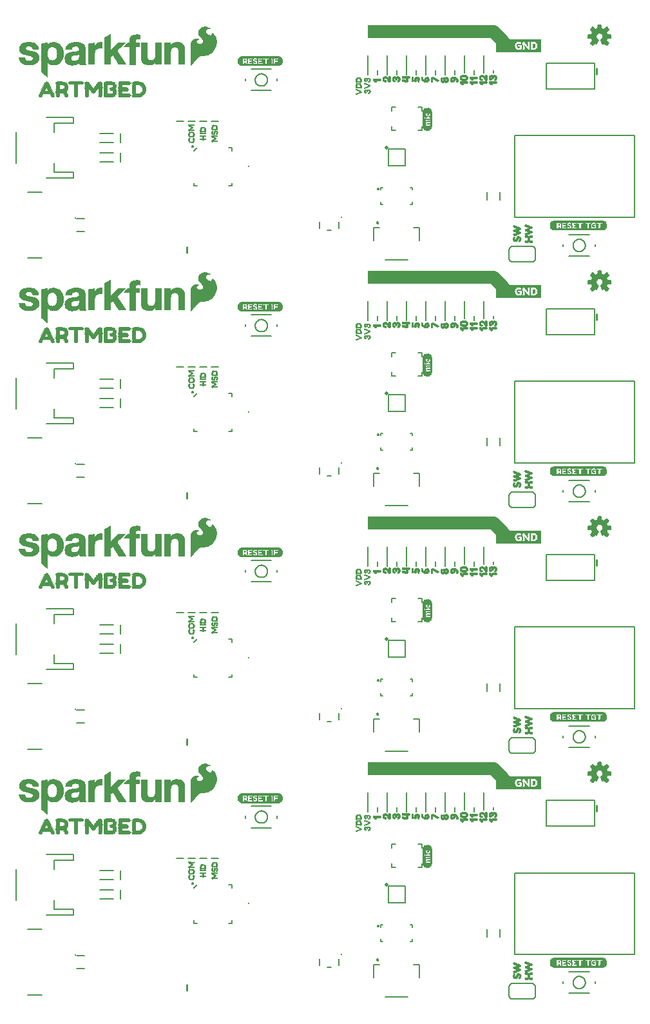
<source format=gto>
G75*
%MOIN*%
%OFA0B0*%
%FSLAX25Y25*%
%IPPOS*%
%LPD*%
%AMOC8*
5,1,8,0,0,1.08239X$1,22.5*
%
%ADD10C,0.00800*%
%ADD11C,0.06600*%
%ADD12R,0.65100X0.06600*%
%ADD13R,0.08400X0.06600*%
%ADD14R,0.15300X0.00300*%
%ADD15R,0.00300X0.06600*%
%ADD16R,0.15600X0.00300*%
%ADD17C,0.00400*%
%ADD18C,0.00500*%
%ADD19C,0.01181*%
%ADD20C,0.00600*%
%ADD21C,0.01000*%
%ADD22C,0.01272*%
%ADD23C,0.01000*%
%ADD24C,0.02000*%
%ADD25R,0.00157X0.00157*%
%ADD26R,0.00157X0.00787*%
%ADD27R,0.00157X0.01102*%
%ADD28R,0.00157X0.01260*%
%ADD29R,0.00157X0.01417*%
%ADD30R,0.00157X0.01575*%
%ADD31R,0.00157X0.01890*%
%ADD32R,0.00157X0.02047*%
%ADD33R,0.00157X0.00945*%
%ADD34R,0.00157X0.02362*%
%ADD35R,0.00157X0.02520*%
%ADD36R,0.00157X0.02835*%
%ADD37R,0.00157X0.01732*%
%ADD38R,0.00157X0.02677*%
%ADD39R,0.00157X0.03150*%
%ADD40R,0.00157X0.03307*%
%ADD41R,0.00157X0.02992*%
%ADD42R,0.00157X0.00630*%
%ADD43R,0.00157X0.00472*%
%ADD44R,0.00157X0.00315*%
%ADD45R,0.00157X0.02205*%
%ADD46R,0.15276X0.00157*%
%ADD47R,0.03307X0.00157*%
%ADD48R,0.11024X0.00157*%
%ADD49R,0.02992X0.00157*%
%ADD50R,0.01260X0.00157*%
%ADD51R,0.01890X0.00157*%
%ADD52R,0.00630X0.00157*%
%ADD53R,0.02677X0.00157*%
%ADD54R,0.00787X0.00157*%
%ADD55R,0.01575X0.00157*%
%ADD56R,0.00472X0.00157*%
%ADD57R,0.02520X0.00157*%
%ADD58R,0.01417X0.00157*%
%ADD59R,0.02205X0.00157*%
%ADD60R,0.02362X0.00157*%
%ADD61R,0.02047X0.00157*%
%ADD62R,0.01102X0.00157*%
%ADD63R,0.00945X0.00157*%
%ADD64R,0.02835X0.00157*%
%ADD65R,0.01732X0.00157*%
%ADD66R,0.00315X0.00157*%
%ADD67R,0.03150X0.00157*%
%ADD68C,0.00300*%
%ADD69R,0.00315X0.00315*%
%ADD70R,0.02835X0.00315*%
%ADD71R,0.06614X0.00315*%
%ADD72R,0.03465X0.00315*%
%ADD73R,0.05039X0.00315*%
%ADD74R,0.01575X0.00315*%
%ADD75R,0.04724X0.00315*%
%ADD76R,0.07874X0.00315*%
%ADD77R,0.01890X0.00315*%
%ADD78R,0.06299X0.00315*%
%ADD79R,0.05354X0.00315*%
%ADD80R,0.02205X0.00315*%
%ADD81R,0.05669X0.00315*%
%ADD82R,0.02520X0.00315*%
%ADD83R,0.05984X0.00315*%
%ADD84R,0.07244X0.00315*%
%ADD85R,0.03150X0.00315*%
%ADD86R,0.03780X0.00315*%
%ADD87R,0.04094X0.00315*%
%ADD88R,0.04409X0.00315*%
%ADD89R,0.09134X0.00315*%
%ADD90R,0.06929X0.00315*%
%ADD91R,0.01260X0.00315*%
%ADD92R,0.07559X0.00315*%
%ADD93R,0.00118X0.00591*%
%ADD94R,0.00118X0.00709*%
%ADD95R,0.00118X0.00118*%
%ADD96R,0.00157X0.01299*%
%ADD97R,0.00157X0.00709*%
%ADD98R,0.00118X0.01772*%
%ADD99R,0.00118X0.01654*%
%ADD100R,0.00118X0.00827*%
%ADD101R,0.00118X0.02126*%
%ADD102R,0.00118X0.00945*%
%ADD103R,0.00118X0.02244*%
%ADD104R,0.00118X0.02362*%
%ADD105R,0.00118X0.01063*%
%ADD106R,0.00157X0.02598*%
%ADD107R,0.00157X0.01181*%
%ADD108R,0.00157X0.01063*%
%ADD109R,0.00118X0.02598*%
%ADD110R,0.00118X0.01181*%
%ADD111R,0.00118X0.01299*%
%ADD112R,0.00118X0.00236*%
%ADD113R,0.00118X0.01417*%
%ADD114R,0.00157X0.01535*%
%ADD115R,0.00118X0.01535*%
%ADD116R,0.00118X0.03425*%
%ADD117R,0.00157X0.00827*%
%ADD118R,0.00118X0.00472*%
%ADD119R,0.00118X0.02008*%
%ADD120R,0.00118X0.01890*%
%ADD121R,0.00157X0.01654*%
%ADD122R,0.00157X0.00591*%
%ADD123R,0.00157X0.02480*%
%ADD124R,0.00157X0.02008*%
%ADD125R,0.00118X0.00354*%
%ADD126R,0.00157X0.02244*%
%ADD127R,0.00118X0.08150*%
%ADD128R,0.00118X0.08858*%
%ADD129R,0.00079X0.09331*%
%ADD130R,0.00157X0.09803*%
%ADD131R,0.00118X0.10039*%
%ADD132R,0.00118X0.10276*%
%ADD133R,0.00079X0.05787*%
%ADD134R,0.00079X0.04370*%
%ADD135R,0.00118X0.05787*%
%ADD136R,0.00118X0.04370*%
%ADD137R,0.00157X0.05906*%
%ADD138R,0.00157X0.04370*%
%ADD139R,0.00118X0.05906*%
%ADD140R,0.00118X0.06024*%
%ADD141R,0.00118X0.04488*%
%ADD142R,0.00118X0.04606*%
%ADD143R,0.00157X0.11457*%
%ADD144R,0.00118X0.11457*%
%ADD145R,0.00118X0.02717*%
%ADD146R,0.00118X0.02953*%
%ADD147R,0.00157X0.00118*%
%ADD148R,0.00157X0.00354*%
%ADD149R,0.00157X0.02717*%
%ADD150R,0.00118X0.02480*%
%ADD151R,0.00118X0.02835*%
%ADD152R,0.00118X0.03780*%
%ADD153R,0.00157X0.00236*%
%ADD154R,0.00157X0.03780*%
%ADD155R,0.00118X0.03543*%
%ADD156R,0.00118X0.10512*%
%ADD157R,0.00118X0.09803*%
%ADD158R,0.00118X0.09331*%
%ADD159R,0.00157X0.03622*%
%ADD160R,0.00157X0.04409*%
%ADD161R,0.26102X0.00118*%
%ADD162R,0.26811X0.00118*%
%ADD163R,0.27283X0.00079*%
%ADD164R,0.27756X0.00157*%
%ADD165R,0.27992X0.00118*%
%ADD166R,0.28228X0.00118*%
%ADD167R,0.28465X0.00079*%
%ADD168R,0.09331X0.00118*%
%ADD169R,0.12047X0.00118*%
%ADD170R,0.06024X0.00118*%
%ADD171R,0.00709X0.00157*%
%ADD172R,0.00827X0.00157*%
%ADD173R,0.00236X0.00157*%
%ADD174R,0.01299X0.00157*%
%ADD175R,0.02126X0.00157*%
%ADD176R,0.03307X0.00118*%
%ADD177R,0.00827X0.00118*%
%ADD178R,0.00591X0.00118*%
%ADD179R,0.00709X0.00118*%
%ADD180R,0.00236X0.00118*%
%ADD181R,0.01181X0.00118*%
%ADD182R,0.00472X0.00118*%
%ADD183R,0.02126X0.00118*%
%ADD184R,0.03425X0.00118*%
%ADD185R,0.00354X0.00118*%
%ADD186R,0.02244X0.00118*%
%ADD187R,0.03543X0.00157*%
%ADD188R,0.00354X0.00157*%
%ADD189R,0.00591X0.00157*%
%ADD190R,0.02480X0.00157*%
%ADD191R,0.03543X0.00118*%
%ADD192R,0.01417X0.00118*%
%ADD193R,0.01299X0.00118*%
%ADD194R,0.01535X0.00118*%
%ADD195R,0.01890X0.00118*%
%ADD196R,0.02953X0.00118*%
%ADD197R,0.00945X0.00118*%
%ADD198R,0.03661X0.00118*%
%ADD199R,0.01772X0.00118*%
%ADD200R,0.03071X0.00118*%
%ADD201R,0.03661X0.00157*%
%ADD202R,0.02008X0.00157*%
%ADD203R,0.01772X0.00157*%
%ADD204R,0.02953X0.00157*%
%ADD205R,0.01063X0.00157*%
%ADD206R,0.03189X0.00157*%
%ADD207R,0.02008X0.00118*%
%ADD208R,0.01063X0.00118*%
%ADD209R,0.03189X0.00118*%
%ADD210R,0.01181X0.00157*%
%ADD211R,0.03425X0.00157*%
%ADD212R,0.01654X0.00118*%
%ADD213R,0.03780X0.00118*%
%ADD214R,0.28465X0.00118*%
%ADD215R,0.27756X0.00118*%
%ADD216R,0.27283X0.00118*%
%ADD217R,0.19724X0.00118*%
%ADD218R,0.20433X0.00118*%
%ADD219R,0.20906X0.00079*%
%ADD220R,0.21378X0.00157*%
%ADD221R,0.21614X0.00118*%
%ADD222R,0.21850X0.00118*%
%ADD223R,0.22087X0.00079*%
%ADD224R,0.08150X0.00118*%
%ADD225R,0.13583X0.00118*%
%ADD226R,0.02244X0.00157*%
%ADD227R,0.02362X0.00118*%
%ADD228R,0.01535X0.00157*%
%ADD229R,0.02480X0.00118*%
%ADD230R,0.04016X0.00118*%
%ADD231R,0.02598X0.00118*%
%ADD232R,0.04134X0.00118*%
%ADD233R,0.02598X0.00157*%
%ADD234R,0.01654X0.00157*%
%ADD235R,0.03071X0.00157*%
%ADD236R,0.04134X0.00157*%
%ADD237R,0.04016X0.00157*%
%ADD238R,0.03898X0.00118*%
%ADD239R,0.03780X0.00157*%
%ADD240R,0.22087X0.00118*%
%ADD241R,0.21378X0.00118*%
%ADD242R,0.20906X0.00118*%
%ADD243R,0.00157X0.01772*%
%ADD244C,0.00591*%
D10*
X0055687Y0031500D02*
X0062774Y0031500D01*
X0062774Y0065516D02*
X0055687Y0065516D01*
X0065372Y0072760D02*
X0079152Y0072760D01*
X0079152Y0075909D01*
X0069309Y0075909D01*
X0069309Y0080634D01*
X0069309Y0096382D02*
X0069309Y0101106D01*
X0079152Y0101106D01*
X0079152Y0104256D01*
X0065372Y0104256D01*
X0049624Y0096382D02*
X0049624Y0080634D01*
X0092892Y0081047D02*
X0099978Y0081047D01*
X0103404Y0081047D02*
X0103404Y0085969D01*
X0099978Y0085969D02*
X0092892Y0085969D01*
X0092892Y0091047D02*
X0099978Y0091047D01*
X0103404Y0091047D02*
X0103404Y0095969D01*
X0099978Y0095969D02*
X0092892Y0095969D01*
X0132560Y0102258D02*
X0136310Y0102258D01*
X0138560Y0102258D02*
X0142310Y0102258D01*
X0144560Y0102258D02*
X0148310Y0102258D01*
X0150560Y0102258D02*
X0154310Y0102258D01*
X0171167Y0117996D02*
X0181703Y0117996D01*
X0184703Y0122996D02*
X0184703Y0124020D01*
X0181703Y0129020D02*
X0171167Y0129020D01*
X0168167Y0124020D02*
X0168167Y0122996D01*
X0206435Y0173825D02*
X0206435Y0177206D01*
X0210378Y0172725D02*
X0212492Y0172725D01*
X0216435Y0173825D02*
X0216435Y0177206D01*
X0234624Y0174138D02*
X0234624Y0167642D01*
X0234624Y0174138D02*
X0237577Y0174138D01*
X0236192Y0176697D02*
X0236194Y0176737D01*
X0236200Y0176776D01*
X0236210Y0176815D01*
X0236223Y0176852D01*
X0236241Y0176888D01*
X0236262Y0176922D01*
X0236286Y0176954D01*
X0236313Y0176983D01*
X0236343Y0177010D01*
X0236375Y0177033D01*
X0236410Y0177053D01*
X0236446Y0177069D01*
X0236484Y0177082D01*
X0236523Y0177091D01*
X0236562Y0177096D01*
X0236602Y0177097D01*
X0236642Y0177094D01*
X0236681Y0177087D01*
X0236719Y0177076D01*
X0236757Y0177062D01*
X0236792Y0177043D01*
X0236825Y0177022D01*
X0236857Y0176997D01*
X0236885Y0176969D01*
X0236911Y0176939D01*
X0236933Y0176906D01*
X0236952Y0176871D01*
X0236968Y0176834D01*
X0236980Y0176796D01*
X0236988Y0176757D01*
X0236992Y0176717D01*
X0236992Y0176677D01*
X0236988Y0176637D01*
X0236980Y0176598D01*
X0236968Y0176560D01*
X0236952Y0176523D01*
X0236933Y0176488D01*
X0236911Y0176455D01*
X0236885Y0176425D01*
X0236857Y0176397D01*
X0236825Y0176372D01*
X0236792Y0176351D01*
X0236757Y0176332D01*
X0236719Y0176318D01*
X0236681Y0176307D01*
X0236642Y0176300D01*
X0236602Y0176297D01*
X0236562Y0176298D01*
X0236523Y0176303D01*
X0236484Y0176312D01*
X0236446Y0176325D01*
X0236410Y0176341D01*
X0236375Y0176361D01*
X0236343Y0176384D01*
X0236313Y0176411D01*
X0236286Y0176440D01*
X0236262Y0176472D01*
X0236241Y0176506D01*
X0236223Y0176542D01*
X0236210Y0176579D01*
X0236200Y0176618D01*
X0236194Y0176657D01*
X0236192Y0176697D01*
X0238267Y0186185D02*
X0238267Y0187366D01*
X0238267Y0186185D02*
X0239348Y0186185D01*
X0238267Y0193665D02*
X0238267Y0194847D01*
X0239348Y0194847D01*
X0236530Y0194253D02*
X0236532Y0194292D01*
X0236538Y0194331D01*
X0236548Y0194369D01*
X0236561Y0194406D01*
X0236578Y0194441D01*
X0236598Y0194475D01*
X0236622Y0194506D01*
X0236649Y0194535D01*
X0236678Y0194561D01*
X0236710Y0194584D01*
X0236744Y0194604D01*
X0236780Y0194620D01*
X0236817Y0194632D01*
X0236856Y0194641D01*
X0236895Y0194646D01*
X0236934Y0194647D01*
X0236973Y0194644D01*
X0237012Y0194637D01*
X0237049Y0194626D01*
X0237086Y0194612D01*
X0237121Y0194594D01*
X0237154Y0194573D01*
X0237185Y0194548D01*
X0237213Y0194521D01*
X0237238Y0194491D01*
X0237260Y0194458D01*
X0237279Y0194424D01*
X0237294Y0194388D01*
X0237306Y0194350D01*
X0237314Y0194312D01*
X0237318Y0194273D01*
X0237318Y0194233D01*
X0237314Y0194194D01*
X0237306Y0194156D01*
X0237294Y0194118D01*
X0237279Y0194082D01*
X0237260Y0194048D01*
X0237238Y0194015D01*
X0237213Y0193985D01*
X0237185Y0193958D01*
X0237154Y0193933D01*
X0237121Y0193912D01*
X0237086Y0193894D01*
X0237049Y0193880D01*
X0237012Y0193869D01*
X0236973Y0193862D01*
X0236934Y0193859D01*
X0236895Y0193860D01*
X0236856Y0193865D01*
X0236817Y0193874D01*
X0236780Y0193886D01*
X0236744Y0193902D01*
X0236710Y0193922D01*
X0236678Y0193945D01*
X0236649Y0193971D01*
X0236622Y0194000D01*
X0236598Y0194031D01*
X0236578Y0194065D01*
X0236561Y0194100D01*
X0236548Y0194137D01*
X0236538Y0194175D01*
X0236532Y0194214D01*
X0236530Y0194253D01*
X0242098Y0206179D02*
X0250772Y0206179D01*
X0250772Y0214853D01*
X0242098Y0214853D01*
X0242098Y0206179D01*
X0253522Y0194847D02*
X0254603Y0194847D01*
X0254603Y0193665D01*
X0254603Y0187366D02*
X0254603Y0186185D01*
X0253522Y0186185D01*
X0255293Y0174138D02*
X0258246Y0174138D01*
X0258246Y0167642D01*
X0252341Y0157406D02*
X0240529Y0157406D01*
X0241435Y0136008D02*
X0241435Y0126008D01*
X0236435Y0126008D02*
X0236435Y0128508D01*
X0231435Y0126008D02*
X0231435Y0136008D01*
X0246435Y0128508D02*
X0246435Y0126008D01*
X0251435Y0126008D02*
X0251435Y0136008D01*
X0256435Y0128508D02*
X0256435Y0126008D01*
X0261435Y0126008D02*
X0261435Y0136008D01*
X0266435Y0128508D02*
X0266435Y0126008D01*
X0271435Y0126008D02*
X0271435Y0136008D01*
X0276435Y0128508D02*
X0276435Y0126008D01*
X0281435Y0127008D02*
X0281435Y0136008D01*
X0286435Y0128508D02*
X0286435Y0126008D01*
X0291435Y0127008D02*
X0291435Y0136008D01*
X0296435Y0128508D02*
X0296435Y0127008D01*
X0306435Y0156516D02*
X0316435Y0156516D01*
X0316518Y0156518D01*
X0316601Y0156524D01*
X0316684Y0156533D01*
X0316766Y0156547D01*
X0316847Y0156564D01*
X0316928Y0156585D01*
X0317007Y0156609D01*
X0317085Y0156638D01*
X0317162Y0156669D01*
X0317237Y0156705D01*
X0317311Y0156743D01*
X0317383Y0156786D01*
X0317452Y0156831D01*
X0317520Y0156880D01*
X0317585Y0156931D01*
X0317648Y0156986D01*
X0317708Y0157043D01*
X0317765Y0157103D01*
X0317820Y0157166D01*
X0317871Y0157231D01*
X0317920Y0157299D01*
X0317965Y0157368D01*
X0318008Y0157440D01*
X0318046Y0157514D01*
X0318082Y0157589D01*
X0318113Y0157666D01*
X0318142Y0157744D01*
X0318166Y0157823D01*
X0318187Y0157904D01*
X0318204Y0157985D01*
X0318218Y0158067D01*
X0318227Y0158150D01*
X0318233Y0158233D01*
X0318235Y0158316D01*
X0318235Y0162716D01*
X0318233Y0162799D01*
X0318227Y0162882D01*
X0318218Y0162965D01*
X0318204Y0163047D01*
X0318187Y0163128D01*
X0318166Y0163209D01*
X0318142Y0163288D01*
X0318113Y0163366D01*
X0318082Y0163443D01*
X0318046Y0163518D01*
X0318008Y0163592D01*
X0317965Y0163664D01*
X0317920Y0163733D01*
X0317871Y0163801D01*
X0317820Y0163866D01*
X0317765Y0163929D01*
X0317708Y0163989D01*
X0317648Y0164046D01*
X0317585Y0164101D01*
X0317520Y0164152D01*
X0317452Y0164201D01*
X0317383Y0164246D01*
X0317311Y0164289D01*
X0317237Y0164327D01*
X0317162Y0164363D01*
X0317085Y0164394D01*
X0317007Y0164423D01*
X0316928Y0164447D01*
X0316847Y0164468D01*
X0316766Y0164485D01*
X0316684Y0164499D01*
X0316601Y0164508D01*
X0316518Y0164514D01*
X0316435Y0164516D01*
X0306435Y0164516D01*
X0306352Y0164514D01*
X0306269Y0164508D01*
X0306186Y0164499D01*
X0306104Y0164485D01*
X0306023Y0164468D01*
X0305942Y0164447D01*
X0305863Y0164423D01*
X0305785Y0164394D01*
X0305708Y0164363D01*
X0305633Y0164327D01*
X0305559Y0164289D01*
X0305487Y0164246D01*
X0305418Y0164201D01*
X0305350Y0164152D01*
X0305285Y0164101D01*
X0305222Y0164046D01*
X0305162Y0163989D01*
X0305105Y0163929D01*
X0305050Y0163866D01*
X0304999Y0163801D01*
X0304950Y0163733D01*
X0304905Y0163664D01*
X0304862Y0163592D01*
X0304824Y0163518D01*
X0304788Y0163443D01*
X0304757Y0163366D01*
X0304728Y0163288D01*
X0304704Y0163209D01*
X0304683Y0163128D01*
X0304666Y0163047D01*
X0304652Y0162965D01*
X0304643Y0162882D01*
X0304637Y0162799D01*
X0304635Y0162716D01*
X0304635Y0158316D01*
X0304637Y0158233D01*
X0304643Y0158150D01*
X0304652Y0158067D01*
X0304666Y0157985D01*
X0304683Y0157904D01*
X0304704Y0157823D01*
X0304728Y0157744D01*
X0304757Y0157666D01*
X0304788Y0157589D01*
X0304824Y0157514D01*
X0304862Y0157440D01*
X0304905Y0157368D01*
X0304950Y0157299D01*
X0304999Y0157231D01*
X0305050Y0157166D01*
X0305105Y0157103D01*
X0305162Y0157043D01*
X0305222Y0156986D01*
X0305285Y0156931D01*
X0305350Y0156880D01*
X0305418Y0156831D01*
X0305487Y0156786D01*
X0305559Y0156743D01*
X0305633Y0156705D01*
X0305708Y0156669D01*
X0305785Y0156638D01*
X0305863Y0156609D01*
X0305942Y0156585D01*
X0306023Y0156564D01*
X0306104Y0156547D01*
X0306186Y0156533D01*
X0306269Y0156524D01*
X0306352Y0156518D01*
X0306435Y0156516D01*
X0332667Y0164504D02*
X0332667Y0165528D01*
X0335667Y0170528D02*
X0346203Y0170528D01*
X0349203Y0165528D02*
X0349203Y0164504D01*
X0346203Y0159504D02*
X0335667Y0159504D01*
X0299781Y0188547D02*
X0299781Y0192484D01*
X0293089Y0192484D02*
X0293089Y0188547D01*
X0286435Y0253016D02*
X0286435Y0255516D01*
X0281435Y0254016D02*
X0281435Y0263016D01*
X0276435Y0255516D02*
X0276435Y0253016D01*
X0271435Y0253016D02*
X0271435Y0263016D01*
X0266435Y0255516D02*
X0266435Y0253016D01*
X0261435Y0253016D02*
X0261435Y0263016D01*
X0256435Y0255516D02*
X0256435Y0253016D01*
X0251435Y0253016D02*
X0251435Y0263016D01*
X0246435Y0255516D02*
X0246435Y0253016D01*
X0241435Y0253016D02*
X0241435Y0263016D01*
X0236435Y0255516D02*
X0236435Y0253016D01*
X0231435Y0253016D02*
X0231435Y0263016D01*
X0240529Y0284413D02*
X0252341Y0284413D01*
X0258246Y0294650D02*
X0258246Y0301146D01*
X0255293Y0301146D01*
X0254603Y0313193D02*
X0253522Y0313193D01*
X0254603Y0313193D02*
X0254603Y0314374D01*
X0254603Y0320673D02*
X0254603Y0321854D01*
X0253522Y0321854D01*
X0250772Y0333187D02*
X0242098Y0333187D01*
X0242098Y0341861D01*
X0250772Y0341861D01*
X0250772Y0333187D01*
X0239348Y0321854D02*
X0238267Y0321854D01*
X0238267Y0320673D01*
X0236530Y0321261D02*
X0236532Y0321300D01*
X0236538Y0321339D01*
X0236548Y0321377D01*
X0236561Y0321414D01*
X0236578Y0321449D01*
X0236598Y0321483D01*
X0236622Y0321514D01*
X0236649Y0321543D01*
X0236678Y0321569D01*
X0236710Y0321592D01*
X0236744Y0321612D01*
X0236780Y0321628D01*
X0236817Y0321640D01*
X0236856Y0321649D01*
X0236895Y0321654D01*
X0236934Y0321655D01*
X0236973Y0321652D01*
X0237012Y0321645D01*
X0237049Y0321634D01*
X0237086Y0321620D01*
X0237121Y0321602D01*
X0237154Y0321581D01*
X0237185Y0321556D01*
X0237213Y0321529D01*
X0237238Y0321499D01*
X0237260Y0321466D01*
X0237279Y0321432D01*
X0237294Y0321396D01*
X0237306Y0321358D01*
X0237314Y0321320D01*
X0237318Y0321281D01*
X0237318Y0321241D01*
X0237314Y0321202D01*
X0237306Y0321164D01*
X0237294Y0321126D01*
X0237279Y0321090D01*
X0237260Y0321056D01*
X0237238Y0321023D01*
X0237213Y0320993D01*
X0237185Y0320966D01*
X0237154Y0320941D01*
X0237121Y0320920D01*
X0237086Y0320902D01*
X0237049Y0320888D01*
X0237012Y0320877D01*
X0236973Y0320870D01*
X0236934Y0320867D01*
X0236895Y0320868D01*
X0236856Y0320873D01*
X0236817Y0320882D01*
X0236780Y0320894D01*
X0236744Y0320910D01*
X0236710Y0320930D01*
X0236678Y0320953D01*
X0236649Y0320979D01*
X0236622Y0321008D01*
X0236598Y0321039D01*
X0236578Y0321073D01*
X0236561Y0321108D01*
X0236548Y0321145D01*
X0236538Y0321183D01*
X0236532Y0321222D01*
X0236530Y0321261D01*
X0238267Y0314374D02*
X0238267Y0313193D01*
X0239348Y0313193D01*
X0236192Y0303705D02*
X0236194Y0303745D01*
X0236200Y0303784D01*
X0236210Y0303823D01*
X0236223Y0303860D01*
X0236241Y0303896D01*
X0236262Y0303930D01*
X0236286Y0303962D01*
X0236313Y0303991D01*
X0236343Y0304018D01*
X0236375Y0304041D01*
X0236410Y0304061D01*
X0236446Y0304077D01*
X0236484Y0304090D01*
X0236523Y0304099D01*
X0236562Y0304104D01*
X0236602Y0304105D01*
X0236642Y0304102D01*
X0236681Y0304095D01*
X0236719Y0304084D01*
X0236757Y0304070D01*
X0236792Y0304051D01*
X0236825Y0304030D01*
X0236857Y0304005D01*
X0236885Y0303977D01*
X0236911Y0303947D01*
X0236933Y0303914D01*
X0236952Y0303879D01*
X0236968Y0303842D01*
X0236980Y0303804D01*
X0236988Y0303765D01*
X0236992Y0303725D01*
X0236992Y0303685D01*
X0236988Y0303645D01*
X0236980Y0303606D01*
X0236968Y0303568D01*
X0236952Y0303531D01*
X0236933Y0303496D01*
X0236911Y0303463D01*
X0236885Y0303433D01*
X0236857Y0303405D01*
X0236825Y0303380D01*
X0236792Y0303359D01*
X0236757Y0303340D01*
X0236719Y0303326D01*
X0236681Y0303315D01*
X0236642Y0303308D01*
X0236602Y0303305D01*
X0236562Y0303306D01*
X0236523Y0303311D01*
X0236484Y0303320D01*
X0236446Y0303333D01*
X0236410Y0303349D01*
X0236375Y0303369D01*
X0236343Y0303392D01*
X0236313Y0303419D01*
X0236286Y0303448D01*
X0236262Y0303480D01*
X0236241Y0303514D01*
X0236223Y0303550D01*
X0236210Y0303587D01*
X0236200Y0303626D01*
X0236194Y0303665D01*
X0236192Y0303705D01*
X0237577Y0301146D02*
X0234624Y0301146D01*
X0234624Y0294650D01*
X0216435Y0300833D02*
X0216435Y0304214D01*
X0212492Y0299733D02*
X0210378Y0299733D01*
X0206435Y0300833D02*
X0206435Y0304214D01*
X0181703Y0256028D02*
X0171167Y0256028D01*
X0168167Y0251028D02*
X0168167Y0250004D01*
X0171167Y0245004D02*
X0181703Y0245004D01*
X0184703Y0250004D02*
X0184703Y0251028D01*
X0154310Y0229266D02*
X0150560Y0229266D01*
X0148310Y0229266D02*
X0144560Y0229266D01*
X0142310Y0229266D02*
X0138560Y0229266D01*
X0136310Y0229266D02*
X0132560Y0229266D01*
X0103404Y0222976D02*
X0103404Y0218055D01*
X0099978Y0218055D02*
X0092892Y0218055D01*
X0092892Y0222976D02*
X0099978Y0222976D01*
X0099978Y0212976D02*
X0092892Y0212976D01*
X0092892Y0208055D02*
X0099978Y0208055D01*
X0103404Y0208055D02*
X0103404Y0212976D01*
X0079152Y0202917D02*
X0079152Y0199768D01*
X0065372Y0199768D01*
X0069309Y0202917D02*
X0069309Y0207642D01*
X0069309Y0202917D02*
X0079152Y0202917D01*
X0062774Y0192524D02*
X0055687Y0192524D01*
X0049624Y0207642D02*
X0049624Y0223390D01*
X0065372Y0231264D02*
X0079152Y0231264D01*
X0079152Y0228114D01*
X0069309Y0228114D01*
X0069309Y0223390D01*
X0062774Y0285516D02*
X0055687Y0285516D01*
X0055687Y0319531D02*
X0062774Y0319531D01*
X0065372Y0326776D02*
X0079152Y0326776D01*
X0079152Y0329925D01*
X0069309Y0329925D01*
X0069309Y0334650D01*
X0069309Y0350398D02*
X0069309Y0355122D01*
X0079152Y0355122D01*
X0079152Y0358272D01*
X0065372Y0358272D01*
X0049624Y0350398D02*
X0049624Y0334650D01*
X0092892Y0335063D02*
X0099978Y0335063D01*
X0103404Y0335063D02*
X0103404Y0339984D01*
X0099978Y0339984D02*
X0092892Y0339984D01*
X0092892Y0345063D02*
X0099978Y0345063D01*
X0103404Y0345063D02*
X0103404Y0349984D01*
X0099978Y0349984D02*
X0092892Y0349984D01*
X0132560Y0356274D02*
X0136310Y0356274D01*
X0138560Y0356274D02*
X0142310Y0356274D01*
X0144560Y0356274D02*
X0148310Y0356274D01*
X0150560Y0356274D02*
X0154310Y0356274D01*
X0171167Y0372012D02*
X0181703Y0372012D01*
X0184703Y0377012D02*
X0184703Y0378035D01*
X0181703Y0383035D02*
X0171167Y0383035D01*
X0168167Y0378035D02*
X0168167Y0377012D01*
X0206435Y0427841D02*
X0206435Y0431222D01*
X0210378Y0426741D02*
X0212492Y0426741D01*
X0216435Y0427841D02*
X0216435Y0431222D01*
X0234624Y0428154D02*
X0234624Y0421657D01*
X0234624Y0428154D02*
X0237577Y0428154D01*
X0236192Y0430713D02*
X0236194Y0430753D01*
X0236200Y0430792D01*
X0236210Y0430831D01*
X0236223Y0430868D01*
X0236241Y0430904D01*
X0236262Y0430938D01*
X0236286Y0430970D01*
X0236313Y0430999D01*
X0236343Y0431026D01*
X0236375Y0431049D01*
X0236410Y0431069D01*
X0236446Y0431085D01*
X0236484Y0431098D01*
X0236523Y0431107D01*
X0236562Y0431112D01*
X0236602Y0431113D01*
X0236642Y0431110D01*
X0236681Y0431103D01*
X0236719Y0431092D01*
X0236757Y0431078D01*
X0236792Y0431059D01*
X0236825Y0431038D01*
X0236857Y0431013D01*
X0236885Y0430985D01*
X0236911Y0430955D01*
X0236933Y0430922D01*
X0236952Y0430887D01*
X0236968Y0430850D01*
X0236980Y0430812D01*
X0236988Y0430773D01*
X0236992Y0430733D01*
X0236992Y0430693D01*
X0236988Y0430653D01*
X0236980Y0430614D01*
X0236968Y0430576D01*
X0236952Y0430539D01*
X0236933Y0430504D01*
X0236911Y0430471D01*
X0236885Y0430441D01*
X0236857Y0430413D01*
X0236825Y0430388D01*
X0236792Y0430367D01*
X0236757Y0430348D01*
X0236719Y0430334D01*
X0236681Y0430323D01*
X0236642Y0430316D01*
X0236602Y0430313D01*
X0236562Y0430314D01*
X0236523Y0430319D01*
X0236484Y0430328D01*
X0236446Y0430341D01*
X0236410Y0430357D01*
X0236375Y0430377D01*
X0236343Y0430400D01*
X0236313Y0430427D01*
X0236286Y0430456D01*
X0236262Y0430488D01*
X0236241Y0430522D01*
X0236223Y0430558D01*
X0236210Y0430595D01*
X0236200Y0430634D01*
X0236194Y0430673D01*
X0236192Y0430713D01*
X0238267Y0440201D02*
X0238267Y0441382D01*
X0238267Y0440201D02*
X0239348Y0440201D01*
X0238267Y0447681D02*
X0238267Y0448862D01*
X0239348Y0448862D01*
X0236530Y0448269D02*
X0236532Y0448308D01*
X0236538Y0448347D01*
X0236548Y0448385D01*
X0236561Y0448422D01*
X0236578Y0448457D01*
X0236598Y0448491D01*
X0236622Y0448522D01*
X0236649Y0448551D01*
X0236678Y0448577D01*
X0236710Y0448600D01*
X0236744Y0448620D01*
X0236780Y0448636D01*
X0236817Y0448648D01*
X0236856Y0448657D01*
X0236895Y0448662D01*
X0236934Y0448663D01*
X0236973Y0448660D01*
X0237012Y0448653D01*
X0237049Y0448642D01*
X0237086Y0448628D01*
X0237121Y0448610D01*
X0237154Y0448589D01*
X0237185Y0448564D01*
X0237213Y0448537D01*
X0237238Y0448507D01*
X0237260Y0448474D01*
X0237279Y0448440D01*
X0237294Y0448404D01*
X0237306Y0448366D01*
X0237314Y0448328D01*
X0237318Y0448289D01*
X0237318Y0448249D01*
X0237314Y0448210D01*
X0237306Y0448172D01*
X0237294Y0448134D01*
X0237279Y0448098D01*
X0237260Y0448064D01*
X0237238Y0448031D01*
X0237213Y0448001D01*
X0237185Y0447974D01*
X0237154Y0447949D01*
X0237121Y0447928D01*
X0237086Y0447910D01*
X0237049Y0447896D01*
X0237012Y0447885D01*
X0236973Y0447878D01*
X0236934Y0447875D01*
X0236895Y0447876D01*
X0236856Y0447881D01*
X0236817Y0447890D01*
X0236780Y0447902D01*
X0236744Y0447918D01*
X0236710Y0447938D01*
X0236678Y0447961D01*
X0236649Y0447987D01*
X0236622Y0448016D01*
X0236598Y0448047D01*
X0236578Y0448081D01*
X0236561Y0448116D01*
X0236548Y0448153D01*
X0236538Y0448191D01*
X0236532Y0448230D01*
X0236530Y0448269D01*
X0242098Y0460194D02*
X0250772Y0460194D01*
X0250772Y0468869D01*
X0242098Y0468869D01*
X0242098Y0460194D01*
X0253522Y0448862D02*
X0254603Y0448862D01*
X0254603Y0447681D01*
X0254603Y0441382D02*
X0254603Y0440201D01*
X0253522Y0440201D01*
X0255293Y0428154D02*
X0258246Y0428154D01*
X0258246Y0421657D01*
X0252341Y0411421D02*
X0240529Y0411421D01*
X0241435Y0390024D02*
X0241435Y0380024D01*
X0236435Y0380024D02*
X0236435Y0382524D01*
X0231435Y0380024D02*
X0231435Y0390024D01*
X0246435Y0382524D02*
X0246435Y0380024D01*
X0251435Y0380024D02*
X0251435Y0390024D01*
X0256435Y0382524D02*
X0256435Y0380024D01*
X0261435Y0380024D02*
X0261435Y0390024D01*
X0266435Y0382524D02*
X0266435Y0380024D01*
X0271435Y0380024D02*
X0271435Y0390024D01*
X0276435Y0382524D02*
X0276435Y0380024D01*
X0281435Y0381024D02*
X0281435Y0390024D01*
X0286435Y0382524D02*
X0286435Y0380024D01*
X0291435Y0381024D02*
X0291435Y0390024D01*
X0296435Y0382524D02*
X0296435Y0381024D01*
X0306435Y0410531D02*
X0316435Y0410531D01*
X0316518Y0410533D01*
X0316601Y0410539D01*
X0316684Y0410548D01*
X0316766Y0410562D01*
X0316847Y0410579D01*
X0316928Y0410600D01*
X0317007Y0410624D01*
X0317085Y0410653D01*
X0317162Y0410684D01*
X0317237Y0410720D01*
X0317311Y0410758D01*
X0317383Y0410801D01*
X0317452Y0410846D01*
X0317520Y0410895D01*
X0317585Y0410946D01*
X0317648Y0411001D01*
X0317708Y0411058D01*
X0317765Y0411118D01*
X0317820Y0411181D01*
X0317871Y0411246D01*
X0317920Y0411314D01*
X0317965Y0411383D01*
X0318008Y0411455D01*
X0318046Y0411529D01*
X0318082Y0411604D01*
X0318113Y0411681D01*
X0318142Y0411759D01*
X0318166Y0411838D01*
X0318187Y0411919D01*
X0318204Y0412000D01*
X0318218Y0412082D01*
X0318227Y0412165D01*
X0318233Y0412248D01*
X0318235Y0412331D01*
X0318235Y0416731D01*
X0318233Y0416814D01*
X0318227Y0416897D01*
X0318218Y0416980D01*
X0318204Y0417062D01*
X0318187Y0417143D01*
X0318166Y0417224D01*
X0318142Y0417303D01*
X0318113Y0417381D01*
X0318082Y0417458D01*
X0318046Y0417533D01*
X0318008Y0417607D01*
X0317965Y0417679D01*
X0317920Y0417748D01*
X0317871Y0417816D01*
X0317820Y0417881D01*
X0317765Y0417944D01*
X0317708Y0418004D01*
X0317648Y0418061D01*
X0317585Y0418116D01*
X0317520Y0418167D01*
X0317452Y0418216D01*
X0317383Y0418261D01*
X0317311Y0418304D01*
X0317237Y0418342D01*
X0317162Y0418378D01*
X0317085Y0418409D01*
X0317007Y0418438D01*
X0316928Y0418462D01*
X0316847Y0418483D01*
X0316766Y0418500D01*
X0316684Y0418514D01*
X0316601Y0418523D01*
X0316518Y0418529D01*
X0316435Y0418531D01*
X0306435Y0418531D01*
X0306352Y0418529D01*
X0306269Y0418523D01*
X0306186Y0418514D01*
X0306104Y0418500D01*
X0306023Y0418483D01*
X0305942Y0418462D01*
X0305863Y0418438D01*
X0305785Y0418409D01*
X0305708Y0418378D01*
X0305633Y0418342D01*
X0305559Y0418304D01*
X0305487Y0418261D01*
X0305418Y0418216D01*
X0305350Y0418167D01*
X0305285Y0418116D01*
X0305222Y0418061D01*
X0305162Y0418004D01*
X0305105Y0417944D01*
X0305050Y0417881D01*
X0304999Y0417816D01*
X0304950Y0417748D01*
X0304905Y0417679D01*
X0304862Y0417607D01*
X0304824Y0417533D01*
X0304788Y0417458D01*
X0304757Y0417381D01*
X0304728Y0417303D01*
X0304704Y0417224D01*
X0304683Y0417143D01*
X0304666Y0417062D01*
X0304652Y0416980D01*
X0304643Y0416897D01*
X0304637Y0416814D01*
X0304635Y0416731D01*
X0304635Y0412331D01*
X0304637Y0412248D01*
X0304643Y0412165D01*
X0304652Y0412082D01*
X0304666Y0412000D01*
X0304683Y0411919D01*
X0304704Y0411838D01*
X0304728Y0411759D01*
X0304757Y0411681D01*
X0304788Y0411604D01*
X0304824Y0411529D01*
X0304862Y0411455D01*
X0304905Y0411383D01*
X0304950Y0411314D01*
X0304999Y0411246D01*
X0305050Y0411181D01*
X0305105Y0411118D01*
X0305162Y0411058D01*
X0305222Y0411001D01*
X0305285Y0410946D01*
X0305350Y0410895D01*
X0305418Y0410846D01*
X0305487Y0410801D01*
X0305559Y0410758D01*
X0305633Y0410720D01*
X0305708Y0410684D01*
X0305785Y0410653D01*
X0305863Y0410624D01*
X0305942Y0410600D01*
X0306023Y0410579D01*
X0306104Y0410562D01*
X0306186Y0410548D01*
X0306269Y0410539D01*
X0306352Y0410533D01*
X0306435Y0410531D01*
X0332667Y0418520D02*
X0332667Y0419543D01*
X0335667Y0424543D02*
X0346203Y0424543D01*
X0349203Y0419543D02*
X0349203Y0418520D01*
X0346203Y0413520D02*
X0335667Y0413520D01*
X0299781Y0442563D02*
X0299781Y0446500D01*
X0293089Y0446500D02*
X0293089Y0442563D01*
X0286435Y0507031D02*
X0286435Y0509531D01*
X0281435Y0508031D02*
X0281435Y0517031D01*
X0276435Y0509531D02*
X0276435Y0507031D01*
X0271435Y0507031D02*
X0271435Y0517031D01*
X0266435Y0509531D02*
X0266435Y0507031D01*
X0261435Y0507031D02*
X0261435Y0517031D01*
X0256435Y0509531D02*
X0256435Y0507031D01*
X0251435Y0507031D02*
X0251435Y0517031D01*
X0246435Y0509531D02*
X0246435Y0507031D01*
X0241435Y0507031D02*
X0241435Y0517031D01*
X0236435Y0509531D02*
X0236435Y0507031D01*
X0231435Y0507031D02*
X0231435Y0517031D01*
X0184703Y0505043D02*
X0184703Y0504020D01*
X0181703Y0499020D02*
X0171167Y0499020D01*
X0168167Y0504020D02*
X0168167Y0505043D01*
X0171167Y0510043D02*
X0181703Y0510043D01*
X0154310Y0483281D02*
X0150560Y0483281D01*
X0148310Y0483281D02*
X0144560Y0483281D01*
X0142310Y0483281D02*
X0138560Y0483281D01*
X0136310Y0483281D02*
X0132560Y0483281D01*
X0103404Y0476992D02*
X0103404Y0472071D01*
X0099978Y0472071D02*
X0092892Y0472071D01*
X0092892Y0476992D02*
X0099978Y0476992D01*
X0099978Y0466992D02*
X0092892Y0466992D01*
X0092892Y0462071D02*
X0099978Y0462071D01*
X0103404Y0462071D02*
X0103404Y0466992D01*
X0079152Y0456933D02*
X0079152Y0453783D01*
X0065372Y0453783D01*
X0069309Y0456933D02*
X0069309Y0461657D01*
X0069309Y0456933D02*
X0079152Y0456933D01*
X0062774Y0446539D02*
X0055687Y0446539D01*
X0049624Y0461657D02*
X0049624Y0477406D01*
X0065372Y0485280D02*
X0079152Y0485280D01*
X0079152Y0482130D01*
X0069309Y0482130D01*
X0069309Y0477406D01*
X0062774Y0412524D02*
X0055687Y0412524D01*
X0055687Y0158508D02*
X0062774Y0158508D01*
X0206435Y0050198D02*
X0206435Y0046817D01*
X0210378Y0045717D02*
X0212492Y0045717D01*
X0216435Y0046817D02*
X0216435Y0050198D01*
X0234624Y0047130D02*
X0234624Y0040634D01*
X0234624Y0047130D02*
X0237577Y0047130D01*
X0236192Y0049689D02*
X0236194Y0049729D01*
X0236200Y0049768D01*
X0236210Y0049807D01*
X0236223Y0049844D01*
X0236241Y0049880D01*
X0236262Y0049914D01*
X0236286Y0049946D01*
X0236313Y0049975D01*
X0236343Y0050002D01*
X0236375Y0050025D01*
X0236410Y0050045D01*
X0236446Y0050061D01*
X0236484Y0050074D01*
X0236523Y0050083D01*
X0236562Y0050088D01*
X0236602Y0050089D01*
X0236642Y0050086D01*
X0236681Y0050079D01*
X0236719Y0050068D01*
X0236757Y0050054D01*
X0236792Y0050035D01*
X0236825Y0050014D01*
X0236857Y0049989D01*
X0236885Y0049961D01*
X0236911Y0049931D01*
X0236933Y0049898D01*
X0236952Y0049863D01*
X0236968Y0049826D01*
X0236980Y0049788D01*
X0236988Y0049749D01*
X0236992Y0049709D01*
X0236992Y0049669D01*
X0236988Y0049629D01*
X0236980Y0049590D01*
X0236968Y0049552D01*
X0236952Y0049515D01*
X0236933Y0049480D01*
X0236911Y0049447D01*
X0236885Y0049417D01*
X0236857Y0049389D01*
X0236825Y0049364D01*
X0236792Y0049343D01*
X0236757Y0049324D01*
X0236719Y0049310D01*
X0236681Y0049299D01*
X0236642Y0049292D01*
X0236602Y0049289D01*
X0236562Y0049290D01*
X0236523Y0049295D01*
X0236484Y0049304D01*
X0236446Y0049317D01*
X0236410Y0049333D01*
X0236375Y0049353D01*
X0236343Y0049376D01*
X0236313Y0049403D01*
X0236286Y0049432D01*
X0236262Y0049464D01*
X0236241Y0049498D01*
X0236223Y0049534D01*
X0236210Y0049571D01*
X0236200Y0049610D01*
X0236194Y0049649D01*
X0236192Y0049689D01*
X0238267Y0059177D02*
X0238267Y0060358D01*
X0238267Y0059177D02*
X0239348Y0059177D01*
X0238267Y0066658D02*
X0238267Y0067839D01*
X0239348Y0067839D01*
X0236530Y0067245D02*
X0236532Y0067284D01*
X0236538Y0067323D01*
X0236548Y0067361D01*
X0236561Y0067398D01*
X0236578Y0067433D01*
X0236598Y0067467D01*
X0236622Y0067498D01*
X0236649Y0067527D01*
X0236678Y0067553D01*
X0236710Y0067576D01*
X0236744Y0067596D01*
X0236780Y0067612D01*
X0236817Y0067624D01*
X0236856Y0067633D01*
X0236895Y0067638D01*
X0236934Y0067639D01*
X0236973Y0067636D01*
X0237012Y0067629D01*
X0237049Y0067618D01*
X0237086Y0067604D01*
X0237121Y0067586D01*
X0237154Y0067565D01*
X0237185Y0067540D01*
X0237213Y0067513D01*
X0237238Y0067483D01*
X0237260Y0067450D01*
X0237279Y0067416D01*
X0237294Y0067380D01*
X0237306Y0067342D01*
X0237314Y0067304D01*
X0237318Y0067265D01*
X0237318Y0067225D01*
X0237314Y0067186D01*
X0237306Y0067148D01*
X0237294Y0067110D01*
X0237279Y0067074D01*
X0237260Y0067040D01*
X0237238Y0067007D01*
X0237213Y0066977D01*
X0237185Y0066950D01*
X0237154Y0066925D01*
X0237121Y0066904D01*
X0237086Y0066886D01*
X0237049Y0066872D01*
X0237012Y0066861D01*
X0236973Y0066854D01*
X0236934Y0066851D01*
X0236895Y0066852D01*
X0236856Y0066857D01*
X0236817Y0066866D01*
X0236780Y0066878D01*
X0236744Y0066894D01*
X0236710Y0066914D01*
X0236678Y0066937D01*
X0236649Y0066963D01*
X0236622Y0066992D01*
X0236598Y0067023D01*
X0236578Y0067057D01*
X0236561Y0067092D01*
X0236548Y0067129D01*
X0236538Y0067167D01*
X0236532Y0067206D01*
X0236530Y0067245D01*
X0242098Y0079171D02*
X0250772Y0079171D01*
X0250772Y0087845D01*
X0242098Y0087845D01*
X0242098Y0079171D01*
X0253522Y0067839D02*
X0254603Y0067839D01*
X0254603Y0066658D01*
X0254603Y0060358D02*
X0254603Y0059177D01*
X0253522Y0059177D01*
X0255293Y0047130D02*
X0258246Y0047130D01*
X0258246Y0040634D01*
X0252341Y0030398D02*
X0240529Y0030398D01*
X0293089Y0061539D02*
X0293089Y0065476D01*
X0299781Y0065476D02*
X0299781Y0061539D01*
X0306435Y0037508D02*
X0316435Y0037508D01*
X0316518Y0037506D01*
X0316601Y0037500D01*
X0316684Y0037491D01*
X0316766Y0037477D01*
X0316847Y0037460D01*
X0316928Y0037439D01*
X0317007Y0037415D01*
X0317085Y0037386D01*
X0317162Y0037355D01*
X0317237Y0037319D01*
X0317311Y0037281D01*
X0317383Y0037238D01*
X0317452Y0037193D01*
X0317520Y0037144D01*
X0317585Y0037093D01*
X0317648Y0037038D01*
X0317708Y0036981D01*
X0317765Y0036921D01*
X0317820Y0036858D01*
X0317871Y0036793D01*
X0317920Y0036725D01*
X0317965Y0036656D01*
X0318008Y0036584D01*
X0318046Y0036510D01*
X0318082Y0036435D01*
X0318113Y0036358D01*
X0318142Y0036280D01*
X0318166Y0036201D01*
X0318187Y0036120D01*
X0318204Y0036039D01*
X0318218Y0035957D01*
X0318227Y0035874D01*
X0318233Y0035791D01*
X0318235Y0035708D01*
X0318235Y0031308D01*
X0318233Y0031225D01*
X0318227Y0031142D01*
X0318218Y0031059D01*
X0318204Y0030977D01*
X0318187Y0030896D01*
X0318166Y0030815D01*
X0318142Y0030736D01*
X0318113Y0030658D01*
X0318082Y0030581D01*
X0318046Y0030506D01*
X0318008Y0030432D01*
X0317965Y0030360D01*
X0317920Y0030291D01*
X0317871Y0030223D01*
X0317820Y0030158D01*
X0317765Y0030095D01*
X0317708Y0030035D01*
X0317648Y0029978D01*
X0317585Y0029923D01*
X0317520Y0029872D01*
X0317452Y0029823D01*
X0317383Y0029778D01*
X0317311Y0029735D01*
X0317237Y0029697D01*
X0317162Y0029661D01*
X0317085Y0029630D01*
X0317007Y0029601D01*
X0316928Y0029577D01*
X0316847Y0029556D01*
X0316766Y0029539D01*
X0316684Y0029525D01*
X0316601Y0029516D01*
X0316518Y0029510D01*
X0316435Y0029508D01*
X0306435Y0029508D01*
X0306352Y0029510D01*
X0306269Y0029516D01*
X0306186Y0029525D01*
X0306104Y0029539D01*
X0306023Y0029556D01*
X0305942Y0029577D01*
X0305863Y0029601D01*
X0305785Y0029630D01*
X0305708Y0029661D01*
X0305633Y0029697D01*
X0305559Y0029735D01*
X0305487Y0029778D01*
X0305418Y0029823D01*
X0305350Y0029872D01*
X0305285Y0029923D01*
X0305222Y0029978D01*
X0305162Y0030035D01*
X0305105Y0030095D01*
X0305050Y0030158D01*
X0304999Y0030223D01*
X0304950Y0030291D01*
X0304905Y0030360D01*
X0304862Y0030432D01*
X0304824Y0030506D01*
X0304788Y0030581D01*
X0304757Y0030658D01*
X0304728Y0030736D01*
X0304704Y0030815D01*
X0304683Y0030896D01*
X0304666Y0030977D01*
X0304652Y0031059D01*
X0304643Y0031142D01*
X0304637Y0031225D01*
X0304635Y0031308D01*
X0304635Y0035708D01*
X0304637Y0035791D01*
X0304643Y0035874D01*
X0304652Y0035957D01*
X0304666Y0036039D01*
X0304683Y0036120D01*
X0304704Y0036201D01*
X0304728Y0036280D01*
X0304757Y0036358D01*
X0304788Y0036435D01*
X0304824Y0036510D01*
X0304862Y0036584D01*
X0304905Y0036656D01*
X0304950Y0036725D01*
X0304999Y0036793D01*
X0305050Y0036858D01*
X0305105Y0036921D01*
X0305162Y0036981D01*
X0305222Y0037038D01*
X0305285Y0037093D01*
X0305350Y0037144D01*
X0305418Y0037193D01*
X0305487Y0037238D01*
X0305559Y0037281D01*
X0305633Y0037319D01*
X0305708Y0037355D01*
X0305785Y0037386D01*
X0305863Y0037415D01*
X0305942Y0037439D01*
X0306023Y0037460D01*
X0306104Y0037477D01*
X0306186Y0037491D01*
X0306269Y0037500D01*
X0306352Y0037506D01*
X0306435Y0037508D01*
X0332667Y0037496D02*
X0332667Y0038520D01*
X0335667Y0043520D02*
X0346203Y0043520D01*
X0349203Y0038520D02*
X0349203Y0037496D01*
X0346203Y0032496D02*
X0335667Y0032496D01*
X0296435Y0254016D02*
X0296435Y0255516D01*
X0291435Y0254016D02*
X0291435Y0263016D01*
X0306435Y0283524D02*
X0316435Y0283524D01*
X0316518Y0283526D01*
X0316601Y0283532D01*
X0316684Y0283541D01*
X0316766Y0283555D01*
X0316847Y0283572D01*
X0316928Y0283593D01*
X0317007Y0283617D01*
X0317085Y0283646D01*
X0317162Y0283677D01*
X0317237Y0283713D01*
X0317311Y0283751D01*
X0317383Y0283794D01*
X0317452Y0283839D01*
X0317520Y0283888D01*
X0317585Y0283939D01*
X0317648Y0283994D01*
X0317708Y0284051D01*
X0317765Y0284111D01*
X0317820Y0284174D01*
X0317871Y0284239D01*
X0317920Y0284307D01*
X0317965Y0284376D01*
X0318008Y0284448D01*
X0318046Y0284522D01*
X0318082Y0284597D01*
X0318113Y0284674D01*
X0318142Y0284752D01*
X0318166Y0284831D01*
X0318187Y0284912D01*
X0318204Y0284993D01*
X0318218Y0285075D01*
X0318227Y0285158D01*
X0318233Y0285241D01*
X0318235Y0285324D01*
X0318235Y0289724D01*
X0318233Y0289807D01*
X0318227Y0289890D01*
X0318218Y0289973D01*
X0318204Y0290055D01*
X0318187Y0290136D01*
X0318166Y0290217D01*
X0318142Y0290296D01*
X0318113Y0290374D01*
X0318082Y0290451D01*
X0318046Y0290526D01*
X0318008Y0290600D01*
X0317965Y0290672D01*
X0317920Y0290741D01*
X0317871Y0290809D01*
X0317820Y0290874D01*
X0317765Y0290937D01*
X0317708Y0290997D01*
X0317648Y0291054D01*
X0317585Y0291109D01*
X0317520Y0291160D01*
X0317452Y0291209D01*
X0317383Y0291254D01*
X0317311Y0291297D01*
X0317237Y0291335D01*
X0317162Y0291371D01*
X0317085Y0291402D01*
X0317007Y0291431D01*
X0316928Y0291455D01*
X0316847Y0291476D01*
X0316766Y0291493D01*
X0316684Y0291507D01*
X0316601Y0291516D01*
X0316518Y0291522D01*
X0316435Y0291524D01*
X0306435Y0291524D01*
X0306352Y0291522D01*
X0306269Y0291516D01*
X0306186Y0291507D01*
X0306104Y0291493D01*
X0306023Y0291476D01*
X0305942Y0291455D01*
X0305863Y0291431D01*
X0305785Y0291402D01*
X0305708Y0291371D01*
X0305633Y0291335D01*
X0305559Y0291297D01*
X0305487Y0291254D01*
X0305418Y0291209D01*
X0305350Y0291160D01*
X0305285Y0291109D01*
X0305222Y0291054D01*
X0305162Y0290997D01*
X0305105Y0290937D01*
X0305050Y0290874D01*
X0304999Y0290809D01*
X0304950Y0290741D01*
X0304905Y0290672D01*
X0304862Y0290600D01*
X0304824Y0290526D01*
X0304788Y0290451D01*
X0304757Y0290374D01*
X0304728Y0290296D01*
X0304704Y0290217D01*
X0304683Y0290136D01*
X0304666Y0290055D01*
X0304652Y0289973D01*
X0304643Y0289890D01*
X0304637Y0289807D01*
X0304635Y0289724D01*
X0304635Y0285324D01*
X0304637Y0285241D01*
X0304643Y0285158D01*
X0304652Y0285075D01*
X0304666Y0284993D01*
X0304683Y0284912D01*
X0304704Y0284831D01*
X0304728Y0284752D01*
X0304757Y0284674D01*
X0304788Y0284597D01*
X0304824Y0284522D01*
X0304862Y0284448D01*
X0304905Y0284376D01*
X0304950Y0284307D01*
X0304999Y0284239D01*
X0305050Y0284174D01*
X0305105Y0284111D01*
X0305162Y0284051D01*
X0305222Y0283994D01*
X0305285Y0283939D01*
X0305350Y0283888D01*
X0305418Y0283839D01*
X0305487Y0283794D01*
X0305559Y0283751D01*
X0305633Y0283713D01*
X0305708Y0283677D01*
X0305785Y0283646D01*
X0305863Y0283617D01*
X0305942Y0283593D01*
X0306023Y0283572D01*
X0306104Y0283555D01*
X0306186Y0283541D01*
X0306269Y0283532D01*
X0306352Y0283526D01*
X0306435Y0283524D01*
X0332667Y0291512D02*
X0332667Y0292535D01*
X0335667Y0297535D02*
X0346203Y0297535D01*
X0349203Y0292535D02*
X0349203Y0291512D01*
X0346203Y0286512D02*
X0335667Y0286512D01*
X0299781Y0315555D02*
X0299781Y0319492D01*
X0293089Y0319492D02*
X0293089Y0315555D01*
X0291435Y0508031D02*
X0291435Y0517031D01*
X0296435Y0509531D02*
X0296435Y0508031D01*
D11*
X0301435Y0522031D02*
X0301435Y0524531D01*
X0296435Y0529531D01*
X0296435Y0402524D02*
X0301435Y0397524D01*
X0301435Y0395024D01*
X0296435Y0275516D02*
X0301435Y0270516D01*
X0301435Y0268016D01*
X0296435Y0148508D02*
X0301435Y0143508D01*
X0301435Y0141008D01*
D12*
X0263785Y0148508D03*
X0263785Y0275516D03*
X0263785Y0402524D03*
X0263785Y0529531D03*
D13*
X0301735Y0522031D03*
X0301735Y0395024D03*
X0301735Y0268016D03*
X0301735Y0141008D03*
D14*
X0313585Y0144158D03*
X0313585Y0271166D03*
X0313585Y0398174D03*
X0313585Y0525181D03*
D15*
X0321085Y0522031D03*
X0321085Y0395024D03*
X0321085Y0268016D03*
X0321085Y0141008D03*
D16*
X0313435Y0137858D03*
X0313435Y0264866D03*
X0313435Y0391874D03*
X0313435Y0518881D03*
D17*
X0305335Y0525031D02*
X0303535Y0526831D01*
X0304435Y0525631D02*
X0305035Y0525031D01*
X0303535Y0399824D02*
X0305335Y0398024D01*
X0305035Y0398024D02*
X0304435Y0398624D01*
X0303535Y0272816D02*
X0305335Y0271016D01*
X0305035Y0271016D02*
X0304435Y0271616D01*
X0303535Y0145808D02*
X0305335Y0144008D01*
X0305035Y0144008D02*
X0304435Y0144608D01*
D18*
X0323935Y0132260D02*
X0323935Y0118756D01*
X0348935Y0118756D01*
X0348935Y0132260D01*
X0323935Y0132260D01*
X0337766Y0165016D02*
X0337768Y0165128D01*
X0337774Y0165241D01*
X0337784Y0165353D01*
X0337798Y0165464D01*
X0337816Y0165576D01*
X0337838Y0165686D01*
X0337863Y0165795D01*
X0337893Y0165904D01*
X0337926Y0166011D01*
X0337964Y0166117D01*
X0338005Y0166222D01*
X0338049Y0166325D01*
X0338097Y0166427D01*
X0338149Y0166527D01*
X0338205Y0166625D01*
X0338264Y0166721D01*
X0338326Y0166814D01*
X0338391Y0166906D01*
X0338460Y0166995D01*
X0338532Y0167082D01*
X0338607Y0167166D01*
X0338684Y0167247D01*
X0338765Y0167325D01*
X0338848Y0167401D01*
X0338934Y0167473D01*
X0339023Y0167543D01*
X0339113Y0167609D01*
X0339207Y0167672D01*
X0339302Y0167732D01*
X0339399Y0167788D01*
X0339499Y0167841D01*
X0339600Y0167890D01*
X0339703Y0167936D01*
X0339807Y0167978D01*
X0339913Y0168016D01*
X0340020Y0168050D01*
X0340128Y0168081D01*
X0340238Y0168107D01*
X0340348Y0168130D01*
X0340459Y0168149D01*
X0340570Y0168164D01*
X0340682Y0168175D01*
X0340794Y0168182D01*
X0340907Y0168185D01*
X0341019Y0168184D01*
X0341132Y0168179D01*
X0341244Y0168170D01*
X0341356Y0168157D01*
X0341467Y0168140D01*
X0341577Y0168119D01*
X0341687Y0168094D01*
X0341796Y0168066D01*
X0341904Y0168033D01*
X0342010Y0167997D01*
X0342115Y0167957D01*
X0342219Y0167913D01*
X0342321Y0167866D01*
X0342421Y0167815D01*
X0342519Y0167760D01*
X0342616Y0167702D01*
X0342710Y0167641D01*
X0342802Y0167576D01*
X0342892Y0167509D01*
X0342979Y0167438D01*
X0343064Y0167363D01*
X0343146Y0167286D01*
X0343225Y0167207D01*
X0343301Y0167124D01*
X0343375Y0167039D01*
X0343445Y0166951D01*
X0343512Y0166860D01*
X0343576Y0166768D01*
X0343636Y0166673D01*
X0343693Y0166576D01*
X0343747Y0166477D01*
X0343797Y0166376D01*
X0343844Y0166274D01*
X0343886Y0166170D01*
X0343926Y0166065D01*
X0343961Y0165958D01*
X0343992Y0165850D01*
X0344020Y0165741D01*
X0344044Y0165631D01*
X0344064Y0165520D01*
X0344080Y0165409D01*
X0344092Y0165297D01*
X0344100Y0165185D01*
X0344104Y0165072D01*
X0344104Y0164960D01*
X0344100Y0164847D01*
X0344092Y0164735D01*
X0344080Y0164623D01*
X0344064Y0164512D01*
X0344044Y0164401D01*
X0344020Y0164291D01*
X0343992Y0164182D01*
X0343961Y0164074D01*
X0343926Y0163967D01*
X0343886Y0163862D01*
X0343844Y0163758D01*
X0343797Y0163656D01*
X0343747Y0163555D01*
X0343693Y0163456D01*
X0343636Y0163359D01*
X0343576Y0163264D01*
X0343512Y0163172D01*
X0343445Y0163081D01*
X0343375Y0162993D01*
X0343301Y0162908D01*
X0343225Y0162825D01*
X0343146Y0162746D01*
X0343064Y0162669D01*
X0342979Y0162594D01*
X0342892Y0162523D01*
X0342802Y0162456D01*
X0342710Y0162391D01*
X0342616Y0162330D01*
X0342520Y0162272D01*
X0342421Y0162217D01*
X0342321Y0162166D01*
X0342219Y0162119D01*
X0342115Y0162075D01*
X0342010Y0162035D01*
X0341904Y0161999D01*
X0341796Y0161966D01*
X0341687Y0161938D01*
X0341577Y0161913D01*
X0341467Y0161892D01*
X0341356Y0161875D01*
X0341244Y0161862D01*
X0341132Y0161853D01*
X0341019Y0161848D01*
X0340907Y0161847D01*
X0340794Y0161850D01*
X0340682Y0161857D01*
X0340570Y0161868D01*
X0340459Y0161883D01*
X0340348Y0161902D01*
X0340238Y0161925D01*
X0340128Y0161951D01*
X0340020Y0161982D01*
X0339913Y0162016D01*
X0339807Y0162054D01*
X0339703Y0162096D01*
X0339600Y0162142D01*
X0339499Y0162191D01*
X0339399Y0162244D01*
X0339302Y0162300D01*
X0339207Y0162360D01*
X0339113Y0162423D01*
X0339023Y0162489D01*
X0338934Y0162559D01*
X0338848Y0162631D01*
X0338765Y0162707D01*
X0338684Y0162785D01*
X0338607Y0162866D01*
X0338532Y0162950D01*
X0338460Y0163037D01*
X0338391Y0163126D01*
X0338326Y0163218D01*
X0338264Y0163311D01*
X0338205Y0163407D01*
X0338149Y0163505D01*
X0338097Y0163605D01*
X0338049Y0163707D01*
X0338005Y0163810D01*
X0337964Y0163915D01*
X0337926Y0164021D01*
X0337893Y0164128D01*
X0337863Y0164237D01*
X0337838Y0164346D01*
X0337816Y0164456D01*
X0337798Y0164568D01*
X0337784Y0164679D01*
X0337774Y0164791D01*
X0337768Y0164904D01*
X0337766Y0165016D01*
X0307400Y0179354D02*
X0307400Y0221677D01*
X0369407Y0221677D01*
X0369407Y0179354D01*
X0307400Y0179354D01*
X0323935Y0245764D02*
X0323935Y0259268D01*
X0348935Y0259268D01*
X0348935Y0245764D01*
X0323935Y0245764D01*
X0337766Y0292024D02*
X0337768Y0292136D01*
X0337774Y0292249D01*
X0337784Y0292361D01*
X0337798Y0292472D01*
X0337816Y0292584D01*
X0337838Y0292694D01*
X0337863Y0292803D01*
X0337893Y0292912D01*
X0337926Y0293019D01*
X0337964Y0293125D01*
X0338005Y0293230D01*
X0338049Y0293333D01*
X0338097Y0293435D01*
X0338149Y0293535D01*
X0338205Y0293633D01*
X0338264Y0293729D01*
X0338326Y0293822D01*
X0338391Y0293914D01*
X0338460Y0294003D01*
X0338532Y0294090D01*
X0338607Y0294174D01*
X0338684Y0294255D01*
X0338765Y0294333D01*
X0338848Y0294409D01*
X0338934Y0294481D01*
X0339023Y0294551D01*
X0339113Y0294617D01*
X0339207Y0294680D01*
X0339302Y0294740D01*
X0339399Y0294796D01*
X0339499Y0294849D01*
X0339600Y0294898D01*
X0339703Y0294944D01*
X0339807Y0294986D01*
X0339913Y0295024D01*
X0340020Y0295058D01*
X0340128Y0295089D01*
X0340238Y0295115D01*
X0340348Y0295138D01*
X0340459Y0295157D01*
X0340570Y0295172D01*
X0340682Y0295183D01*
X0340794Y0295190D01*
X0340907Y0295193D01*
X0341019Y0295192D01*
X0341132Y0295187D01*
X0341244Y0295178D01*
X0341356Y0295165D01*
X0341467Y0295148D01*
X0341577Y0295127D01*
X0341687Y0295102D01*
X0341796Y0295074D01*
X0341904Y0295041D01*
X0342010Y0295005D01*
X0342115Y0294965D01*
X0342219Y0294921D01*
X0342321Y0294874D01*
X0342421Y0294823D01*
X0342519Y0294768D01*
X0342616Y0294710D01*
X0342710Y0294649D01*
X0342802Y0294584D01*
X0342892Y0294517D01*
X0342979Y0294446D01*
X0343064Y0294371D01*
X0343146Y0294294D01*
X0343225Y0294215D01*
X0343301Y0294132D01*
X0343375Y0294047D01*
X0343445Y0293959D01*
X0343512Y0293868D01*
X0343576Y0293776D01*
X0343636Y0293681D01*
X0343693Y0293584D01*
X0343747Y0293485D01*
X0343797Y0293384D01*
X0343844Y0293282D01*
X0343886Y0293178D01*
X0343926Y0293073D01*
X0343961Y0292966D01*
X0343992Y0292858D01*
X0344020Y0292749D01*
X0344044Y0292639D01*
X0344064Y0292528D01*
X0344080Y0292417D01*
X0344092Y0292305D01*
X0344100Y0292193D01*
X0344104Y0292080D01*
X0344104Y0291968D01*
X0344100Y0291855D01*
X0344092Y0291743D01*
X0344080Y0291631D01*
X0344064Y0291520D01*
X0344044Y0291409D01*
X0344020Y0291299D01*
X0343992Y0291190D01*
X0343961Y0291082D01*
X0343926Y0290975D01*
X0343886Y0290870D01*
X0343844Y0290766D01*
X0343797Y0290664D01*
X0343747Y0290563D01*
X0343693Y0290464D01*
X0343636Y0290367D01*
X0343576Y0290272D01*
X0343512Y0290180D01*
X0343445Y0290089D01*
X0343375Y0290001D01*
X0343301Y0289916D01*
X0343225Y0289833D01*
X0343146Y0289754D01*
X0343064Y0289677D01*
X0342979Y0289602D01*
X0342892Y0289531D01*
X0342802Y0289464D01*
X0342710Y0289399D01*
X0342616Y0289338D01*
X0342520Y0289280D01*
X0342421Y0289225D01*
X0342321Y0289174D01*
X0342219Y0289127D01*
X0342115Y0289083D01*
X0342010Y0289043D01*
X0341904Y0289007D01*
X0341796Y0288974D01*
X0341687Y0288946D01*
X0341577Y0288921D01*
X0341467Y0288900D01*
X0341356Y0288883D01*
X0341244Y0288870D01*
X0341132Y0288861D01*
X0341019Y0288856D01*
X0340907Y0288855D01*
X0340794Y0288858D01*
X0340682Y0288865D01*
X0340570Y0288876D01*
X0340459Y0288891D01*
X0340348Y0288910D01*
X0340238Y0288933D01*
X0340128Y0288959D01*
X0340020Y0288990D01*
X0339913Y0289024D01*
X0339807Y0289062D01*
X0339703Y0289104D01*
X0339600Y0289150D01*
X0339499Y0289199D01*
X0339399Y0289252D01*
X0339302Y0289308D01*
X0339207Y0289368D01*
X0339113Y0289431D01*
X0339023Y0289497D01*
X0338934Y0289567D01*
X0338848Y0289639D01*
X0338765Y0289715D01*
X0338684Y0289793D01*
X0338607Y0289874D01*
X0338532Y0289958D01*
X0338460Y0290045D01*
X0338391Y0290134D01*
X0338326Y0290226D01*
X0338264Y0290319D01*
X0338205Y0290415D01*
X0338149Y0290513D01*
X0338097Y0290613D01*
X0338049Y0290715D01*
X0338005Y0290818D01*
X0337964Y0290923D01*
X0337926Y0291029D01*
X0337893Y0291136D01*
X0337863Y0291245D01*
X0337838Y0291354D01*
X0337816Y0291464D01*
X0337798Y0291576D01*
X0337784Y0291687D01*
X0337774Y0291799D01*
X0337768Y0291912D01*
X0337766Y0292024D01*
X0307400Y0306362D02*
X0307400Y0348685D01*
X0369407Y0348685D01*
X0369407Y0306362D01*
X0307400Y0306362D01*
X0323935Y0372772D02*
X0323935Y0386276D01*
X0348935Y0386276D01*
X0348935Y0372772D01*
X0323935Y0372772D01*
X0337766Y0419031D02*
X0337768Y0419143D01*
X0337774Y0419256D01*
X0337784Y0419368D01*
X0337798Y0419479D01*
X0337816Y0419591D01*
X0337838Y0419701D01*
X0337863Y0419810D01*
X0337893Y0419919D01*
X0337926Y0420026D01*
X0337964Y0420132D01*
X0338005Y0420237D01*
X0338049Y0420340D01*
X0338097Y0420442D01*
X0338149Y0420542D01*
X0338205Y0420640D01*
X0338264Y0420736D01*
X0338326Y0420829D01*
X0338391Y0420921D01*
X0338460Y0421010D01*
X0338532Y0421097D01*
X0338607Y0421181D01*
X0338684Y0421262D01*
X0338765Y0421340D01*
X0338848Y0421416D01*
X0338934Y0421488D01*
X0339023Y0421558D01*
X0339113Y0421624D01*
X0339207Y0421687D01*
X0339302Y0421747D01*
X0339399Y0421803D01*
X0339499Y0421856D01*
X0339600Y0421905D01*
X0339703Y0421951D01*
X0339807Y0421993D01*
X0339913Y0422031D01*
X0340020Y0422065D01*
X0340128Y0422096D01*
X0340238Y0422122D01*
X0340348Y0422145D01*
X0340459Y0422164D01*
X0340570Y0422179D01*
X0340682Y0422190D01*
X0340794Y0422197D01*
X0340907Y0422200D01*
X0341019Y0422199D01*
X0341132Y0422194D01*
X0341244Y0422185D01*
X0341356Y0422172D01*
X0341467Y0422155D01*
X0341577Y0422134D01*
X0341687Y0422109D01*
X0341796Y0422081D01*
X0341904Y0422048D01*
X0342010Y0422012D01*
X0342115Y0421972D01*
X0342219Y0421928D01*
X0342321Y0421881D01*
X0342421Y0421830D01*
X0342519Y0421775D01*
X0342616Y0421717D01*
X0342710Y0421656D01*
X0342802Y0421591D01*
X0342892Y0421524D01*
X0342979Y0421453D01*
X0343064Y0421378D01*
X0343146Y0421301D01*
X0343225Y0421222D01*
X0343301Y0421139D01*
X0343375Y0421054D01*
X0343445Y0420966D01*
X0343512Y0420875D01*
X0343576Y0420783D01*
X0343636Y0420688D01*
X0343693Y0420591D01*
X0343747Y0420492D01*
X0343797Y0420391D01*
X0343844Y0420289D01*
X0343886Y0420185D01*
X0343926Y0420080D01*
X0343961Y0419973D01*
X0343992Y0419865D01*
X0344020Y0419756D01*
X0344044Y0419646D01*
X0344064Y0419535D01*
X0344080Y0419424D01*
X0344092Y0419312D01*
X0344100Y0419200D01*
X0344104Y0419087D01*
X0344104Y0418975D01*
X0344100Y0418862D01*
X0344092Y0418750D01*
X0344080Y0418638D01*
X0344064Y0418527D01*
X0344044Y0418416D01*
X0344020Y0418306D01*
X0343992Y0418197D01*
X0343961Y0418089D01*
X0343926Y0417982D01*
X0343886Y0417877D01*
X0343844Y0417773D01*
X0343797Y0417671D01*
X0343747Y0417570D01*
X0343693Y0417471D01*
X0343636Y0417374D01*
X0343576Y0417279D01*
X0343512Y0417187D01*
X0343445Y0417096D01*
X0343375Y0417008D01*
X0343301Y0416923D01*
X0343225Y0416840D01*
X0343146Y0416761D01*
X0343064Y0416684D01*
X0342979Y0416609D01*
X0342892Y0416538D01*
X0342802Y0416471D01*
X0342710Y0416406D01*
X0342616Y0416345D01*
X0342520Y0416287D01*
X0342421Y0416232D01*
X0342321Y0416181D01*
X0342219Y0416134D01*
X0342115Y0416090D01*
X0342010Y0416050D01*
X0341904Y0416014D01*
X0341796Y0415981D01*
X0341687Y0415953D01*
X0341577Y0415928D01*
X0341467Y0415907D01*
X0341356Y0415890D01*
X0341244Y0415877D01*
X0341132Y0415868D01*
X0341019Y0415863D01*
X0340907Y0415862D01*
X0340794Y0415865D01*
X0340682Y0415872D01*
X0340570Y0415883D01*
X0340459Y0415898D01*
X0340348Y0415917D01*
X0340238Y0415940D01*
X0340128Y0415966D01*
X0340020Y0415997D01*
X0339913Y0416031D01*
X0339807Y0416069D01*
X0339703Y0416111D01*
X0339600Y0416157D01*
X0339499Y0416206D01*
X0339399Y0416259D01*
X0339302Y0416315D01*
X0339207Y0416375D01*
X0339113Y0416438D01*
X0339023Y0416504D01*
X0338934Y0416574D01*
X0338848Y0416646D01*
X0338765Y0416722D01*
X0338684Y0416800D01*
X0338607Y0416881D01*
X0338532Y0416965D01*
X0338460Y0417052D01*
X0338391Y0417141D01*
X0338326Y0417233D01*
X0338264Y0417326D01*
X0338205Y0417422D01*
X0338149Y0417520D01*
X0338097Y0417620D01*
X0338049Y0417722D01*
X0338005Y0417825D01*
X0337964Y0417930D01*
X0337926Y0418036D01*
X0337893Y0418143D01*
X0337863Y0418252D01*
X0337838Y0418361D01*
X0337816Y0418471D01*
X0337798Y0418583D01*
X0337784Y0418694D01*
X0337774Y0418806D01*
X0337768Y0418919D01*
X0337766Y0419031D01*
X0307400Y0433370D02*
X0307400Y0475693D01*
X0369407Y0475693D01*
X0369407Y0433370D01*
X0307400Y0433370D01*
X0323935Y0499780D02*
X0323935Y0513283D01*
X0348935Y0513283D01*
X0348935Y0499780D01*
X0323935Y0499780D01*
X0173266Y0504531D02*
X0173268Y0504643D01*
X0173274Y0504756D01*
X0173284Y0504868D01*
X0173298Y0504979D01*
X0173316Y0505091D01*
X0173338Y0505201D01*
X0173363Y0505310D01*
X0173393Y0505419D01*
X0173426Y0505526D01*
X0173464Y0505632D01*
X0173505Y0505737D01*
X0173549Y0505840D01*
X0173597Y0505942D01*
X0173649Y0506042D01*
X0173705Y0506140D01*
X0173764Y0506236D01*
X0173826Y0506329D01*
X0173891Y0506421D01*
X0173960Y0506510D01*
X0174032Y0506597D01*
X0174107Y0506681D01*
X0174184Y0506762D01*
X0174265Y0506840D01*
X0174348Y0506916D01*
X0174434Y0506988D01*
X0174523Y0507058D01*
X0174613Y0507124D01*
X0174707Y0507187D01*
X0174802Y0507247D01*
X0174899Y0507303D01*
X0174999Y0507356D01*
X0175100Y0507405D01*
X0175203Y0507451D01*
X0175307Y0507493D01*
X0175413Y0507531D01*
X0175520Y0507565D01*
X0175628Y0507596D01*
X0175738Y0507622D01*
X0175848Y0507645D01*
X0175959Y0507664D01*
X0176070Y0507679D01*
X0176182Y0507690D01*
X0176294Y0507697D01*
X0176407Y0507700D01*
X0176519Y0507699D01*
X0176632Y0507694D01*
X0176744Y0507685D01*
X0176856Y0507672D01*
X0176967Y0507655D01*
X0177077Y0507634D01*
X0177187Y0507609D01*
X0177296Y0507581D01*
X0177404Y0507548D01*
X0177510Y0507512D01*
X0177615Y0507472D01*
X0177719Y0507428D01*
X0177821Y0507381D01*
X0177921Y0507330D01*
X0178019Y0507275D01*
X0178116Y0507217D01*
X0178210Y0507156D01*
X0178302Y0507091D01*
X0178392Y0507024D01*
X0178479Y0506953D01*
X0178564Y0506878D01*
X0178646Y0506801D01*
X0178725Y0506722D01*
X0178801Y0506639D01*
X0178875Y0506554D01*
X0178945Y0506466D01*
X0179012Y0506375D01*
X0179076Y0506283D01*
X0179136Y0506188D01*
X0179193Y0506091D01*
X0179247Y0505992D01*
X0179297Y0505891D01*
X0179344Y0505789D01*
X0179386Y0505685D01*
X0179426Y0505580D01*
X0179461Y0505473D01*
X0179492Y0505365D01*
X0179520Y0505256D01*
X0179544Y0505146D01*
X0179564Y0505035D01*
X0179580Y0504924D01*
X0179592Y0504812D01*
X0179600Y0504700D01*
X0179604Y0504587D01*
X0179604Y0504475D01*
X0179600Y0504362D01*
X0179592Y0504250D01*
X0179580Y0504138D01*
X0179564Y0504027D01*
X0179544Y0503916D01*
X0179520Y0503806D01*
X0179492Y0503697D01*
X0179461Y0503589D01*
X0179426Y0503482D01*
X0179386Y0503377D01*
X0179344Y0503273D01*
X0179297Y0503171D01*
X0179247Y0503070D01*
X0179193Y0502971D01*
X0179136Y0502874D01*
X0179076Y0502779D01*
X0179012Y0502687D01*
X0178945Y0502596D01*
X0178875Y0502508D01*
X0178801Y0502423D01*
X0178725Y0502340D01*
X0178646Y0502261D01*
X0178564Y0502184D01*
X0178479Y0502109D01*
X0178392Y0502038D01*
X0178302Y0501971D01*
X0178210Y0501906D01*
X0178116Y0501845D01*
X0178020Y0501787D01*
X0177921Y0501732D01*
X0177821Y0501681D01*
X0177719Y0501634D01*
X0177615Y0501590D01*
X0177510Y0501550D01*
X0177404Y0501514D01*
X0177296Y0501481D01*
X0177187Y0501453D01*
X0177077Y0501428D01*
X0176967Y0501407D01*
X0176856Y0501390D01*
X0176744Y0501377D01*
X0176632Y0501368D01*
X0176519Y0501363D01*
X0176407Y0501362D01*
X0176294Y0501365D01*
X0176182Y0501372D01*
X0176070Y0501383D01*
X0175959Y0501398D01*
X0175848Y0501417D01*
X0175738Y0501440D01*
X0175628Y0501466D01*
X0175520Y0501497D01*
X0175413Y0501531D01*
X0175307Y0501569D01*
X0175203Y0501611D01*
X0175100Y0501657D01*
X0174999Y0501706D01*
X0174899Y0501759D01*
X0174802Y0501815D01*
X0174707Y0501875D01*
X0174613Y0501938D01*
X0174523Y0502004D01*
X0174434Y0502074D01*
X0174348Y0502146D01*
X0174265Y0502222D01*
X0174184Y0502300D01*
X0174107Y0502381D01*
X0174032Y0502465D01*
X0173960Y0502552D01*
X0173891Y0502641D01*
X0173826Y0502733D01*
X0173764Y0502826D01*
X0173705Y0502922D01*
X0173649Y0503020D01*
X0173597Y0503120D01*
X0173549Y0503222D01*
X0173505Y0503325D01*
X0173464Y0503430D01*
X0173426Y0503536D01*
X0173393Y0503643D01*
X0173363Y0503752D01*
X0173338Y0503861D01*
X0173316Y0503971D01*
X0173298Y0504083D01*
X0173284Y0504194D01*
X0173274Y0504306D01*
X0173268Y0504419D01*
X0173266Y0504531D01*
X0161278Y0469374D02*
X0161278Y0467799D01*
X0161278Y0469374D02*
X0159703Y0469374D01*
X0161278Y0451264D02*
X0161278Y0449689D01*
X0159703Y0449689D01*
X0143167Y0449689D02*
X0141592Y0449689D01*
X0141592Y0451264D01*
X0141592Y0467799D02*
X0143167Y0469374D01*
X0140475Y0470232D02*
X0140477Y0470271D01*
X0140483Y0470310D01*
X0140493Y0470348D01*
X0140506Y0470385D01*
X0140523Y0470420D01*
X0140543Y0470454D01*
X0140567Y0470485D01*
X0140594Y0470514D01*
X0140623Y0470540D01*
X0140655Y0470563D01*
X0140689Y0470583D01*
X0140725Y0470599D01*
X0140762Y0470611D01*
X0140801Y0470620D01*
X0140840Y0470625D01*
X0140879Y0470626D01*
X0140918Y0470623D01*
X0140957Y0470616D01*
X0140994Y0470605D01*
X0141031Y0470591D01*
X0141066Y0470573D01*
X0141099Y0470552D01*
X0141130Y0470527D01*
X0141158Y0470500D01*
X0141183Y0470470D01*
X0141205Y0470437D01*
X0141224Y0470403D01*
X0141239Y0470367D01*
X0141251Y0470329D01*
X0141259Y0470291D01*
X0141263Y0470252D01*
X0141263Y0470212D01*
X0141259Y0470173D01*
X0141251Y0470135D01*
X0141239Y0470097D01*
X0141224Y0470061D01*
X0141205Y0470027D01*
X0141183Y0469994D01*
X0141158Y0469964D01*
X0141130Y0469937D01*
X0141099Y0469912D01*
X0141066Y0469891D01*
X0141031Y0469873D01*
X0140994Y0469859D01*
X0140957Y0469848D01*
X0140918Y0469841D01*
X0140879Y0469838D01*
X0140840Y0469839D01*
X0140801Y0469844D01*
X0140762Y0469853D01*
X0140725Y0469865D01*
X0140689Y0469881D01*
X0140655Y0469901D01*
X0140623Y0469924D01*
X0140594Y0469950D01*
X0140567Y0469979D01*
X0140543Y0470010D01*
X0140523Y0470044D01*
X0140506Y0470079D01*
X0140493Y0470116D01*
X0140483Y0470154D01*
X0140477Y0470193D01*
X0140475Y0470232D01*
X0084904Y0432780D02*
X0080966Y0432780D01*
X0080966Y0426283D02*
X0084904Y0426283D01*
X0140475Y0343224D02*
X0140477Y0343263D01*
X0140483Y0343302D01*
X0140493Y0343340D01*
X0140506Y0343377D01*
X0140523Y0343412D01*
X0140543Y0343446D01*
X0140567Y0343477D01*
X0140594Y0343506D01*
X0140623Y0343532D01*
X0140655Y0343555D01*
X0140689Y0343575D01*
X0140725Y0343591D01*
X0140762Y0343603D01*
X0140801Y0343612D01*
X0140840Y0343617D01*
X0140879Y0343618D01*
X0140918Y0343615D01*
X0140957Y0343608D01*
X0140994Y0343597D01*
X0141031Y0343583D01*
X0141066Y0343565D01*
X0141099Y0343544D01*
X0141130Y0343519D01*
X0141158Y0343492D01*
X0141183Y0343462D01*
X0141205Y0343429D01*
X0141224Y0343395D01*
X0141239Y0343359D01*
X0141251Y0343321D01*
X0141259Y0343283D01*
X0141263Y0343244D01*
X0141263Y0343204D01*
X0141259Y0343165D01*
X0141251Y0343127D01*
X0141239Y0343089D01*
X0141224Y0343053D01*
X0141205Y0343019D01*
X0141183Y0342986D01*
X0141158Y0342956D01*
X0141130Y0342929D01*
X0141099Y0342904D01*
X0141066Y0342883D01*
X0141031Y0342865D01*
X0140994Y0342851D01*
X0140957Y0342840D01*
X0140918Y0342833D01*
X0140879Y0342830D01*
X0140840Y0342831D01*
X0140801Y0342836D01*
X0140762Y0342845D01*
X0140725Y0342857D01*
X0140689Y0342873D01*
X0140655Y0342893D01*
X0140623Y0342916D01*
X0140594Y0342942D01*
X0140567Y0342971D01*
X0140543Y0343002D01*
X0140523Y0343036D01*
X0140506Y0343071D01*
X0140493Y0343108D01*
X0140483Y0343146D01*
X0140477Y0343185D01*
X0140475Y0343224D01*
X0141592Y0340791D02*
X0143167Y0342366D01*
X0141592Y0324256D02*
X0141592Y0322681D01*
X0143167Y0322681D01*
X0159703Y0322681D02*
X0161278Y0322681D01*
X0161278Y0324256D01*
X0161278Y0340791D02*
X0161278Y0342366D01*
X0159703Y0342366D01*
X0173266Y0377524D02*
X0173268Y0377636D01*
X0173274Y0377749D01*
X0173284Y0377861D01*
X0173298Y0377972D01*
X0173316Y0378084D01*
X0173338Y0378194D01*
X0173363Y0378303D01*
X0173393Y0378412D01*
X0173426Y0378519D01*
X0173464Y0378625D01*
X0173505Y0378730D01*
X0173549Y0378833D01*
X0173597Y0378935D01*
X0173649Y0379035D01*
X0173705Y0379133D01*
X0173764Y0379229D01*
X0173826Y0379322D01*
X0173891Y0379414D01*
X0173960Y0379503D01*
X0174032Y0379590D01*
X0174107Y0379674D01*
X0174184Y0379755D01*
X0174265Y0379833D01*
X0174348Y0379909D01*
X0174434Y0379981D01*
X0174523Y0380051D01*
X0174613Y0380117D01*
X0174707Y0380180D01*
X0174802Y0380240D01*
X0174899Y0380296D01*
X0174999Y0380349D01*
X0175100Y0380398D01*
X0175203Y0380444D01*
X0175307Y0380486D01*
X0175413Y0380524D01*
X0175520Y0380558D01*
X0175628Y0380589D01*
X0175738Y0380615D01*
X0175848Y0380638D01*
X0175959Y0380657D01*
X0176070Y0380672D01*
X0176182Y0380683D01*
X0176294Y0380690D01*
X0176407Y0380693D01*
X0176519Y0380692D01*
X0176632Y0380687D01*
X0176744Y0380678D01*
X0176856Y0380665D01*
X0176967Y0380648D01*
X0177077Y0380627D01*
X0177187Y0380602D01*
X0177296Y0380574D01*
X0177404Y0380541D01*
X0177510Y0380505D01*
X0177615Y0380465D01*
X0177719Y0380421D01*
X0177821Y0380374D01*
X0177921Y0380323D01*
X0178019Y0380268D01*
X0178116Y0380210D01*
X0178210Y0380149D01*
X0178302Y0380084D01*
X0178392Y0380017D01*
X0178479Y0379946D01*
X0178564Y0379871D01*
X0178646Y0379794D01*
X0178725Y0379715D01*
X0178801Y0379632D01*
X0178875Y0379547D01*
X0178945Y0379459D01*
X0179012Y0379368D01*
X0179076Y0379276D01*
X0179136Y0379181D01*
X0179193Y0379084D01*
X0179247Y0378985D01*
X0179297Y0378884D01*
X0179344Y0378782D01*
X0179386Y0378678D01*
X0179426Y0378573D01*
X0179461Y0378466D01*
X0179492Y0378358D01*
X0179520Y0378249D01*
X0179544Y0378139D01*
X0179564Y0378028D01*
X0179580Y0377917D01*
X0179592Y0377805D01*
X0179600Y0377693D01*
X0179604Y0377580D01*
X0179604Y0377468D01*
X0179600Y0377355D01*
X0179592Y0377243D01*
X0179580Y0377131D01*
X0179564Y0377020D01*
X0179544Y0376909D01*
X0179520Y0376799D01*
X0179492Y0376690D01*
X0179461Y0376582D01*
X0179426Y0376475D01*
X0179386Y0376370D01*
X0179344Y0376266D01*
X0179297Y0376164D01*
X0179247Y0376063D01*
X0179193Y0375964D01*
X0179136Y0375867D01*
X0179076Y0375772D01*
X0179012Y0375680D01*
X0178945Y0375589D01*
X0178875Y0375501D01*
X0178801Y0375416D01*
X0178725Y0375333D01*
X0178646Y0375254D01*
X0178564Y0375177D01*
X0178479Y0375102D01*
X0178392Y0375031D01*
X0178302Y0374964D01*
X0178210Y0374899D01*
X0178116Y0374838D01*
X0178020Y0374780D01*
X0177921Y0374725D01*
X0177821Y0374674D01*
X0177719Y0374627D01*
X0177615Y0374583D01*
X0177510Y0374543D01*
X0177404Y0374507D01*
X0177296Y0374474D01*
X0177187Y0374446D01*
X0177077Y0374421D01*
X0176967Y0374400D01*
X0176856Y0374383D01*
X0176744Y0374370D01*
X0176632Y0374361D01*
X0176519Y0374356D01*
X0176407Y0374355D01*
X0176294Y0374358D01*
X0176182Y0374365D01*
X0176070Y0374376D01*
X0175959Y0374391D01*
X0175848Y0374410D01*
X0175738Y0374433D01*
X0175628Y0374459D01*
X0175520Y0374490D01*
X0175413Y0374524D01*
X0175307Y0374562D01*
X0175203Y0374604D01*
X0175100Y0374650D01*
X0174999Y0374699D01*
X0174899Y0374752D01*
X0174802Y0374808D01*
X0174707Y0374868D01*
X0174613Y0374931D01*
X0174523Y0374997D01*
X0174434Y0375067D01*
X0174348Y0375139D01*
X0174265Y0375215D01*
X0174184Y0375293D01*
X0174107Y0375374D01*
X0174032Y0375458D01*
X0173960Y0375545D01*
X0173891Y0375634D01*
X0173826Y0375726D01*
X0173764Y0375819D01*
X0173705Y0375915D01*
X0173649Y0376013D01*
X0173597Y0376113D01*
X0173549Y0376215D01*
X0173505Y0376318D01*
X0173464Y0376423D01*
X0173426Y0376529D01*
X0173393Y0376636D01*
X0173363Y0376745D01*
X0173338Y0376854D01*
X0173316Y0376964D01*
X0173298Y0377076D01*
X0173284Y0377187D01*
X0173274Y0377299D01*
X0173268Y0377412D01*
X0173266Y0377524D01*
X0084904Y0305772D02*
X0080966Y0305772D01*
X0080966Y0299276D02*
X0084904Y0299276D01*
X0140475Y0216216D02*
X0140477Y0216255D01*
X0140483Y0216294D01*
X0140493Y0216332D01*
X0140506Y0216369D01*
X0140523Y0216404D01*
X0140543Y0216438D01*
X0140567Y0216469D01*
X0140594Y0216498D01*
X0140623Y0216524D01*
X0140655Y0216547D01*
X0140689Y0216567D01*
X0140725Y0216583D01*
X0140762Y0216595D01*
X0140801Y0216604D01*
X0140840Y0216609D01*
X0140879Y0216610D01*
X0140918Y0216607D01*
X0140957Y0216600D01*
X0140994Y0216589D01*
X0141031Y0216575D01*
X0141066Y0216557D01*
X0141099Y0216536D01*
X0141130Y0216511D01*
X0141158Y0216484D01*
X0141183Y0216454D01*
X0141205Y0216421D01*
X0141224Y0216387D01*
X0141239Y0216351D01*
X0141251Y0216313D01*
X0141259Y0216275D01*
X0141263Y0216236D01*
X0141263Y0216196D01*
X0141259Y0216157D01*
X0141251Y0216119D01*
X0141239Y0216081D01*
X0141224Y0216045D01*
X0141205Y0216011D01*
X0141183Y0215978D01*
X0141158Y0215948D01*
X0141130Y0215921D01*
X0141099Y0215896D01*
X0141066Y0215875D01*
X0141031Y0215857D01*
X0140994Y0215843D01*
X0140957Y0215832D01*
X0140918Y0215825D01*
X0140879Y0215822D01*
X0140840Y0215823D01*
X0140801Y0215828D01*
X0140762Y0215837D01*
X0140725Y0215849D01*
X0140689Y0215865D01*
X0140655Y0215885D01*
X0140623Y0215908D01*
X0140594Y0215934D01*
X0140567Y0215963D01*
X0140543Y0215994D01*
X0140523Y0216028D01*
X0140506Y0216063D01*
X0140493Y0216100D01*
X0140483Y0216138D01*
X0140477Y0216177D01*
X0140475Y0216216D01*
X0141592Y0213784D02*
X0143167Y0215358D01*
X0141592Y0197248D02*
X0141592Y0195673D01*
X0143167Y0195673D01*
X0159703Y0195673D02*
X0161278Y0195673D01*
X0161278Y0197248D01*
X0161278Y0213784D02*
X0161278Y0215358D01*
X0159703Y0215358D01*
X0173266Y0250516D02*
X0173268Y0250628D01*
X0173274Y0250741D01*
X0173284Y0250853D01*
X0173298Y0250964D01*
X0173316Y0251076D01*
X0173338Y0251186D01*
X0173363Y0251295D01*
X0173393Y0251404D01*
X0173426Y0251511D01*
X0173464Y0251617D01*
X0173505Y0251722D01*
X0173549Y0251825D01*
X0173597Y0251927D01*
X0173649Y0252027D01*
X0173705Y0252125D01*
X0173764Y0252221D01*
X0173826Y0252314D01*
X0173891Y0252406D01*
X0173960Y0252495D01*
X0174032Y0252582D01*
X0174107Y0252666D01*
X0174184Y0252747D01*
X0174265Y0252825D01*
X0174348Y0252901D01*
X0174434Y0252973D01*
X0174523Y0253043D01*
X0174613Y0253109D01*
X0174707Y0253172D01*
X0174802Y0253232D01*
X0174899Y0253288D01*
X0174999Y0253341D01*
X0175100Y0253390D01*
X0175203Y0253436D01*
X0175307Y0253478D01*
X0175413Y0253516D01*
X0175520Y0253550D01*
X0175628Y0253581D01*
X0175738Y0253607D01*
X0175848Y0253630D01*
X0175959Y0253649D01*
X0176070Y0253664D01*
X0176182Y0253675D01*
X0176294Y0253682D01*
X0176407Y0253685D01*
X0176519Y0253684D01*
X0176632Y0253679D01*
X0176744Y0253670D01*
X0176856Y0253657D01*
X0176967Y0253640D01*
X0177077Y0253619D01*
X0177187Y0253594D01*
X0177296Y0253566D01*
X0177404Y0253533D01*
X0177510Y0253497D01*
X0177615Y0253457D01*
X0177719Y0253413D01*
X0177821Y0253366D01*
X0177921Y0253315D01*
X0178019Y0253260D01*
X0178116Y0253202D01*
X0178210Y0253141D01*
X0178302Y0253076D01*
X0178392Y0253009D01*
X0178479Y0252938D01*
X0178564Y0252863D01*
X0178646Y0252786D01*
X0178725Y0252707D01*
X0178801Y0252624D01*
X0178875Y0252539D01*
X0178945Y0252451D01*
X0179012Y0252360D01*
X0179076Y0252268D01*
X0179136Y0252173D01*
X0179193Y0252076D01*
X0179247Y0251977D01*
X0179297Y0251876D01*
X0179344Y0251774D01*
X0179386Y0251670D01*
X0179426Y0251565D01*
X0179461Y0251458D01*
X0179492Y0251350D01*
X0179520Y0251241D01*
X0179544Y0251131D01*
X0179564Y0251020D01*
X0179580Y0250909D01*
X0179592Y0250797D01*
X0179600Y0250685D01*
X0179604Y0250572D01*
X0179604Y0250460D01*
X0179600Y0250347D01*
X0179592Y0250235D01*
X0179580Y0250123D01*
X0179564Y0250012D01*
X0179544Y0249901D01*
X0179520Y0249791D01*
X0179492Y0249682D01*
X0179461Y0249574D01*
X0179426Y0249467D01*
X0179386Y0249362D01*
X0179344Y0249258D01*
X0179297Y0249156D01*
X0179247Y0249055D01*
X0179193Y0248956D01*
X0179136Y0248859D01*
X0179076Y0248764D01*
X0179012Y0248672D01*
X0178945Y0248581D01*
X0178875Y0248493D01*
X0178801Y0248408D01*
X0178725Y0248325D01*
X0178646Y0248246D01*
X0178564Y0248169D01*
X0178479Y0248094D01*
X0178392Y0248023D01*
X0178302Y0247956D01*
X0178210Y0247891D01*
X0178116Y0247830D01*
X0178020Y0247772D01*
X0177921Y0247717D01*
X0177821Y0247666D01*
X0177719Y0247619D01*
X0177615Y0247575D01*
X0177510Y0247535D01*
X0177404Y0247499D01*
X0177296Y0247466D01*
X0177187Y0247438D01*
X0177077Y0247413D01*
X0176967Y0247392D01*
X0176856Y0247375D01*
X0176744Y0247362D01*
X0176632Y0247353D01*
X0176519Y0247348D01*
X0176407Y0247347D01*
X0176294Y0247350D01*
X0176182Y0247357D01*
X0176070Y0247368D01*
X0175959Y0247383D01*
X0175848Y0247402D01*
X0175738Y0247425D01*
X0175628Y0247451D01*
X0175520Y0247482D01*
X0175413Y0247516D01*
X0175307Y0247554D01*
X0175203Y0247596D01*
X0175100Y0247642D01*
X0174999Y0247691D01*
X0174899Y0247744D01*
X0174802Y0247800D01*
X0174707Y0247860D01*
X0174613Y0247923D01*
X0174523Y0247989D01*
X0174434Y0248059D01*
X0174348Y0248131D01*
X0174265Y0248207D01*
X0174184Y0248285D01*
X0174107Y0248366D01*
X0174032Y0248450D01*
X0173960Y0248537D01*
X0173891Y0248626D01*
X0173826Y0248718D01*
X0173764Y0248811D01*
X0173705Y0248907D01*
X0173649Y0249005D01*
X0173597Y0249105D01*
X0173549Y0249207D01*
X0173505Y0249310D01*
X0173464Y0249415D01*
X0173426Y0249521D01*
X0173393Y0249628D01*
X0173363Y0249737D01*
X0173338Y0249846D01*
X0173316Y0249956D01*
X0173298Y0250068D01*
X0173284Y0250179D01*
X0173274Y0250291D01*
X0173268Y0250404D01*
X0173266Y0250516D01*
X0084904Y0178764D02*
X0080966Y0178764D01*
X0080966Y0172268D02*
X0084904Y0172268D01*
X0140475Y0089208D02*
X0140477Y0089247D01*
X0140483Y0089286D01*
X0140493Y0089324D01*
X0140506Y0089361D01*
X0140523Y0089396D01*
X0140543Y0089430D01*
X0140567Y0089461D01*
X0140594Y0089490D01*
X0140623Y0089516D01*
X0140655Y0089539D01*
X0140689Y0089559D01*
X0140725Y0089575D01*
X0140762Y0089587D01*
X0140801Y0089596D01*
X0140840Y0089601D01*
X0140879Y0089602D01*
X0140918Y0089599D01*
X0140957Y0089592D01*
X0140994Y0089581D01*
X0141031Y0089567D01*
X0141066Y0089549D01*
X0141099Y0089528D01*
X0141130Y0089503D01*
X0141158Y0089476D01*
X0141183Y0089446D01*
X0141205Y0089413D01*
X0141224Y0089379D01*
X0141239Y0089343D01*
X0141251Y0089305D01*
X0141259Y0089267D01*
X0141263Y0089228D01*
X0141263Y0089188D01*
X0141259Y0089149D01*
X0141251Y0089111D01*
X0141239Y0089073D01*
X0141224Y0089037D01*
X0141205Y0089003D01*
X0141183Y0088970D01*
X0141158Y0088940D01*
X0141130Y0088913D01*
X0141099Y0088888D01*
X0141066Y0088867D01*
X0141031Y0088849D01*
X0140994Y0088835D01*
X0140957Y0088824D01*
X0140918Y0088817D01*
X0140879Y0088814D01*
X0140840Y0088815D01*
X0140801Y0088820D01*
X0140762Y0088829D01*
X0140725Y0088841D01*
X0140689Y0088857D01*
X0140655Y0088877D01*
X0140623Y0088900D01*
X0140594Y0088926D01*
X0140567Y0088955D01*
X0140543Y0088986D01*
X0140523Y0089020D01*
X0140506Y0089055D01*
X0140493Y0089092D01*
X0140483Y0089130D01*
X0140477Y0089169D01*
X0140475Y0089208D01*
X0141592Y0086776D02*
X0143167Y0088350D01*
X0141592Y0070240D02*
X0141592Y0068665D01*
X0143167Y0068665D01*
X0159703Y0068665D02*
X0161278Y0068665D01*
X0161278Y0070240D01*
X0161278Y0086776D02*
X0161278Y0088350D01*
X0159703Y0088350D01*
X0173266Y0123508D02*
X0173268Y0123620D01*
X0173274Y0123733D01*
X0173284Y0123845D01*
X0173298Y0123956D01*
X0173316Y0124068D01*
X0173338Y0124178D01*
X0173363Y0124287D01*
X0173393Y0124396D01*
X0173426Y0124503D01*
X0173464Y0124609D01*
X0173505Y0124714D01*
X0173549Y0124817D01*
X0173597Y0124919D01*
X0173649Y0125019D01*
X0173705Y0125117D01*
X0173764Y0125213D01*
X0173826Y0125306D01*
X0173891Y0125398D01*
X0173960Y0125487D01*
X0174032Y0125574D01*
X0174107Y0125658D01*
X0174184Y0125739D01*
X0174265Y0125817D01*
X0174348Y0125893D01*
X0174434Y0125965D01*
X0174523Y0126035D01*
X0174613Y0126101D01*
X0174707Y0126164D01*
X0174802Y0126224D01*
X0174899Y0126280D01*
X0174999Y0126333D01*
X0175100Y0126382D01*
X0175203Y0126428D01*
X0175307Y0126470D01*
X0175413Y0126508D01*
X0175520Y0126542D01*
X0175628Y0126573D01*
X0175738Y0126599D01*
X0175848Y0126622D01*
X0175959Y0126641D01*
X0176070Y0126656D01*
X0176182Y0126667D01*
X0176294Y0126674D01*
X0176407Y0126677D01*
X0176519Y0126676D01*
X0176632Y0126671D01*
X0176744Y0126662D01*
X0176856Y0126649D01*
X0176967Y0126632D01*
X0177077Y0126611D01*
X0177187Y0126586D01*
X0177296Y0126558D01*
X0177404Y0126525D01*
X0177510Y0126489D01*
X0177615Y0126449D01*
X0177719Y0126405D01*
X0177821Y0126358D01*
X0177921Y0126307D01*
X0178019Y0126252D01*
X0178116Y0126194D01*
X0178210Y0126133D01*
X0178302Y0126068D01*
X0178392Y0126001D01*
X0178479Y0125930D01*
X0178564Y0125855D01*
X0178646Y0125778D01*
X0178725Y0125699D01*
X0178801Y0125616D01*
X0178875Y0125531D01*
X0178945Y0125443D01*
X0179012Y0125352D01*
X0179076Y0125260D01*
X0179136Y0125165D01*
X0179193Y0125068D01*
X0179247Y0124969D01*
X0179297Y0124868D01*
X0179344Y0124766D01*
X0179386Y0124662D01*
X0179426Y0124557D01*
X0179461Y0124450D01*
X0179492Y0124342D01*
X0179520Y0124233D01*
X0179544Y0124123D01*
X0179564Y0124012D01*
X0179580Y0123901D01*
X0179592Y0123789D01*
X0179600Y0123677D01*
X0179604Y0123564D01*
X0179604Y0123452D01*
X0179600Y0123339D01*
X0179592Y0123227D01*
X0179580Y0123115D01*
X0179564Y0123004D01*
X0179544Y0122893D01*
X0179520Y0122783D01*
X0179492Y0122674D01*
X0179461Y0122566D01*
X0179426Y0122459D01*
X0179386Y0122354D01*
X0179344Y0122250D01*
X0179297Y0122148D01*
X0179247Y0122047D01*
X0179193Y0121948D01*
X0179136Y0121851D01*
X0179076Y0121756D01*
X0179012Y0121664D01*
X0178945Y0121573D01*
X0178875Y0121485D01*
X0178801Y0121400D01*
X0178725Y0121317D01*
X0178646Y0121238D01*
X0178564Y0121161D01*
X0178479Y0121086D01*
X0178392Y0121015D01*
X0178302Y0120948D01*
X0178210Y0120883D01*
X0178116Y0120822D01*
X0178020Y0120764D01*
X0177921Y0120709D01*
X0177821Y0120658D01*
X0177719Y0120611D01*
X0177615Y0120567D01*
X0177510Y0120527D01*
X0177404Y0120491D01*
X0177296Y0120458D01*
X0177187Y0120430D01*
X0177077Y0120405D01*
X0176967Y0120384D01*
X0176856Y0120367D01*
X0176744Y0120354D01*
X0176632Y0120345D01*
X0176519Y0120340D01*
X0176407Y0120339D01*
X0176294Y0120342D01*
X0176182Y0120349D01*
X0176070Y0120360D01*
X0175959Y0120375D01*
X0175848Y0120394D01*
X0175738Y0120417D01*
X0175628Y0120443D01*
X0175520Y0120474D01*
X0175413Y0120508D01*
X0175307Y0120546D01*
X0175203Y0120588D01*
X0175100Y0120634D01*
X0174999Y0120683D01*
X0174899Y0120736D01*
X0174802Y0120792D01*
X0174707Y0120852D01*
X0174613Y0120915D01*
X0174523Y0120981D01*
X0174434Y0121051D01*
X0174348Y0121123D01*
X0174265Y0121199D01*
X0174184Y0121277D01*
X0174107Y0121358D01*
X0174032Y0121442D01*
X0173960Y0121529D01*
X0173891Y0121618D01*
X0173826Y0121710D01*
X0173764Y0121803D01*
X0173705Y0121899D01*
X0173649Y0121997D01*
X0173597Y0122097D01*
X0173549Y0122199D01*
X0173505Y0122302D01*
X0173464Y0122407D01*
X0173426Y0122513D01*
X0173393Y0122620D01*
X0173363Y0122729D01*
X0173338Y0122838D01*
X0173316Y0122948D01*
X0173298Y0123060D01*
X0173284Y0123171D01*
X0173274Y0123283D01*
X0173268Y0123396D01*
X0173266Y0123508D01*
X0084904Y0051756D02*
X0080966Y0051756D01*
X0080966Y0045260D02*
X0084904Y0045260D01*
X0307400Y0052346D02*
X0307400Y0094669D01*
X0369407Y0094669D01*
X0369407Y0052346D01*
X0307400Y0052346D01*
X0337766Y0038008D02*
X0337768Y0038120D01*
X0337774Y0038233D01*
X0337784Y0038345D01*
X0337798Y0038456D01*
X0337816Y0038568D01*
X0337838Y0038678D01*
X0337863Y0038787D01*
X0337893Y0038896D01*
X0337926Y0039003D01*
X0337964Y0039109D01*
X0338005Y0039214D01*
X0338049Y0039317D01*
X0338097Y0039419D01*
X0338149Y0039519D01*
X0338205Y0039617D01*
X0338264Y0039713D01*
X0338326Y0039806D01*
X0338391Y0039898D01*
X0338460Y0039987D01*
X0338532Y0040074D01*
X0338607Y0040158D01*
X0338684Y0040239D01*
X0338765Y0040317D01*
X0338848Y0040393D01*
X0338934Y0040465D01*
X0339023Y0040535D01*
X0339113Y0040601D01*
X0339207Y0040664D01*
X0339302Y0040724D01*
X0339399Y0040780D01*
X0339499Y0040833D01*
X0339600Y0040882D01*
X0339703Y0040928D01*
X0339807Y0040970D01*
X0339913Y0041008D01*
X0340020Y0041042D01*
X0340128Y0041073D01*
X0340238Y0041099D01*
X0340348Y0041122D01*
X0340459Y0041141D01*
X0340570Y0041156D01*
X0340682Y0041167D01*
X0340794Y0041174D01*
X0340907Y0041177D01*
X0341019Y0041176D01*
X0341132Y0041171D01*
X0341244Y0041162D01*
X0341356Y0041149D01*
X0341467Y0041132D01*
X0341577Y0041111D01*
X0341687Y0041086D01*
X0341796Y0041058D01*
X0341904Y0041025D01*
X0342010Y0040989D01*
X0342115Y0040949D01*
X0342219Y0040905D01*
X0342321Y0040858D01*
X0342421Y0040807D01*
X0342519Y0040752D01*
X0342616Y0040694D01*
X0342710Y0040633D01*
X0342802Y0040568D01*
X0342892Y0040501D01*
X0342979Y0040430D01*
X0343064Y0040355D01*
X0343146Y0040278D01*
X0343225Y0040199D01*
X0343301Y0040116D01*
X0343375Y0040031D01*
X0343445Y0039943D01*
X0343512Y0039852D01*
X0343576Y0039760D01*
X0343636Y0039665D01*
X0343693Y0039568D01*
X0343747Y0039469D01*
X0343797Y0039368D01*
X0343844Y0039266D01*
X0343886Y0039162D01*
X0343926Y0039057D01*
X0343961Y0038950D01*
X0343992Y0038842D01*
X0344020Y0038733D01*
X0344044Y0038623D01*
X0344064Y0038512D01*
X0344080Y0038401D01*
X0344092Y0038289D01*
X0344100Y0038177D01*
X0344104Y0038064D01*
X0344104Y0037952D01*
X0344100Y0037839D01*
X0344092Y0037727D01*
X0344080Y0037615D01*
X0344064Y0037504D01*
X0344044Y0037393D01*
X0344020Y0037283D01*
X0343992Y0037174D01*
X0343961Y0037066D01*
X0343926Y0036959D01*
X0343886Y0036854D01*
X0343844Y0036750D01*
X0343797Y0036648D01*
X0343747Y0036547D01*
X0343693Y0036448D01*
X0343636Y0036351D01*
X0343576Y0036256D01*
X0343512Y0036164D01*
X0343445Y0036073D01*
X0343375Y0035985D01*
X0343301Y0035900D01*
X0343225Y0035817D01*
X0343146Y0035738D01*
X0343064Y0035661D01*
X0342979Y0035586D01*
X0342892Y0035515D01*
X0342802Y0035448D01*
X0342710Y0035383D01*
X0342616Y0035322D01*
X0342520Y0035264D01*
X0342421Y0035209D01*
X0342321Y0035158D01*
X0342219Y0035111D01*
X0342115Y0035067D01*
X0342010Y0035027D01*
X0341904Y0034991D01*
X0341796Y0034958D01*
X0341687Y0034930D01*
X0341577Y0034905D01*
X0341467Y0034884D01*
X0341356Y0034867D01*
X0341244Y0034854D01*
X0341132Y0034845D01*
X0341019Y0034840D01*
X0340907Y0034839D01*
X0340794Y0034842D01*
X0340682Y0034849D01*
X0340570Y0034860D01*
X0340459Y0034875D01*
X0340348Y0034894D01*
X0340238Y0034917D01*
X0340128Y0034943D01*
X0340020Y0034974D01*
X0339913Y0035008D01*
X0339807Y0035046D01*
X0339703Y0035088D01*
X0339600Y0035134D01*
X0339499Y0035183D01*
X0339399Y0035236D01*
X0339302Y0035292D01*
X0339207Y0035352D01*
X0339113Y0035415D01*
X0339023Y0035481D01*
X0338934Y0035551D01*
X0338848Y0035623D01*
X0338765Y0035699D01*
X0338684Y0035777D01*
X0338607Y0035858D01*
X0338532Y0035942D01*
X0338460Y0036029D01*
X0338391Y0036118D01*
X0338326Y0036210D01*
X0338264Y0036303D01*
X0338205Y0036399D01*
X0338149Y0036497D01*
X0338097Y0036597D01*
X0338049Y0036699D01*
X0338005Y0036802D01*
X0337964Y0036907D01*
X0337926Y0037013D01*
X0337893Y0037120D01*
X0337863Y0037229D01*
X0337838Y0037338D01*
X0337816Y0037448D01*
X0337798Y0037560D01*
X0337784Y0037671D01*
X0337774Y0037783D01*
X0337768Y0037896D01*
X0337766Y0038008D01*
D19*
X0080179Y0052051D03*
X0080179Y0179059D03*
X0080179Y0306067D03*
X0080179Y0433075D03*
D20*
X0243829Y0478531D02*
X0245829Y0478531D01*
X0243829Y0478531D02*
X0243829Y0480531D01*
X0243829Y0488531D02*
X0243829Y0490531D01*
X0245829Y0490531D01*
X0257435Y0490531D02*
X0259435Y0490531D01*
X0259435Y0488531D01*
X0259435Y0480531D02*
X0259435Y0478531D01*
X0257435Y0478531D01*
X0257435Y0363524D02*
X0259435Y0363524D01*
X0259435Y0361524D01*
X0259435Y0353524D02*
X0259435Y0351524D01*
X0257435Y0351524D01*
X0245829Y0351524D02*
X0243829Y0351524D01*
X0243829Y0353524D01*
X0243829Y0361524D02*
X0243829Y0363524D01*
X0245829Y0363524D01*
X0245829Y0236516D02*
X0243829Y0236516D01*
X0243829Y0234516D01*
X0243829Y0226516D02*
X0243829Y0224516D01*
X0245829Y0224516D01*
X0257435Y0224516D02*
X0259435Y0224516D01*
X0259435Y0226516D01*
X0259435Y0234516D02*
X0259435Y0236516D01*
X0257435Y0236516D01*
X0257435Y0109508D02*
X0259435Y0109508D01*
X0259435Y0107508D01*
X0259435Y0099508D02*
X0259435Y0097508D01*
X0257435Y0097508D01*
X0245829Y0097508D02*
X0243829Y0097508D01*
X0243829Y0099508D01*
X0243829Y0107508D02*
X0243829Y0109508D01*
X0245829Y0109508D01*
D21*
X0349833Y0126528D02*
X0349833Y0129528D01*
X0349833Y0253535D02*
X0349833Y0256535D01*
X0349833Y0380543D02*
X0349833Y0383543D01*
X0349833Y0507551D02*
X0349833Y0510551D01*
X0138037Y0418012D02*
X0138037Y0415012D01*
X0138037Y0291004D02*
X0138037Y0288004D01*
X0138037Y0163996D02*
X0138037Y0160996D01*
X0138037Y0036988D02*
X0138037Y0033988D01*
D22*
X0169998Y0078776D03*
X0169998Y0205784D03*
X0169998Y0332791D03*
X0169998Y0459799D03*
D23*
X0217735Y0433531D03*
X0217735Y0306524D03*
X0217735Y0179516D03*
X0217735Y0052508D03*
D24*
X0241311Y0088632D03*
X0241311Y0215640D03*
X0241311Y0342648D03*
X0241311Y0469656D03*
D25*
X0236278Y0503705D03*
X0234388Y0504650D03*
X0257065Y0504150D03*
X0279388Y0503150D03*
X0281278Y0502205D03*
X0284388Y0505642D03*
X0286278Y0504697D03*
X0286278Y0502335D03*
X0289388Y0503150D03*
X0291278Y0502205D03*
X0294388Y0503150D03*
X0296278Y0502205D03*
X0312833Y0522031D03*
X0314250Y0521874D03*
X0306888Y0426559D03*
X0312888Y0423382D03*
X0312888Y0420862D03*
X0312833Y0395024D03*
X0314250Y0394866D03*
X0296278Y0375197D03*
X0294388Y0376142D03*
X0291278Y0375197D03*
X0289388Y0376142D03*
X0286278Y0375327D03*
X0286278Y0377689D03*
X0284388Y0378634D03*
X0281278Y0375197D03*
X0279388Y0376142D03*
X0257065Y0377142D03*
X0236278Y0376697D03*
X0234388Y0377642D03*
X0306888Y0299551D03*
X0312888Y0296374D03*
X0312888Y0293854D03*
X0312833Y0268016D03*
X0314250Y0267858D03*
X0296278Y0248189D03*
X0294388Y0249134D03*
X0291278Y0248189D03*
X0289388Y0249134D03*
X0286278Y0248319D03*
X0286278Y0250681D03*
X0284388Y0251626D03*
X0281278Y0248189D03*
X0279388Y0249134D03*
X0257065Y0250134D03*
X0236278Y0249689D03*
X0234388Y0250634D03*
X0306888Y0172543D03*
X0312888Y0169366D03*
X0312888Y0166847D03*
X0312833Y0141008D03*
X0314250Y0140850D03*
X0296278Y0121181D03*
X0294388Y0122126D03*
X0291278Y0121181D03*
X0289388Y0122126D03*
X0286278Y0121311D03*
X0286278Y0123673D03*
X0284388Y0124618D03*
X0281278Y0121181D03*
X0279388Y0122126D03*
X0257065Y0123126D03*
X0236278Y0122681D03*
X0234388Y0123626D03*
X0306888Y0045535D03*
X0312888Y0042358D03*
X0312888Y0039839D03*
D26*
X0316982Y0039839D03*
X0316982Y0042358D03*
X0310825Y0044433D03*
X0310825Y0046638D03*
X0307045Y0047740D03*
X0307045Y0045535D03*
X0307045Y0043331D03*
X0298482Y0122126D03*
X0297065Y0123543D03*
X0295648Y0123701D03*
X0294545Y0122126D03*
X0293482Y0122126D03*
X0289545Y0122126D03*
X0288482Y0122256D03*
X0288482Y0124618D03*
X0283482Y0122126D03*
X0279545Y0122126D03*
X0257537Y0122969D03*
X0253482Y0124728D03*
X0249545Y0123154D03*
X0247065Y0122681D03*
X0241278Y0122681D03*
X0238482Y0123626D03*
X0234545Y0123626D03*
X0307045Y0170339D03*
X0307045Y0172543D03*
X0307045Y0174748D03*
X0310825Y0173646D03*
X0310825Y0171441D03*
X0316982Y0169366D03*
X0316982Y0166847D03*
X0298482Y0249134D03*
X0297065Y0250551D03*
X0295648Y0250709D03*
X0294545Y0249134D03*
X0293482Y0249134D03*
X0289545Y0249134D03*
X0288482Y0249264D03*
X0288482Y0251626D03*
X0283482Y0249134D03*
X0279545Y0249134D03*
X0257537Y0249976D03*
X0253482Y0251736D03*
X0249545Y0250161D03*
X0247065Y0249689D03*
X0241278Y0249689D03*
X0238482Y0250634D03*
X0234545Y0250634D03*
X0307045Y0297346D03*
X0307045Y0299551D03*
X0307045Y0301756D03*
X0310825Y0300654D03*
X0310825Y0298449D03*
X0316982Y0296374D03*
X0316982Y0293854D03*
X0298482Y0376142D03*
X0297065Y0377559D03*
X0295648Y0377717D03*
X0294545Y0376142D03*
X0293482Y0376142D03*
X0289545Y0376142D03*
X0288482Y0376272D03*
X0288482Y0378634D03*
X0283482Y0376142D03*
X0279545Y0376142D03*
X0257537Y0376984D03*
X0253482Y0378744D03*
X0249545Y0377169D03*
X0247065Y0376697D03*
X0241278Y0376697D03*
X0238482Y0377642D03*
X0234545Y0377642D03*
X0307045Y0424354D03*
X0307045Y0426559D03*
X0307045Y0428764D03*
X0310825Y0427661D03*
X0310825Y0425457D03*
X0316982Y0423382D03*
X0316982Y0420862D03*
X0298482Y0503150D03*
X0297065Y0504567D03*
X0295648Y0504724D03*
X0294545Y0503150D03*
X0293482Y0503150D03*
X0289545Y0503150D03*
X0288482Y0503280D03*
X0288482Y0505642D03*
X0283482Y0503150D03*
X0279545Y0503150D03*
X0257537Y0503992D03*
X0253482Y0505752D03*
X0249545Y0504177D03*
X0247065Y0503705D03*
X0241278Y0503705D03*
X0238482Y0504650D03*
X0234545Y0504650D03*
D27*
X0234703Y0504650D03*
X0236278Y0504650D03*
X0236435Y0504650D03*
X0236592Y0504650D03*
X0236750Y0504650D03*
X0236907Y0504650D03*
X0237065Y0504650D03*
X0237222Y0504650D03*
X0237380Y0504650D03*
X0237537Y0504650D03*
X0237695Y0504650D03*
X0237852Y0504650D03*
X0238010Y0504650D03*
X0238167Y0504650D03*
X0238325Y0504650D03*
X0240490Y0503862D03*
X0240648Y0503705D03*
X0240805Y0503705D03*
X0240963Y0503705D03*
X0241120Y0503705D03*
X0241120Y0505752D03*
X0240963Y0505752D03*
X0240805Y0505752D03*
X0240648Y0505752D03*
X0244388Y0504807D03*
X0245490Y0503862D03*
X0247222Y0503705D03*
X0247380Y0503705D03*
X0247537Y0505752D03*
X0247380Y0505909D03*
X0247222Y0505909D03*
X0245805Y0505752D03*
X0245648Y0505752D03*
X0245490Y0505752D03*
X0249703Y0505752D03*
X0249860Y0505752D03*
X0250018Y0505752D03*
X0250175Y0505752D03*
X0250333Y0505752D03*
X0250490Y0505752D03*
X0250648Y0505752D03*
X0250805Y0505752D03*
X0250963Y0505752D03*
X0251120Y0505752D03*
X0251278Y0505752D03*
X0252537Y0505752D03*
X0252695Y0505752D03*
X0252852Y0505752D03*
X0253010Y0505752D03*
X0253167Y0505752D03*
X0253325Y0505752D03*
X0251278Y0503862D03*
X0251120Y0503862D03*
X0250963Y0503862D03*
X0250805Y0504020D03*
X0250648Y0504020D03*
X0250490Y0504020D03*
X0250333Y0504020D03*
X0250175Y0504177D03*
X0250018Y0504177D03*
X0249860Y0504177D03*
X0249703Y0504177D03*
X0256907Y0505567D03*
X0257065Y0505567D03*
X0257380Y0505567D03*
X0257537Y0505567D03*
X0260805Y0504020D03*
X0260963Y0503862D03*
X0262222Y0503705D03*
X0262380Y0503705D03*
X0262380Y0505594D03*
X0262537Y0505594D03*
X0262222Y0505594D03*
X0265490Y0505437D03*
X0265648Y0505437D03*
X0265805Y0505280D03*
X0266907Y0504650D03*
X0267222Y0504492D03*
X0267537Y0504335D03*
X0267695Y0504335D03*
X0267852Y0504335D03*
X0269388Y0504437D03*
X0270333Y0503650D03*
X0270648Y0503492D03*
X0270805Y0503650D03*
X0272065Y0503492D03*
X0272222Y0503492D03*
X0272380Y0503492D03*
X0272537Y0503492D03*
X0272537Y0505382D03*
X0272380Y0505382D03*
X0272222Y0505382D03*
X0272065Y0505382D03*
X0270805Y0505224D03*
X0274388Y0504650D03*
X0275333Y0505437D03*
X0275490Y0505594D03*
X0275648Y0505594D03*
X0275805Y0505594D03*
X0276907Y0505437D03*
X0277065Y0505437D03*
X0277222Y0505280D03*
X0278482Y0504020D03*
X0279703Y0503150D03*
X0281278Y0503150D03*
X0281435Y0503150D03*
X0281592Y0503150D03*
X0281750Y0503150D03*
X0281907Y0503150D03*
X0282065Y0503150D03*
X0282222Y0503150D03*
X0282380Y0503150D03*
X0282537Y0503150D03*
X0282695Y0503150D03*
X0282852Y0503150D03*
X0283010Y0503150D03*
X0283167Y0503150D03*
X0283325Y0503150D03*
X0284703Y0503280D03*
X0286278Y0503280D03*
X0286435Y0503280D03*
X0286592Y0503280D03*
X0286750Y0503280D03*
X0286907Y0503280D03*
X0287065Y0503280D03*
X0287222Y0503280D03*
X0287380Y0503280D03*
X0287537Y0503280D03*
X0287695Y0503280D03*
X0287852Y0503280D03*
X0288010Y0503280D03*
X0288167Y0503280D03*
X0289703Y0503150D03*
X0291278Y0503150D03*
X0291435Y0503150D03*
X0291592Y0503150D03*
X0291750Y0503150D03*
X0291907Y0503150D03*
X0292065Y0503150D03*
X0292222Y0503150D03*
X0292380Y0503150D03*
X0292537Y0503150D03*
X0292695Y0503150D03*
X0292852Y0503150D03*
X0293010Y0503150D03*
X0293167Y0503150D03*
X0293325Y0503150D03*
X0294703Y0503150D03*
X0296278Y0503150D03*
X0296435Y0503150D03*
X0296592Y0503150D03*
X0296750Y0503150D03*
X0296907Y0503150D03*
X0297065Y0503150D03*
X0297222Y0503150D03*
X0297380Y0503150D03*
X0297537Y0503150D03*
X0297695Y0503150D03*
X0297852Y0503150D03*
X0298010Y0503150D03*
X0298167Y0503150D03*
X0298325Y0503150D03*
X0297380Y0504567D03*
X0295490Y0504724D03*
X0295805Y0506457D03*
X0295648Y0506614D03*
X0297065Y0506614D03*
X0297222Y0506614D03*
X0297380Y0506614D03*
X0291120Y0506457D03*
X0290963Y0506457D03*
X0290648Y0506457D03*
X0290490Y0506457D03*
X0290490Y0504567D03*
X0290648Y0504567D03*
X0288325Y0505642D03*
X0288167Y0505642D03*
X0288010Y0505642D03*
X0287852Y0505642D03*
X0287695Y0505642D03*
X0287537Y0505642D03*
X0287380Y0505642D03*
X0287222Y0505642D03*
X0287065Y0505642D03*
X0286907Y0505642D03*
X0286750Y0505642D03*
X0286592Y0505642D03*
X0286435Y0505642D03*
X0286278Y0505642D03*
X0284703Y0505642D03*
X0282537Y0506457D03*
X0282222Y0506614D03*
X0282065Y0506614D03*
X0281907Y0506614D03*
X0281750Y0506614D03*
X0281592Y0506614D03*
X0281435Y0506614D03*
X0281278Y0506614D03*
X0281120Y0506614D03*
X0280963Y0506614D03*
X0280805Y0506614D03*
X0280648Y0506614D03*
X0280490Y0506457D03*
X0280490Y0504724D03*
X0280648Y0504567D03*
X0280805Y0504567D03*
X0280963Y0504567D03*
X0281120Y0504567D03*
X0281278Y0504567D03*
X0281435Y0504567D03*
X0281592Y0504567D03*
X0281750Y0504567D03*
X0281907Y0504567D03*
X0282065Y0504567D03*
X0282222Y0504567D03*
X0282380Y0504567D03*
X0282537Y0504724D03*
X0275805Y0503705D03*
X0275648Y0503705D03*
X0275490Y0503705D03*
X0275333Y0503862D03*
X0307203Y0428764D03*
X0307360Y0428764D03*
X0307518Y0428764D03*
X0307675Y0428606D03*
X0307833Y0428606D03*
X0307990Y0428606D03*
X0308148Y0428449D03*
X0308305Y0428449D03*
X0308463Y0428449D03*
X0308620Y0428291D03*
X0308778Y0428291D03*
X0308935Y0428291D03*
X0310510Y0427661D03*
X0310667Y0427661D03*
X0310667Y0425457D03*
X0310510Y0425457D03*
X0308935Y0424827D03*
X0308778Y0424827D03*
X0308620Y0424827D03*
X0308463Y0424669D03*
X0308305Y0424669D03*
X0308148Y0424669D03*
X0307990Y0424512D03*
X0307833Y0424512D03*
X0307518Y0424354D03*
X0307360Y0424354D03*
X0307203Y0424354D03*
X0307203Y0426559D03*
X0307360Y0426559D03*
X0307518Y0426559D03*
X0309722Y0423252D03*
X0309880Y0423252D03*
X0308305Y0421362D03*
X0307990Y0421362D03*
X0306888Y0422150D03*
X0313203Y0423382D03*
X0313360Y0423382D03*
X0313518Y0423382D03*
X0313675Y0423382D03*
X0313833Y0423382D03*
X0313990Y0423382D03*
X0314148Y0423382D03*
X0314305Y0423382D03*
X0314463Y0423382D03*
X0315565Y0423382D03*
X0315722Y0423382D03*
X0315880Y0423382D03*
X0316037Y0423382D03*
X0316195Y0423382D03*
X0316352Y0423382D03*
X0316510Y0423382D03*
X0316667Y0423382D03*
X0316825Y0423382D03*
X0316825Y0420862D03*
X0316667Y0420862D03*
X0316510Y0420862D03*
X0316352Y0420862D03*
X0316195Y0420862D03*
X0316037Y0420862D03*
X0315880Y0420862D03*
X0315722Y0420862D03*
X0315565Y0420862D03*
X0314463Y0420862D03*
X0314305Y0420862D03*
X0314148Y0420862D03*
X0313990Y0420862D03*
X0313833Y0420862D03*
X0313675Y0420862D03*
X0313518Y0420862D03*
X0313360Y0420862D03*
X0313203Y0420862D03*
X0313203Y0424642D03*
X0313360Y0424642D03*
X0313518Y0424799D03*
X0313675Y0424799D03*
X0313833Y0424799D03*
X0313990Y0424957D03*
X0314148Y0424957D03*
X0314305Y0424957D03*
X0314463Y0425114D03*
X0314620Y0425114D03*
X0314778Y0425114D03*
X0313360Y0426846D03*
X0313990Y0428894D03*
X0314148Y0428894D03*
X0314305Y0428894D03*
X0314463Y0428736D03*
X0314620Y0428736D03*
X0314778Y0428736D03*
X0313833Y0429051D03*
X0313675Y0429051D03*
X0313518Y0429051D03*
X0313360Y0429209D03*
X0297380Y0379606D03*
X0297222Y0379606D03*
X0297065Y0379606D03*
X0295805Y0379449D03*
X0295648Y0379606D03*
X0295490Y0377717D03*
X0294703Y0376142D03*
X0293325Y0376142D03*
X0293167Y0376142D03*
X0293010Y0376142D03*
X0292852Y0376142D03*
X0292695Y0376142D03*
X0292537Y0376142D03*
X0292380Y0376142D03*
X0292222Y0376142D03*
X0292065Y0376142D03*
X0291907Y0376142D03*
X0291750Y0376142D03*
X0291592Y0376142D03*
X0291435Y0376142D03*
X0291278Y0376142D03*
X0290648Y0377559D03*
X0290490Y0377559D03*
X0289703Y0376142D03*
X0288167Y0376272D03*
X0288010Y0376272D03*
X0287852Y0376272D03*
X0287695Y0376272D03*
X0287537Y0376272D03*
X0287380Y0376272D03*
X0287222Y0376272D03*
X0287065Y0376272D03*
X0286907Y0376272D03*
X0286750Y0376272D03*
X0286592Y0376272D03*
X0286435Y0376272D03*
X0286278Y0376272D03*
X0284703Y0376272D03*
X0283325Y0376142D03*
X0283167Y0376142D03*
X0283010Y0376142D03*
X0282852Y0376142D03*
X0282695Y0376142D03*
X0282537Y0376142D03*
X0282380Y0376142D03*
X0282222Y0376142D03*
X0282065Y0376142D03*
X0281907Y0376142D03*
X0281750Y0376142D03*
X0281592Y0376142D03*
X0281435Y0376142D03*
X0281278Y0376142D03*
X0281278Y0377559D03*
X0281435Y0377559D03*
X0281592Y0377559D03*
X0281750Y0377559D03*
X0281907Y0377559D03*
X0282065Y0377559D03*
X0282222Y0377559D03*
X0282380Y0377559D03*
X0282537Y0377717D03*
X0281120Y0377559D03*
X0280963Y0377559D03*
X0280805Y0377559D03*
X0280648Y0377559D03*
X0280490Y0377717D03*
X0280490Y0379449D03*
X0280648Y0379606D03*
X0280805Y0379606D03*
X0280963Y0379606D03*
X0281120Y0379606D03*
X0281278Y0379606D03*
X0281435Y0379606D03*
X0281592Y0379606D03*
X0281750Y0379606D03*
X0281907Y0379606D03*
X0282065Y0379606D03*
X0282222Y0379606D03*
X0282537Y0379449D03*
X0284703Y0378634D03*
X0286278Y0378634D03*
X0286435Y0378634D03*
X0286592Y0378634D03*
X0286750Y0378634D03*
X0286907Y0378634D03*
X0287065Y0378634D03*
X0287222Y0378634D03*
X0287380Y0378634D03*
X0287537Y0378634D03*
X0287695Y0378634D03*
X0287852Y0378634D03*
X0288010Y0378634D03*
X0288167Y0378634D03*
X0288325Y0378634D03*
X0290490Y0379449D03*
X0290648Y0379449D03*
X0290963Y0379449D03*
X0291120Y0379449D03*
X0296278Y0376142D03*
X0296435Y0376142D03*
X0296592Y0376142D03*
X0296750Y0376142D03*
X0296907Y0376142D03*
X0297065Y0376142D03*
X0297222Y0376142D03*
X0297380Y0376142D03*
X0297537Y0376142D03*
X0297695Y0376142D03*
X0297852Y0376142D03*
X0298010Y0376142D03*
X0298167Y0376142D03*
X0298325Y0376142D03*
X0297380Y0377559D03*
X0279703Y0376142D03*
X0278482Y0377012D03*
X0277222Y0378272D03*
X0277065Y0378429D03*
X0276907Y0378429D03*
X0275805Y0378587D03*
X0275648Y0378587D03*
X0275490Y0378587D03*
X0275333Y0378429D03*
X0274388Y0377642D03*
X0275333Y0376854D03*
X0275490Y0376697D03*
X0275648Y0376697D03*
X0275805Y0376697D03*
X0272537Y0376484D03*
X0272380Y0376484D03*
X0272222Y0376484D03*
X0272065Y0376484D03*
X0270805Y0376642D03*
X0270648Y0376484D03*
X0270333Y0376642D03*
X0269388Y0377429D03*
X0267852Y0377327D03*
X0267695Y0377327D03*
X0267537Y0377327D03*
X0267222Y0377484D03*
X0266907Y0377642D03*
X0265805Y0378272D03*
X0265648Y0378429D03*
X0265490Y0378429D03*
X0262537Y0378587D03*
X0262380Y0378587D03*
X0262222Y0378587D03*
X0262222Y0376697D03*
X0262380Y0376697D03*
X0260963Y0376854D03*
X0260805Y0377012D03*
X0257537Y0378559D03*
X0257380Y0378559D03*
X0257065Y0378559D03*
X0256907Y0378559D03*
X0253325Y0378744D03*
X0253167Y0378744D03*
X0253010Y0378744D03*
X0252852Y0378744D03*
X0252695Y0378744D03*
X0252537Y0378744D03*
X0251278Y0378744D03*
X0251120Y0378744D03*
X0250963Y0378744D03*
X0250805Y0378744D03*
X0250648Y0378744D03*
X0250490Y0378744D03*
X0250333Y0378744D03*
X0250175Y0378744D03*
X0250018Y0378744D03*
X0249860Y0378744D03*
X0249703Y0378744D03*
X0249703Y0377169D03*
X0249860Y0377169D03*
X0250018Y0377169D03*
X0250175Y0377169D03*
X0250333Y0377012D03*
X0250490Y0377012D03*
X0250648Y0377012D03*
X0250805Y0377012D03*
X0250963Y0376854D03*
X0251120Y0376854D03*
X0251278Y0376854D03*
X0247380Y0376697D03*
X0247222Y0376697D03*
X0245490Y0376854D03*
X0244388Y0377799D03*
X0245490Y0378744D03*
X0245648Y0378744D03*
X0245805Y0378744D03*
X0247222Y0378902D03*
X0247380Y0378902D03*
X0247537Y0378744D03*
X0241120Y0378744D03*
X0240963Y0378744D03*
X0240805Y0378744D03*
X0240648Y0378744D03*
X0240490Y0376854D03*
X0240648Y0376697D03*
X0240805Y0376697D03*
X0240963Y0376697D03*
X0241120Y0376697D03*
X0238325Y0377642D03*
X0238167Y0377642D03*
X0238010Y0377642D03*
X0237852Y0377642D03*
X0237695Y0377642D03*
X0237537Y0377642D03*
X0237380Y0377642D03*
X0237222Y0377642D03*
X0237065Y0377642D03*
X0236907Y0377642D03*
X0236750Y0377642D03*
X0236592Y0377642D03*
X0236435Y0377642D03*
X0236278Y0377642D03*
X0234703Y0377642D03*
X0270805Y0378217D03*
X0272065Y0378374D03*
X0272222Y0378374D03*
X0272380Y0378374D03*
X0272537Y0378374D03*
X0307203Y0301756D03*
X0307360Y0301756D03*
X0307518Y0301756D03*
X0307675Y0301598D03*
X0307833Y0301598D03*
X0307990Y0301598D03*
X0308148Y0301441D03*
X0308305Y0301441D03*
X0308463Y0301441D03*
X0308620Y0301283D03*
X0308778Y0301283D03*
X0308935Y0301283D03*
X0310510Y0300654D03*
X0310667Y0300654D03*
X0310667Y0298449D03*
X0310510Y0298449D03*
X0308935Y0297819D03*
X0308778Y0297819D03*
X0308620Y0297819D03*
X0308463Y0297661D03*
X0308305Y0297661D03*
X0308148Y0297661D03*
X0307990Y0297504D03*
X0307833Y0297504D03*
X0307518Y0297346D03*
X0307360Y0297346D03*
X0307203Y0297346D03*
X0307203Y0299551D03*
X0307360Y0299551D03*
X0307518Y0299551D03*
X0309722Y0296244D03*
X0309880Y0296244D03*
X0308305Y0294354D03*
X0307990Y0294354D03*
X0306888Y0295142D03*
X0313203Y0296374D03*
X0313360Y0296374D03*
X0313518Y0296374D03*
X0313675Y0296374D03*
X0313833Y0296374D03*
X0313990Y0296374D03*
X0314148Y0296374D03*
X0314305Y0296374D03*
X0314463Y0296374D03*
X0315565Y0296374D03*
X0315722Y0296374D03*
X0315880Y0296374D03*
X0316037Y0296374D03*
X0316195Y0296374D03*
X0316352Y0296374D03*
X0316510Y0296374D03*
X0316667Y0296374D03*
X0316825Y0296374D03*
X0316825Y0293854D03*
X0316667Y0293854D03*
X0316510Y0293854D03*
X0316352Y0293854D03*
X0316195Y0293854D03*
X0316037Y0293854D03*
X0315880Y0293854D03*
X0315722Y0293854D03*
X0315565Y0293854D03*
X0314463Y0293854D03*
X0314305Y0293854D03*
X0314148Y0293854D03*
X0313990Y0293854D03*
X0313833Y0293854D03*
X0313675Y0293854D03*
X0313518Y0293854D03*
X0313360Y0293854D03*
X0313203Y0293854D03*
X0313203Y0297634D03*
X0313360Y0297634D03*
X0313518Y0297791D03*
X0313675Y0297791D03*
X0313833Y0297791D03*
X0313990Y0297949D03*
X0314148Y0297949D03*
X0314305Y0297949D03*
X0314463Y0298106D03*
X0314620Y0298106D03*
X0314778Y0298106D03*
X0313360Y0299839D03*
X0313990Y0301886D03*
X0314148Y0301886D03*
X0314305Y0301886D03*
X0314463Y0301728D03*
X0314620Y0301728D03*
X0314778Y0301728D03*
X0313833Y0302043D03*
X0313675Y0302043D03*
X0313518Y0302043D03*
X0313360Y0302201D03*
X0297380Y0252598D03*
X0297222Y0252598D03*
X0297065Y0252598D03*
X0295805Y0252441D03*
X0295648Y0252598D03*
X0295490Y0250709D03*
X0294703Y0249134D03*
X0293325Y0249134D03*
X0293167Y0249134D03*
X0293010Y0249134D03*
X0292852Y0249134D03*
X0292695Y0249134D03*
X0292537Y0249134D03*
X0292380Y0249134D03*
X0292222Y0249134D03*
X0292065Y0249134D03*
X0291907Y0249134D03*
X0291750Y0249134D03*
X0291592Y0249134D03*
X0291435Y0249134D03*
X0291278Y0249134D03*
X0290648Y0250551D03*
X0290490Y0250551D03*
X0289703Y0249134D03*
X0288167Y0249264D03*
X0288010Y0249264D03*
X0287852Y0249264D03*
X0287695Y0249264D03*
X0287537Y0249264D03*
X0287380Y0249264D03*
X0287222Y0249264D03*
X0287065Y0249264D03*
X0286907Y0249264D03*
X0286750Y0249264D03*
X0286592Y0249264D03*
X0286435Y0249264D03*
X0286278Y0249264D03*
X0284703Y0249264D03*
X0283325Y0249134D03*
X0283167Y0249134D03*
X0283010Y0249134D03*
X0282852Y0249134D03*
X0282695Y0249134D03*
X0282537Y0249134D03*
X0282380Y0249134D03*
X0282222Y0249134D03*
X0282065Y0249134D03*
X0281907Y0249134D03*
X0281750Y0249134D03*
X0281592Y0249134D03*
X0281435Y0249134D03*
X0281278Y0249134D03*
X0281278Y0250551D03*
X0281435Y0250551D03*
X0281592Y0250551D03*
X0281750Y0250551D03*
X0281907Y0250551D03*
X0282065Y0250551D03*
X0282222Y0250551D03*
X0282380Y0250551D03*
X0282537Y0250709D03*
X0281120Y0250551D03*
X0280963Y0250551D03*
X0280805Y0250551D03*
X0280648Y0250551D03*
X0280490Y0250709D03*
X0280490Y0252441D03*
X0280648Y0252598D03*
X0280805Y0252598D03*
X0280963Y0252598D03*
X0281120Y0252598D03*
X0281278Y0252598D03*
X0281435Y0252598D03*
X0281592Y0252598D03*
X0281750Y0252598D03*
X0281907Y0252598D03*
X0282065Y0252598D03*
X0282222Y0252598D03*
X0282537Y0252441D03*
X0284703Y0251626D03*
X0286278Y0251626D03*
X0286435Y0251626D03*
X0286592Y0251626D03*
X0286750Y0251626D03*
X0286907Y0251626D03*
X0287065Y0251626D03*
X0287222Y0251626D03*
X0287380Y0251626D03*
X0287537Y0251626D03*
X0287695Y0251626D03*
X0287852Y0251626D03*
X0288010Y0251626D03*
X0288167Y0251626D03*
X0288325Y0251626D03*
X0290490Y0252441D03*
X0290648Y0252441D03*
X0290963Y0252441D03*
X0291120Y0252441D03*
X0296278Y0249134D03*
X0296435Y0249134D03*
X0296592Y0249134D03*
X0296750Y0249134D03*
X0296907Y0249134D03*
X0297065Y0249134D03*
X0297222Y0249134D03*
X0297380Y0249134D03*
X0297537Y0249134D03*
X0297695Y0249134D03*
X0297852Y0249134D03*
X0298010Y0249134D03*
X0298167Y0249134D03*
X0298325Y0249134D03*
X0297380Y0250551D03*
X0279703Y0249134D03*
X0278482Y0250004D03*
X0277222Y0251264D03*
X0277065Y0251421D03*
X0276907Y0251421D03*
X0275805Y0251579D03*
X0275648Y0251579D03*
X0275490Y0251579D03*
X0275333Y0251421D03*
X0274388Y0250634D03*
X0275333Y0249847D03*
X0275490Y0249689D03*
X0275648Y0249689D03*
X0275805Y0249689D03*
X0272537Y0249476D03*
X0272380Y0249476D03*
X0272222Y0249476D03*
X0272065Y0249476D03*
X0270805Y0249634D03*
X0270648Y0249476D03*
X0270333Y0249634D03*
X0269388Y0250421D03*
X0267852Y0250319D03*
X0267695Y0250319D03*
X0267537Y0250319D03*
X0267222Y0250476D03*
X0266907Y0250634D03*
X0265805Y0251264D03*
X0265648Y0251421D03*
X0265490Y0251421D03*
X0262537Y0251579D03*
X0262380Y0251579D03*
X0262222Y0251579D03*
X0262222Y0249689D03*
X0262380Y0249689D03*
X0260963Y0249847D03*
X0260805Y0250004D03*
X0257537Y0251551D03*
X0257380Y0251551D03*
X0257065Y0251551D03*
X0256907Y0251551D03*
X0253325Y0251736D03*
X0253167Y0251736D03*
X0253010Y0251736D03*
X0252852Y0251736D03*
X0252695Y0251736D03*
X0252537Y0251736D03*
X0251278Y0251736D03*
X0251120Y0251736D03*
X0250963Y0251736D03*
X0250805Y0251736D03*
X0250648Y0251736D03*
X0250490Y0251736D03*
X0250333Y0251736D03*
X0250175Y0251736D03*
X0250018Y0251736D03*
X0249860Y0251736D03*
X0249703Y0251736D03*
X0249703Y0250161D03*
X0249860Y0250161D03*
X0250018Y0250161D03*
X0250175Y0250161D03*
X0250333Y0250004D03*
X0250490Y0250004D03*
X0250648Y0250004D03*
X0250805Y0250004D03*
X0250963Y0249847D03*
X0251120Y0249847D03*
X0251278Y0249847D03*
X0247380Y0249689D03*
X0247222Y0249689D03*
X0245490Y0249847D03*
X0244388Y0250791D03*
X0245490Y0251736D03*
X0245648Y0251736D03*
X0245805Y0251736D03*
X0247222Y0251894D03*
X0247380Y0251894D03*
X0247537Y0251736D03*
X0241120Y0251736D03*
X0240963Y0251736D03*
X0240805Y0251736D03*
X0240648Y0251736D03*
X0240490Y0249847D03*
X0240648Y0249689D03*
X0240805Y0249689D03*
X0240963Y0249689D03*
X0241120Y0249689D03*
X0238325Y0250634D03*
X0238167Y0250634D03*
X0238010Y0250634D03*
X0237852Y0250634D03*
X0237695Y0250634D03*
X0237537Y0250634D03*
X0237380Y0250634D03*
X0237222Y0250634D03*
X0237065Y0250634D03*
X0236907Y0250634D03*
X0236750Y0250634D03*
X0236592Y0250634D03*
X0236435Y0250634D03*
X0236278Y0250634D03*
X0234703Y0250634D03*
X0270805Y0251209D03*
X0272065Y0251366D03*
X0272222Y0251366D03*
X0272380Y0251366D03*
X0272537Y0251366D03*
X0307203Y0174748D03*
X0307360Y0174748D03*
X0307518Y0174748D03*
X0307675Y0174591D03*
X0307833Y0174591D03*
X0307990Y0174591D03*
X0308148Y0174433D03*
X0308305Y0174433D03*
X0308463Y0174433D03*
X0308620Y0174276D03*
X0308778Y0174276D03*
X0308935Y0174276D03*
X0310510Y0173646D03*
X0310667Y0173646D03*
X0310667Y0171441D03*
X0310510Y0171441D03*
X0308935Y0170811D03*
X0308778Y0170811D03*
X0308620Y0170811D03*
X0308463Y0170654D03*
X0308305Y0170654D03*
X0308148Y0170654D03*
X0307990Y0170496D03*
X0307833Y0170496D03*
X0307518Y0170339D03*
X0307360Y0170339D03*
X0307203Y0170339D03*
X0307203Y0172543D03*
X0307360Y0172543D03*
X0307518Y0172543D03*
X0309722Y0169236D03*
X0309880Y0169236D03*
X0308305Y0167347D03*
X0307990Y0167347D03*
X0306888Y0168134D03*
X0313203Y0169366D03*
X0313360Y0169366D03*
X0313518Y0169366D03*
X0313675Y0169366D03*
X0313833Y0169366D03*
X0313990Y0169366D03*
X0314148Y0169366D03*
X0314305Y0169366D03*
X0314463Y0169366D03*
X0315565Y0169366D03*
X0315722Y0169366D03*
X0315880Y0169366D03*
X0316037Y0169366D03*
X0316195Y0169366D03*
X0316352Y0169366D03*
X0316510Y0169366D03*
X0316667Y0169366D03*
X0316825Y0169366D03*
X0316825Y0166847D03*
X0316667Y0166847D03*
X0316510Y0166847D03*
X0316352Y0166847D03*
X0316195Y0166847D03*
X0316037Y0166847D03*
X0315880Y0166847D03*
X0315722Y0166847D03*
X0315565Y0166847D03*
X0314463Y0166847D03*
X0314305Y0166847D03*
X0314148Y0166847D03*
X0313990Y0166847D03*
X0313833Y0166847D03*
X0313675Y0166847D03*
X0313518Y0166847D03*
X0313360Y0166847D03*
X0313203Y0166847D03*
X0313203Y0170626D03*
X0313360Y0170626D03*
X0313518Y0170784D03*
X0313675Y0170784D03*
X0313833Y0170784D03*
X0313990Y0170941D03*
X0314148Y0170941D03*
X0314305Y0170941D03*
X0314463Y0171098D03*
X0314620Y0171098D03*
X0314778Y0171098D03*
X0313360Y0172831D03*
X0313990Y0174878D03*
X0314148Y0174878D03*
X0314305Y0174878D03*
X0314463Y0174721D03*
X0314620Y0174721D03*
X0314778Y0174721D03*
X0313833Y0175035D03*
X0313675Y0175035D03*
X0313518Y0175035D03*
X0313360Y0175193D03*
X0297380Y0125591D03*
X0297222Y0125591D03*
X0297065Y0125591D03*
X0295805Y0125433D03*
X0295648Y0125591D03*
X0295490Y0123701D03*
X0294703Y0122126D03*
X0293325Y0122126D03*
X0293167Y0122126D03*
X0293010Y0122126D03*
X0292852Y0122126D03*
X0292695Y0122126D03*
X0292537Y0122126D03*
X0292380Y0122126D03*
X0292222Y0122126D03*
X0292065Y0122126D03*
X0291907Y0122126D03*
X0291750Y0122126D03*
X0291592Y0122126D03*
X0291435Y0122126D03*
X0291278Y0122126D03*
X0290648Y0123543D03*
X0290490Y0123543D03*
X0289703Y0122126D03*
X0288167Y0122256D03*
X0288010Y0122256D03*
X0287852Y0122256D03*
X0287695Y0122256D03*
X0287537Y0122256D03*
X0287380Y0122256D03*
X0287222Y0122256D03*
X0287065Y0122256D03*
X0286907Y0122256D03*
X0286750Y0122256D03*
X0286592Y0122256D03*
X0286435Y0122256D03*
X0286278Y0122256D03*
X0284703Y0122256D03*
X0283325Y0122126D03*
X0283167Y0122126D03*
X0283010Y0122126D03*
X0282852Y0122126D03*
X0282695Y0122126D03*
X0282537Y0122126D03*
X0282380Y0122126D03*
X0282222Y0122126D03*
X0282065Y0122126D03*
X0281907Y0122126D03*
X0281750Y0122126D03*
X0281592Y0122126D03*
X0281435Y0122126D03*
X0281278Y0122126D03*
X0281278Y0123543D03*
X0281435Y0123543D03*
X0281592Y0123543D03*
X0281750Y0123543D03*
X0281907Y0123543D03*
X0282065Y0123543D03*
X0282222Y0123543D03*
X0282380Y0123543D03*
X0282537Y0123701D03*
X0281120Y0123543D03*
X0280963Y0123543D03*
X0280805Y0123543D03*
X0280648Y0123543D03*
X0280490Y0123701D03*
X0280490Y0125433D03*
X0280648Y0125591D03*
X0280805Y0125591D03*
X0280963Y0125591D03*
X0281120Y0125591D03*
X0281278Y0125591D03*
X0281435Y0125591D03*
X0281592Y0125591D03*
X0281750Y0125591D03*
X0281907Y0125591D03*
X0282065Y0125591D03*
X0282222Y0125591D03*
X0282537Y0125433D03*
X0284703Y0124618D03*
X0286278Y0124618D03*
X0286435Y0124618D03*
X0286592Y0124618D03*
X0286750Y0124618D03*
X0286907Y0124618D03*
X0287065Y0124618D03*
X0287222Y0124618D03*
X0287380Y0124618D03*
X0287537Y0124618D03*
X0287695Y0124618D03*
X0287852Y0124618D03*
X0288010Y0124618D03*
X0288167Y0124618D03*
X0288325Y0124618D03*
X0290490Y0125433D03*
X0290648Y0125433D03*
X0290963Y0125433D03*
X0291120Y0125433D03*
X0296278Y0122126D03*
X0296435Y0122126D03*
X0296592Y0122126D03*
X0296750Y0122126D03*
X0296907Y0122126D03*
X0297065Y0122126D03*
X0297222Y0122126D03*
X0297380Y0122126D03*
X0297537Y0122126D03*
X0297695Y0122126D03*
X0297852Y0122126D03*
X0298010Y0122126D03*
X0298167Y0122126D03*
X0298325Y0122126D03*
X0297380Y0123543D03*
X0279703Y0122126D03*
X0278482Y0122996D03*
X0277222Y0124256D03*
X0277065Y0124413D03*
X0276907Y0124413D03*
X0275805Y0124571D03*
X0275648Y0124571D03*
X0275490Y0124571D03*
X0275333Y0124413D03*
X0274388Y0123626D03*
X0275333Y0122839D03*
X0275490Y0122681D03*
X0275648Y0122681D03*
X0275805Y0122681D03*
X0272537Y0122469D03*
X0272380Y0122469D03*
X0272222Y0122469D03*
X0272065Y0122469D03*
X0270805Y0122626D03*
X0270648Y0122469D03*
X0270333Y0122626D03*
X0269388Y0123413D03*
X0267852Y0123311D03*
X0267695Y0123311D03*
X0267537Y0123311D03*
X0267222Y0123469D03*
X0266907Y0123626D03*
X0265805Y0124256D03*
X0265648Y0124413D03*
X0265490Y0124413D03*
X0262537Y0124571D03*
X0262380Y0124571D03*
X0262222Y0124571D03*
X0262222Y0122681D03*
X0262380Y0122681D03*
X0260963Y0122839D03*
X0260805Y0122996D03*
X0257537Y0124543D03*
X0257380Y0124543D03*
X0257065Y0124543D03*
X0256907Y0124543D03*
X0253325Y0124728D03*
X0253167Y0124728D03*
X0253010Y0124728D03*
X0252852Y0124728D03*
X0252695Y0124728D03*
X0252537Y0124728D03*
X0251278Y0124728D03*
X0251120Y0124728D03*
X0250963Y0124728D03*
X0250805Y0124728D03*
X0250648Y0124728D03*
X0250490Y0124728D03*
X0250333Y0124728D03*
X0250175Y0124728D03*
X0250018Y0124728D03*
X0249860Y0124728D03*
X0249703Y0124728D03*
X0249703Y0123154D03*
X0249860Y0123154D03*
X0250018Y0123154D03*
X0250175Y0123154D03*
X0250333Y0122996D03*
X0250490Y0122996D03*
X0250648Y0122996D03*
X0250805Y0122996D03*
X0250963Y0122839D03*
X0251120Y0122839D03*
X0251278Y0122839D03*
X0247380Y0122681D03*
X0247222Y0122681D03*
X0245490Y0122839D03*
X0244388Y0123783D03*
X0245490Y0124728D03*
X0245648Y0124728D03*
X0245805Y0124728D03*
X0247222Y0124886D03*
X0247380Y0124886D03*
X0247537Y0124728D03*
X0241120Y0124728D03*
X0240963Y0124728D03*
X0240805Y0124728D03*
X0240648Y0124728D03*
X0240490Y0122839D03*
X0240648Y0122681D03*
X0240805Y0122681D03*
X0240963Y0122681D03*
X0241120Y0122681D03*
X0238325Y0123626D03*
X0238167Y0123626D03*
X0238010Y0123626D03*
X0237852Y0123626D03*
X0237695Y0123626D03*
X0237537Y0123626D03*
X0237380Y0123626D03*
X0237222Y0123626D03*
X0237065Y0123626D03*
X0236907Y0123626D03*
X0236750Y0123626D03*
X0236592Y0123626D03*
X0236435Y0123626D03*
X0236278Y0123626D03*
X0234703Y0123626D03*
X0270805Y0124201D03*
X0272065Y0124358D03*
X0272222Y0124358D03*
X0272380Y0124358D03*
X0272537Y0124358D03*
X0307203Y0047740D03*
X0307360Y0047740D03*
X0307518Y0047740D03*
X0307675Y0047583D03*
X0307833Y0047583D03*
X0307990Y0047583D03*
X0308148Y0047425D03*
X0308305Y0047425D03*
X0308463Y0047425D03*
X0308620Y0047268D03*
X0308778Y0047268D03*
X0308935Y0047268D03*
X0310510Y0046638D03*
X0310667Y0046638D03*
X0310667Y0044433D03*
X0310510Y0044433D03*
X0308935Y0043803D03*
X0308778Y0043803D03*
X0308620Y0043803D03*
X0308463Y0043646D03*
X0308305Y0043646D03*
X0308148Y0043646D03*
X0307990Y0043488D03*
X0307833Y0043488D03*
X0307518Y0043331D03*
X0307360Y0043331D03*
X0307203Y0043331D03*
X0307203Y0045535D03*
X0307360Y0045535D03*
X0307518Y0045535D03*
X0309722Y0042228D03*
X0309880Y0042228D03*
X0308305Y0040339D03*
X0307990Y0040339D03*
X0306888Y0041126D03*
X0313203Y0042358D03*
X0313360Y0042358D03*
X0313518Y0042358D03*
X0313675Y0042358D03*
X0313833Y0042358D03*
X0313990Y0042358D03*
X0314148Y0042358D03*
X0314305Y0042358D03*
X0314463Y0042358D03*
X0315565Y0042358D03*
X0315722Y0042358D03*
X0315880Y0042358D03*
X0316037Y0042358D03*
X0316195Y0042358D03*
X0316352Y0042358D03*
X0316510Y0042358D03*
X0316667Y0042358D03*
X0316825Y0042358D03*
X0316825Y0039839D03*
X0316667Y0039839D03*
X0316510Y0039839D03*
X0316352Y0039839D03*
X0316195Y0039839D03*
X0316037Y0039839D03*
X0315880Y0039839D03*
X0315722Y0039839D03*
X0315565Y0039839D03*
X0314463Y0039839D03*
X0314305Y0039839D03*
X0314148Y0039839D03*
X0313990Y0039839D03*
X0313833Y0039839D03*
X0313675Y0039839D03*
X0313518Y0039839D03*
X0313360Y0039839D03*
X0313203Y0039839D03*
X0313203Y0043618D03*
X0313360Y0043618D03*
X0313518Y0043776D03*
X0313675Y0043776D03*
X0313833Y0043776D03*
X0313990Y0043933D03*
X0314148Y0043933D03*
X0314305Y0043933D03*
X0314463Y0044091D03*
X0314620Y0044091D03*
X0314778Y0044091D03*
X0313360Y0045823D03*
X0313990Y0047870D03*
X0314148Y0047870D03*
X0314305Y0047870D03*
X0314463Y0047713D03*
X0314620Y0047713D03*
X0314778Y0047713D03*
X0313833Y0048028D03*
X0313675Y0048028D03*
X0313518Y0048028D03*
X0313360Y0048185D03*
D28*
X0313518Y0045902D03*
X0313675Y0045902D03*
X0316195Y0047004D03*
X0316352Y0047004D03*
X0316510Y0047004D03*
X0316510Y0044799D03*
X0316352Y0044799D03*
X0316195Y0044799D03*
X0310352Y0044354D03*
X0310037Y0042150D03*
X0309565Y0042150D03*
X0310037Y0040260D03*
X0307833Y0040417D03*
X0307675Y0043409D03*
X0310352Y0046717D03*
X0294860Y0122047D03*
X0297537Y0123622D03*
X0297537Y0125512D03*
X0295490Y0125512D03*
X0291278Y0125354D03*
X0289860Y0122047D03*
X0284860Y0122177D03*
X0284860Y0124539D03*
X0282380Y0125512D03*
X0279860Y0122047D03*
X0277380Y0124177D03*
X0275963Y0122760D03*
X0271907Y0122547D03*
X0271907Y0124280D03*
X0270333Y0124122D03*
X0267380Y0123390D03*
X0267065Y0123547D03*
X0266750Y0123705D03*
X0266592Y0123862D03*
X0266435Y0123862D03*
X0266278Y0124020D03*
X0266120Y0124020D03*
X0265963Y0124177D03*
X0262065Y0124492D03*
X0262065Y0122760D03*
X0260648Y0123075D03*
X0247537Y0122760D03*
X0246907Y0124650D03*
X0247065Y0124807D03*
X0241435Y0124492D03*
X0241278Y0124650D03*
X0240490Y0124650D03*
X0234860Y0123547D03*
X0307833Y0167425D03*
X0310037Y0167268D03*
X0310037Y0169158D03*
X0309565Y0169158D03*
X0307675Y0170417D03*
X0310352Y0171362D03*
X0310352Y0173724D03*
X0313518Y0172909D03*
X0313675Y0172909D03*
X0316195Y0171807D03*
X0316352Y0171807D03*
X0316510Y0171807D03*
X0316510Y0174012D03*
X0316352Y0174012D03*
X0316195Y0174012D03*
X0294860Y0249055D03*
X0297537Y0250630D03*
X0297537Y0252520D03*
X0295490Y0252520D03*
X0291278Y0252362D03*
X0289860Y0249055D03*
X0284860Y0249185D03*
X0284860Y0251547D03*
X0282380Y0252520D03*
X0279860Y0249055D03*
X0277380Y0251185D03*
X0275963Y0249768D03*
X0271907Y0249555D03*
X0271907Y0251287D03*
X0270333Y0251130D03*
X0267380Y0250398D03*
X0267065Y0250555D03*
X0266750Y0250713D03*
X0266592Y0250870D03*
X0266435Y0250870D03*
X0266278Y0251028D03*
X0266120Y0251028D03*
X0265963Y0251185D03*
X0262065Y0251500D03*
X0262065Y0249768D03*
X0260648Y0250083D03*
X0247537Y0249768D03*
X0246907Y0251658D03*
X0247065Y0251815D03*
X0241435Y0251500D03*
X0241278Y0251658D03*
X0240490Y0251658D03*
X0234860Y0250555D03*
X0307833Y0294433D03*
X0310037Y0294276D03*
X0310037Y0296165D03*
X0309565Y0296165D03*
X0307675Y0297425D03*
X0310352Y0298370D03*
X0310352Y0300732D03*
X0313518Y0299917D03*
X0313675Y0299917D03*
X0316195Y0298815D03*
X0316352Y0298815D03*
X0316510Y0298815D03*
X0316510Y0301020D03*
X0316352Y0301020D03*
X0316195Y0301020D03*
X0294860Y0376063D03*
X0297537Y0377638D03*
X0297537Y0379528D03*
X0295490Y0379528D03*
X0291278Y0379370D03*
X0289860Y0376063D03*
X0284860Y0376193D03*
X0284860Y0378555D03*
X0282380Y0379528D03*
X0279860Y0376063D03*
X0277380Y0378193D03*
X0275963Y0376776D03*
X0271907Y0376563D03*
X0271907Y0378295D03*
X0270333Y0378138D03*
X0267380Y0377405D03*
X0267065Y0377563D03*
X0266750Y0377720D03*
X0266592Y0377878D03*
X0266435Y0377878D03*
X0266278Y0378035D03*
X0266120Y0378035D03*
X0265963Y0378193D03*
X0262065Y0378508D03*
X0262065Y0376776D03*
X0260648Y0377091D03*
X0247537Y0376776D03*
X0246907Y0378665D03*
X0247065Y0378823D03*
X0241435Y0378508D03*
X0241278Y0378665D03*
X0240490Y0378665D03*
X0234860Y0377563D03*
X0307833Y0421441D03*
X0310037Y0421283D03*
X0310037Y0423173D03*
X0309565Y0423173D03*
X0307675Y0424433D03*
X0310352Y0425378D03*
X0310352Y0427740D03*
X0313518Y0426925D03*
X0313675Y0426925D03*
X0316195Y0425823D03*
X0316352Y0425823D03*
X0316510Y0425823D03*
X0316510Y0428028D03*
X0316352Y0428028D03*
X0316195Y0428028D03*
X0294860Y0503071D03*
X0297537Y0504646D03*
X0297537Y0506535D03*
X0295490Y0506535D03*
X0291278Y0506378D03*
X0289860Y0503071D03*
X0284860Y0503201D03*
X0284860Y0505563D03*
X0282380Y0506535D03*
X0279860Y0503071D03*
X0277380Y0505201D03*
X0275963Y0503783D03*
X0271907Y0503571D03*
X0271907Y0505303D03*
X0270333Y0505146D03*
X0267380Y0504413D03*
X0267065Y0504571D03*
X0266750Y0504728D03*
X0266592Y0504886D03*
X0266435Y0504886D03*
X0266278Y0505043D03*
X0266120Y0505043D03*
X0265963Y0505201D03*
X0262065Y0505516D03*
X0262065Y0503783D03*
X0260648Y0504098D03*
X0247537Y0503783D03*
X0246907Y0505673D03*
X0247065Y0505831D03*
X0241435Y0505516D03*
X0241278Y0505673D03*
X0240490Y0505673D03*
X0234860Y0504571D03*
D29*
X0235018Y0504492D03*
X0241592Y0505437D03*
X0255805Y0504150D03*
X0259545Y0505280D03*
X0260490Y0504335D03*
X0263482Y0504650D03*
X0273482Y0504437D03*
X0275963Y0505437D03*
X0280018Y0502992D03*
X0285018Y0503122D03*
X0285018Y0505484D03*
X0290018Y0502992D03*
X0291592Y0506142D03*
X0291435Y0506299D03*
X0295018Y0502992D03*
X0296907Y0506457D03*
X0310037Y0427661D03*
X0310195Y0427661D03*
X0310195Y0425457D03*
X0310037Y0425457D03*
X0307990Y0426559D03*
X0307833Y0426559D03*
X0307675Y0426559D03*
X0308463Y0421520D03*
X0313833Y0426846D03*
X0296907Y0379449D03*
X0295018Y0375984D03*
X0291592Y0379134D03*
X0291435Y0379291D03*
X0290018Y0375984D03*
X0285018Y0376114D03*
X0285018Y0378476D03*
X0280018Y0375984D03*
X0275963Y0378429D03*
X0273482Y0377429D03*
X0263482Y0377642D03*
X0260490Y0377327D03*
X0259545Y0378272D03*
X0255805Y0377142D03*
X0241592Y0378429D03*
X0235018Y0377484D03*
X0307675Y0299551D03*
X0307833Y0299551D03*
X0307990Y0299551D03*
X0310037Y0298449D03*
X0310195Y0298449D03*
X0310195Y0300654D03*
X0310037Y0300654D03*
X0313833Y0299839D03*
X0308463Y0294512D03*
X0296907Y0252441D03*
X0295018Y0248976D03*
X0291592Y0252126D03*
X0291435Y0252284D03*
X0290018Y0248976D03*
X0285018Y0249106D03*
X0285018Y0251469D03*
X0280018Y0248976D03*
X0275963Y0251421D03*
X0273482Y0250421D03*
X0263482Y0250634D03*
X0260490Y0250319D03*
X0259545Y0251264D03*
X0255805Y0250134D03*
X0241592Y0251421D03*
X0235018Y0250476D03*
X0307675Y0172543D03*
X0307833Y0172543D03*
X0307990Y0172543D03*
X0310037Y0171441D03*
X0310195Y0171441D03*
X0310195Y0173646D03*
X0310037Y0173646D03*
X0313833Y0172831D03*
X0308463Y0167504D03*
X0296907Y0125433D03*
X0295018Y0121969D03*
X0291592Y0125118D03*
X0291435Y0125276D03*
X0290018Y0121969D03*
X0285018Y0122098D03*
X0285018Y0124461D03*
X0280018Y0121969D03*
X0275963Y0124413D03*
X0273482Y0123413D03*
X0263482Y0123626D03*
X0260490Y0123311D03*
X0259545Y0124256D03*
X0255805Y0123126D03*
X0241592Y0124413D03*
X0235018Y0123469D03*
X0307675Y0045535D03*
X0307833Y0045535D03*
X0307990Y0045535D03*
X0310037Y0044433D03*
X0310195Y0044433D03*
X0310195Y0046638D03*
X0310037Y0046638D03*
X0313833Y0045823D03*
X0308463Y0040496D03*
X0139963Y0099701D03*
X0139018Y0095213D03*
X0139018Y0222221D03*
X0139963Y0226709D03*
X0139018Y0349228D03*
X0139963Y0353717D03*
X0139018Y0476236D03*
X0139963Y0480724D03*
D30*
X0235175Y0504413D03*
X0239545Y0504728D03*
X0241750Y0505201D03*
X0248482Y0504728D03*
X0258482Y0504701D03*
X0278325Y0504098D03*
X0279545Y0505591D03*
X0280175Y0502913D03*
X0283482Y0505591D03*
X0285175Y0505406D03*
X0285175Y0503043D03*
X0290175Y0502913D03*
X0295175Y0502913D03*
X0296435Y0505906D03*
X0298482Y0505591D03*
X0315722Y0428028D03*
X0315880Y0428028D03*
X0316037Y0428028D03*
X0314148Y0426925D03*
X0313990Y0426925D03*
X0315722Y0425823D03*
X0315880Y0425823D03*
X0316037Y0425823D03*
X0309880Y0425378D03*
X0309880Y0427740D03*
X0310982Y0422228D03*
X0298482Y0378583D03*
X0296435Y0378898D03*
X0295175Y0375905D03*
X0290175Y0375905D03*
X0285175Y0376035D03*
X0285175Y0378398D03*
X0283482Y0378583D03*
X0279545Y0378583D03*
X0278325Y0377091D03*
X0280175Y0375905D03*
X0258482Y0377693D03*
X0248482Y0377720D03*
X0241750Y0378193D03*
X0239545Y0377720D03*
X0235175Y0377405D03*
X0309880Y0300732D03*
X0309880Y0298370D03*
X0310982Y0295220D03*
X0313990Y0299917D03*
X0314148Y0299917D03*
X0315722Y0298815D03*
X0315880Y0298815D03*
X0316037Y0298815D03*
X0316037Y0301020D03*
X0315880Y0301020D03*
X0315722Y0301020D03*
X0298482Y0251575D03*
X0296435Y0251890D03*
X0295175Y0248898D03*
X0290175Y0248898D03*
X0285175Y0249028D03*
X0285175Y0251390D03*
X0283482Y0251575D03*
X0279545Y0251575D03*
X0278325Y0250083D03*
X0280175Y0248898D03*
X0258482Y0250685D03*
X0248482Y0250713D03*
X0241750Y0251185D03*
X0239545Y0250713D03*
X0235175Y0250398D03*
X0309880Y0173724D03*
X0309880Y0171362D03*
X0310982Y0168213D03*
X0313990Y0172909D03*
X0314148Y0172909D03*
X0315722Y0171807D03*
X0315880Y0171807D03*
X0316037Y0171807D03*
X0316037Y0174012D03*
X0315880Y0174012D03*
X0315722Y0174012D03*
X0298482Y0124567D03*
X0296435Y0124882D03*
X0295175Y0121890D03*
X0290175Y0121890D03*
X0285175Y0122020D03*
X0285175Y0124382D03*
X0283482Y0124567D03*
X0279545Y0124567D03*
X0278325Y0123075D03*
X0280175Y0121890D03*
X0258482Y0123677D03*
X0248482Y0123705D03*
X0241750Y0124177D03*
X0239545Y0123705D03*
X0235175Y0123390D03*
X0309880Y0046717D03*
X0309880Y0044354D03*
X0310982Y0041205D03*
X0313990Y0045902D03*
X0314148Y0045902D03*
X0315722Y0047004D03*
X0315880Y0047004D03*
X0316037Y0047004D03*
X0316037Y0044799D03*
X0315880Y0044799D03*
X0315722Y0044799D03*
D31*
X0315565Y0044799D03*
X0315407Y0044799D03*
X0314620Y0045902D03*
X0314463Y0045902D03*
X0315250Y0047004D03*
X0315407Y0047004D03*
X0315565Y0047004D03*
X0309407Y0046717D03*
X0309407Y0044354D03*
X0307045Y0041205D03*
X0296120Y0121732D03*
X0295333Y0121732D03*
X0296120Y0125039D03*
X0296750Y0125039D03*
X0292065Y0124567D03*
X0291120Y0121732D03*
X0290333Y0121732D03*
X0285963Y0121862D03*
X0285490Y0121862D03*
X0285490Y0124224D03*
X0286120Y0124224D03*
X0283325Y0124567D03*
X0281120Y0121732D03*
X0280333Y0121732D03*
X0278167Y0123232D03*
X0277537Y0123705D03*
X0263325Y0123705D03*
X0261120Y0123232D03*
X0259860Y0124020D03*
X0255963Y0123362D03*
X0246750Y0124335D03*
X0245963Y0124335D03*
X0242380Y0123390D03*
X0242222Y0123547D03*
X0236120Y0123232D03*
X0235333Y0123232D03*
X0228352Y0123047D03*
X0228352Y0120095D03*
X0152435Y0096185D03*
X0151490Y0096067D03*
X0151490Y0223075D03*
X0152435Y0223193D03*
X0228352Y0247102D03*
X0228352Y0250055D03*
X0235333Y0250240D03*
X0236120Y0250240D03*
X0242222Y0250555D03*
X0242380Y0250398D03*
X0245963Y0251343D03*
X0246750Y0251343D03*
X0255963Y0250370D03*
X0259860Y0251028D03*
X0261120Y0250240D03*
X0263325Y0250713D03*
X0277537Y0250713D03*
X0278167Y0250240D03*
X0280333Y0248740D03*
X0281120Y0248740D03*
X0283325Y0251575D03*
X0285490Y0251232D03*
X0286120Y0251232D03*
X0285963Y0248870D03*
X0285490Y0248870D03*
X0290333Y0248740D03*
X0291120Y0248740D03*
X0292065Y0251575D03*
X0296120Y0252047D03*
X0296750Y0252047D03*
X0296120Y0248740D03*
X0295333Y0248740D03*
X0307045Y0295220D03*
X0309407Y0298370D03*
X0309407Y0300732D03*
X0314463Y0299917D03*
X0314620Y0299917D03*
X0315250Y0301020D03*
X0315407Y0301020D03*
X0315565Y0301020D03*
X0315565Y0298815D03*
X0315407Y0298815D03*
X0296120Y0375748D03*
X0295333Y0375748D03*
X0296120Y0379055D03*
X0296750Y0379055D03*
X0292065Y0378583D03*
X0291120Y0375748D03*
X0290333Y0375748D03*
X0285963Y0375878D03*
X0285490Y0375878D03*
X0285490Y0378240D03*
X0286120Y0378240D03*
X0283325Y0378583D03*
X0281120Y0375748D03*
X0280333Y0375748D03*
X0278167Y0377248D03*
X0277537Y0377720D03*
X0263325Y0377720D03*
X0261120Y0377248D03*
X0259860Y0378035D03*
X0255963Y0377378D03*
X0246750Y0378350D03*
X0245963Y0378350D03*
X0242380Y0377405D03*
X0242222Y0377563D03*
X0236120Y0377248D03*
X0235333Y0377248D03*
X0228352Y0377063D03*
X0228352Y0374110D03*
X0152435Y0350201D03*
X0151490Y0350083D03*
X0151490Y0477091D03*
X0152435Y0477209D03*
X0228352Y0501118D03*
X0228352Y0504071D03*
X0235333Y0504256D03*
X0236120Y0504256D03*
X0242222Y0504571D03*
X0242380Y0504413D03*
X0245963Y0505358D03*
X0246750Y0505358D03*
X0255963Y0504386D03*
X0259860Y0505043D03*
X0261120Y0504256D03*
X0263325Y0504728D03*
X0277537Y0504728D03*
X0278167Y0504256D03*
X0280333Y0502756D03*
X0281120Y0502756D03*
X0283325Y0505591D03*
X0285490Y0505248D03*
X0286120Y0505248D03*
X0285963Y0502886D03*
X0285490Y0502886D03*
X0290333Y0502756D03*
X0291120Y0502756D03*
X0292065Y0505591D03*
X0296120Y0506063D03*
X0296750Y0506063D03*
X0296120Y0502756D03*
X0295333Y0502756D03*
X0315250Y0428028D03*
X0315407Y0428028D03*
X0315565Y0428028D03*
X0314620Y0426925D03*
X0314463Y0426925D03*
X0315407Y0425823D03*
X0315565Y0425823D03*
X0309407Y0425378D03*
X0309407Y0427740D03*
X0307045Y0422228D03*
X0315250Y0174012D03*
X0315407Y0174012D03*
X0315565Y0174012D03*
X0314620Y0172909D03*
X0314463Y0172909D03*
X0315407Y0171807D03*
X0315565Y0171807D03*
X0309407Y0171362D03*
X0309407Y0173724D03*
X0307045Y0168213D03*
D32*
X0309250Y0168606D03*
X0310825Y0168134D03*
X0309250Y0171441D03*
X0309092Y0171441D03*
X0308935Y0172543D03*
X0308778Y0172543D03*
X0308620Y0172543D03*
X0309092Y0173646D03*
X0309250Y0173646D03*
X0314778Y0172831D03*
X0315250Y0171728D03*
X0289703Y0124488D03*
X0290490Y0121654D03*
X0290648Y0121654D03*
X0290805Y0121654D03*
X0290963Y0121654D03*
X0295490Y0121654D03*
X0295648Y0121654D03*
X0295805Y0121654D03*
X0295963Y0121654D03*
X0285805Y0121783D03*
X0285648Y0121783D03*
X0285648Y0124146D03*
X0285805Y0124146D03*
X0285963Y0124146D03*
X0280963Y0121654D03*
X0280805Y0121654D03*
X0280648Y0121654D03*
X0280490Y0121654D03*
X0279703Y0124488D03*
X0278010Y0123311D03*
X0276750Y0123941D03*
X0274703Y0123626D03*
X0273325Y0123413D03*
X0269703Y0123413D03*
X0260018Y0123941D03*
X0258325Y0123598D03*
X0248325Y0123783D03*
X0244703Y0123783D03*
X0239703Y0123783D03*
X0235963Y0123154D03*
X0235805Y0123154D03*
X0235648Y0123154D03*
X0235490Y0123154D03*
X0309092Y0046638D03*
X0309250Y0046638D03*
X0308935Y0045535D03*
X0308778Y0045535D03*
X0308620Y0045535D03*
X0309092Y0044433D03*
X0309250Y0044433D03*
X0309250Y0041598D03*
X0310825Y0041126D03*
X0315250Y0044720D03*
X0314778Y0045823D03*
X0295963Y0248661D03*
X0295805Y0248661D03*
X0295648Y0248661D03*
X0295490Y0248661D03*
X0290963Y0248661D03*
X0290805Y0248661D03*
X0290648Y0248661D03*
X0290490Y0248661D03*
X0289703Y0251496D03*
X0285963Y0251154D03*
X0285805Y0251154D03*
X0285648Y0251154D03*
X0285648Y0248791D03*
X0285805Y0248791D03*
X0280963Y0248661D03*
X0280805Y0248661D03*
X0280648Y0248661D03*
X0280490Y0248661D03*
X0279703Y0251496D03*
X0278010Y0250319D03*
X0276750Y0250949D03*
X0274703Y0250634D03*
X0273325Y0250421D03*
X0269703Y0250421D03*
X0260018Y0250949D03*
X0258325Y0250606D03*
X0248325Y0250791D03*
X0244703Y0250791D03*
X0239703Y0250791D03*
X0235963Y0250161D03*
X0235805Y0250161D03*
X0235648Y0250161D03*
X0235490Y0250161D03*
X0309250Y0295614D03*
X0310825Y0295142D03*
X0309250Y0298449D03*
X0309092Y0298449D03*
X0308935Y0299551D03*
X0308778Y0299551D03*
X0308620Y0299551D03*
X0309092Y0300654D03*
X0309250Y0300654D03*
X0314778Y0299839D03*
X0315250Y0298736D03*
X0295963Y0375669D03*
X0295805Y0375669D03*
X0295648Y0375669D03*
X0295490Y0375669D03*
X0290963Y0375669D03*
X0290805Y0375669D03*
X0290648Y0375669D03*
X0290490Y0375669D03*
X0289703Y0378504D03*
X0285963Y0378161D03*
X0285805Y0378161D03*
X0285648Y0378161D03*
X0285648Y0375799D03*
X0285805Y0375799D03*
X0280963Y0375669D03*
X0280805Y0375669D03*
X0280648Y0375669D03*
X0280490Y0375669D03*
X0279703Y0378504D03*
X0278010Y0377327D03*
X0276750Y0377957D03*
X0274703Y0377642D03*
X0273325Y0377429D03*
X0269703Y0377429D03*
X0260018Y0377957D03*
X0258325Y0377614D03*
X0248325Y0377799D03*
X0244703Y0377799D03*
X0239703Y0377799D03*
X0235963Y0377169D03*
X0235805Y0377169D03*
X0235648Y0377169D03*
X0235490Y0377169D03*
X0309250Y0422622D03*
X0310825Y0422150D03*
X0309250Y0425457D03*
X0309092Y0425457D03*
X0308935Y0426559D03*
X0308778Y0426559D03*
X0308620Y0426559D03*
X0309092Y0427661D03*
X0309250Y0427661D03*
X0314778Y0426846D03*
X0315250Y0425744D03*
X0295963Y0502677D03*
X0295805Y0502677D03*
X0295648Y0502677D03*
X0295490Y0502677D03*
X0290963Y0502677D03*
X0290805Y0502677D03*
X0290648Y0502677D03*
X0290490Y0502677D03*
X0289703Y0505512D03*
X0285963Y0505169D03*
X0285805Y0505169D03*
X0285648Y0505169D03*
X0285648Y0502807D03*
X0285805Y0502807D03*
X0280963Y0502677D03*
X0280805Y0502677D03*
X0280648Y0502677D03*
X0280490Y0502677D03*
X0279703Y0505512D03*
X0278010Y0504335D03*
X0276750Y0504965D03*
X0274703Y0504650D03*
X0273325Y0504437D03*
X0269703Y0504437D03*
X0260018Y0504965D03*
X0258325Y0504622D03*
X0248325Y0504807D03*
X0244703Y0504807D03*
X0239703Y0504807D03*
X0235963Y0504177D03*
X0235805Y0504177D03*
X0235648Y0504177D03*
X0235490Y0504177D03*
D33*
X0231907Y0505161D03*
X0230490Y0502563D03*
X0230963Y0502327D03*
X0231907Y0499256D03*
X0227407Y0505370D03*
X0239388Y0504728D03*
X0245648Y0503941D03*
X0249545Y0505673D03*
X0255490Y0504071D03*
X0255648Y0504071D03*
X0256907Y0504071D03*
X0257222Y0505646D03*
X0262537Y0503783D03*
X0268010Y0504256D03*
X0268167Y0504256D03*
X0268325Y0504256D03*
X0268482Y0504256D03*
X0270490Y0503571D03*
X0270490Y0505303D03*
X0270648Y0505303D03*
X0279388Y0505591D03*
X0284545Y0505720D03*
X0284545Y0503358D03*
X0288325Y0503358D03*
X0289388Y0505433D03*
X0290805Y0504488D03*
X0290963Y0504488D03*
X0291120Y0504488D03*
X0291278Y0504488D03*
X0290805Y0506535D03*
X0294388Y0505591D03*
X0297222Y0504488D03*
X0313045Y0429130D03*
X0313203Y0429130D03*
X0313203Y0426925D03*
X0313045Y0424720D03*
X0313045Y0423461D03*
X0313045Y0420941D03*
X0309880Y0421283D03*
X0308148Y0421283D03*
X0307833Y0422858D03*
X0316667Y0425823D03*
X0316825Y0425823D03*
X0316825Y0428028D03*
X0316667Y0428028D03*
X0297222Y0377480D03*
X0294388Y0378583D03*
X0291278Y0377480D03*
X0291120Y0377480D03*
X0290963Y0377480D03*
X0290805Y0377480D03*
X0289388Y0378425D03*
X0290805Y0379528D03*
X0288325Y0376350D03*
X0284545Y0376350D03*
X0284545Y0378713D03*
X0279388Y0378583D03*
X0270648Y0378295D03*
X0270490Y0378295D03*
X0270490Y0376563D03*
X0268482Y0377248D03*
X0268325Y0377248D03*
X0268167Y0377248D03*
X0268010Y0377248D03*
X0262537Y0376776D03*
X0257222Y0378638D03*
X0256907Y0377063D03*
X0255648Y0377063D03*
X0255490Y0377063D03*
X0249545Y0378665D03*
X0245648Y0376933D03*
X0239388Y0377720D03*
X0231907Y0378154D03*
X0230490Y0375555D03*
X0230963Y0375319D03*
X0231907Y0372248D03*
X0227407Y0378362D03*
X0151963Y0353744D03*
X0151963Y0349492D03*
X0145963Y0352618D03*
X0139963Y0350291D03*
X0139963Y0348165D03*
X0139963Y0345331D03*
X0227407Y0251354D03*
X0230490Y0248547D03*
X0230963Y0248311D03*
X0231907Y0251146D03*
X0231907Y0245240D03*
X0239388Y0250713D03*
X0245648Y0249925D03*
X0249545Y0251658D03*
X0255490Y0250055D03*
X0255648Y0250055D03*
X0256907Y0250055D03*
X0257222Y0251630D03*
X0262537Y0249768D03*
X0268010Y0250240D03*
X0268167Y0250240D03*
X0268325Y0250240D03*
X0268482Y0250240D03*
X0270490Y0249555D03*
X0270490Y0251287D03*
X0270648Y0251287D03*
X0279388Y0251575D03*
X0284545Y0251705D03*
X0284545Y0249343D03*
X0288325Y0249343D03*
X0289388Y0251417D03*
X0290805Y0250472D03*
X0290963Y0250472D03*
X0291120Y0250472D03*
X0291278Y0250472D03*
X0290805Y0252520D03*
X0294388Y0251575D03*
X0297222Y0250472D03*
X0308148Y0294276D03*
X0307833Y0295850D03*
X0309880Y0294276D03*
X0313045Y0293933D03*
X0313045Y0296453D03*
X0313045Y0297713D03*
X0313203Y0299917D03*
X0313203Y0302122D03*
X0313045Y0302122D03*
X0316667Y0301020D03*
X0316825Y0301020D03*
X0316825Y0298815D03*
X0316667Y0298815D03*
X0313203Y0175114D03*
X0313045Y0175114D03*
X0313203Y0172909D03*
X0313045Y0170705D03*
X0313045Y0169445D03*
X0313045Y0166925D03*
X0309880Y0167268D03*
X0308148Y0167268D03*
X0307833Y0168843D03*
X0316667Y0171807D03*
X0316825Y0171807D03*
X0316825Y0174012D03*
X0316667Y0174012D03*
X0294388Y0124567D03*
X0297222Y0123465D03*
X0291278Y0123465D03*
X0291120Y0123465D03*
X0290963Y0123465D03*
X0290805Y0123465D03*
X0289388Y0124409D03*
X0290805Y0125512D03*
X0288325Y0122335D03*
X0284545Y0122335D03*
X0284545Y0124697D03*
X0279388Y0124567D03*
X0270648Y0124280D03*
X0270490Y0124280D03*
X0270490Y0122547D03*
X0268482Y0123232D03*
X0268325Y0123232D03*
X0268167Y0123232D03*
X0268010Y0123232D03*
X0262537Y0122760D03*
X0257222Y0124622D03*
X0256907Y0123047D03*
X0255648Y0123047D03*
X0255490Y0123047D03*
X0249545Y0124650D03*
X0245648Y0122917D03*
X0239388Y0123705D03*
X0231907Y0124138D03*
X0230490Y0121539D03*
X0230963Y0121303D03*
X0231907Y0118232D03*
X0227407Y0124346D03*
X0151963Y0099728D03*
X0151963Y0095476D03*
X0145963Y0098602D03*
X0139963Y0096276D03*
X0139963Y0094150D03*
X0139963Y0091315D03*
X0139963Y0218323D03*
X0139963Y0221158D03*
X0139963Y0223284D03*
X0145963Y0225610D03*
X0151963Y0226736D03*
X0151963Y0222484D03*
X0307833Y0041835D03*
X0308148Y0040260D03*
X0309880Y0040260D03*
X0313045Y0039917D03*
X0313045Y0042437D03*
X0313045Y0043697D03*
X0313203Y0045902D03*
X0313203Y0048106D03*
X0313045Y0048106D03*
X0316667Y0047004D03*
X0316825Y0047004D03*
X0316825Y0044799D03*
X0316667Y0044799D03*
X0139963Y0472339D03*
X0139963Y0475173D03*
X0139963Y0477299D03*
X0145963Y0479626D03*
X0151963Y0480752D03*
X0151963Y0476500D03*
D34*
X0141380Y0473283D03*
X0139490Y0473283D03*
X0225990Y0501354D03*
X0227880Y0501354D03*
X0225990Y0504307D03*
X0239860Y0504807D03*
X0244860Y0504807D03*
X0254703Y0504937D03*
X0255333Y0504780D03*
X0256278Y0504622D03*
X0258167Y0504622D03*
X0269860Y0504437D03*
X0271120Y0504437D03*
X0271278Y0504437D03*
X0271435Y0504437D03*
X0273167Y0504437D03*
X0274860Y0504650D03*
X0277695Y0504492D03*
X0289860Y0505512D03*
X0263852Y0488425D03*
X0309092Y0422465D03*
X0308935Y0422307D03*
X0308778Y0422150D03*
X0289860Y0378504D03*
X0277695Y0377484D03*
X0274860Y0377642D03*
X0273167Y0377429D03*
X0271435Y0377429D03*
X0271278Y0377429D03*
X0271120Y0377429D03*
X0269860Y0377429D03*
X0258167Y0377614D03*
X0256278Y0377614D03*
X0255333Y0377772D03*
X0254703Y0377929D03*
X0244860Y0377799D03*
X0239860Y0377799D03*
X0227880Y0374346D03*
X0225990Y0374346D03*
X0225990Y0377299D03*
X0263852Y0361417D03*
X0309092Y0295457D03*
X0308935Y0295299D03*
X0308778Y0295142D03*
X0289860Y0251496D03*
X0277695Y0250476D03*
X0274860Y0250634D03*
X0273167Y0250421D03*
X0271435Y0250421D03*
X0271278Y0250421D03*
X0271120Y0250421D03*
X0269860Y0250421D03*
X0258167Y0250606D03*
X0256278Y0250606D03*
X0255333Y0250764D03*
X0254703Y0250921D03*
X0244860Y0250791D03*
X0239860Y0250791D03*
X0227880Y0247339D03*
X0225990Y0247339D03*
X0225990Y0250291D03*
X0263852Y0234409D03*
X0309092Y0168449D03*
X0308935Y0168291D03*
X0308778Y0168134D03*
X0289860Y0124488D03*
X0277695Y0123469D03*
X0274860Y0123626D03*
X0273167Y0123413D03*
X0271435Y0123413D03*
X0271278Y0123413D03*
X0271120Y0123413D03*
X0269860Y0123413D03*
X0263852Y0107402D03*
X0258167Y0123598D03*
X0256278Y0123598D03*
X0255333Y0123756D03*
X0254703Y0123913D03*
X0244860Y0123783D03*
X0239860Y0123783D03*
X0227880Y0120331D03*
X0225990Y0120331D03*
X0225990Y0123283D03*
X0308778Y0041126D03*
X0308935Y0041283D03*
X0309092Y0041441D03*
X0141380Y0092260D03*
X0139490Y0092260D03*
X0139490Y0219268D03*
X0141380Y0219268D03*
X0141380Y0346276D03*
X0139490Y0346276D03*
D35*
X0240018Y0377720D03*
X0248167Y0377720D03*
X0254860Y0377850D03*
X0255018Y0377850D03*
X0255175Y0377850D03*
X0256435Y0377693D03*
X0256592Y0377693D03*
X0258010Y0377693D03*
X0261435Y0377405D03*
X0263010Y0377720D03*
X0275018Y0377563D03*
X0276592Y0377878D03*
X0280018Y0378583D03*
X0283010Y0378583D03*
X0294860Y0378583D03*
X0295018Y0378583D03*
X0298167Y0378583D03*
X0307360Y0422228D03*
X0307518Y0422228D03*
X0310667Y0422228D03*
X0298167Y0505591D03*
X0295018Y0505591D03*
X0294860Y0505591D03*
X0283010Y0505591D03*
X0280018Y0505591D03*
X0276592Y0504886D03*
X0275018Y0504571D03*
X0263010Y0504728D03*
X0261435Y0504413D03*
X0258010Y0504701D03*
X0256592Y0504701D03*
X0256435Y0504701D03*
X0255175Y0504858D03*
X0255018Y0504858D03*
X0254860Y0504858D03*
X0248167Y0504728D03*
X0240018Y0504728D03*
X0307360Y0295220D03*
X0307518Y0295220D03*
X0310667Y0295220D03*
X0298167Y0251575D03*
X0295018Y0251575D03*
X0294860Y0251575D03*
X0283010Y0251575D03*
X0280018Y0251575D03*
X0276592Y0250870D03*
X0275018Y0250555D03*
X0263010Y0250713D03*
X0261435Y0250398D03*
X0258010Y0250685D03*
X0256592Y0250685D03*
X0256435Y0250685D03*
X0255175Y0250843D03*
X0255018Y0250843D03*
X0254860Y0250843D03*
X0248167Y0250713D03*
X0240018Y0250713D03*
X0307360Y0168213D03*
X0307518Y0168213D03*
X0310667Y0168213D03*
X0298167Y0124567D03*
X0295018Y0124567D03*
X0294860Y0124567D03*
X0283010Y0124567D03*
X0280018Y0124567D03*
X0276592Y0123862D03*
X0275018Y0123547D03*
X0263010Y0123705D03*
X0261435Y0123390D03*
X0258010Y0123677D03*
X0256592Y0123677D03*
X0256435Y0123677D03*
X0255175Y0123835D03*
X0255018Y0123835D03*
X0254860Y0123835D03*
X0248167Y0123705D03*
X0240018Y0123705D03*
X0307360Y0041205D03*
X0307518Y0041205D03*
X0310667Y0041205D03*
D36*
X0310352Y0041205D03*
X0276278Y0123705D03*
X0276120Y0123705D03*
X0280333Y0124567D03*
X0282695Y0124567D03*
X0295175Y0124567D03*
X0295333Y0124567D03*
X0297852Y0124567D03*
X0298010Y0124567D03*
X0265333Y0123705D03*
X0262695Y0123705D03*
X0261907Y0123547D03*
X0261750Y0123547D03*
X0243482Y0123862D03*
X0240333Y0123705D03*
X0240175Y0123705D03*
X0310352Y0168213D03*
X0298010Y0251575D03*
X0297852Y0251575D03*
X0295333Y0251575D03*
X0295175Y0251575D03*
X0282695Y0251575D03*
X0280333Y0251575D03*
X0276278Y0250713D03*
X0276120Y0250713D03*
X0265333Y0250713D03*
X0262695Y0250713D03*
X0261907Y0250555D03*
X0261750Y0250555D03*
X0243482Y0250870D03*
X0240333Y0250713D03*
X0240175Y0250713D03*
X0310352Y0295220D03*
X0298010Y0378583D03*
X0297852Y0378583D03*
X0295333Y0378583D03*
X0295175Y0378583D03*
X0282695Y0378583D03*
X0280333Y0378583D03*
X0276278Y0377720D03*
X0276120Y0377720D03*
X0265333Y0377720D03*
X0262695Y0377720D03*
X0261907Y0377563D03*
X0261750Y0377563D03*
X0243482Y0377878D03*
X0240333Y0377720D03*
X0240175Y0377720D03*
X0310352Y0422228D03*
X0298010Y0505591D03*
X0297852Y0505591D03*
X0295333Y0505591D03*
X0295175Y0505591D03*
X0282695Y0505591D03*
X0280333Y0505591D03*
X0276278Y0504728D03*
X0276120Y0504728D03*
X0265333Y0504728D03*
X0262695Y0504728D03*
X0261907Y0504571D03*
X0261750Y0504571D03*
X0243482Y0504886D03*
X0240333Y0504728D03*
X0240175Y0504728D03*
D37*
X0241907Y0504965D03*
X0242065Y0504807D03*
X0244545Y0504807D03*
X0246120Y0505280D03*
X0246278Y0505122D03*
X0246435Y0505122D03*
X0246592Y0505280D03*
X0254388Y0504937D03*
X0259703Y0505122D03*
X0269545Y0504437D03*
X0274545Y0504650D03*
X0285333Y0505327D03*
X0285333Y0502965D03*
X0286120Y0502965D03*
X0289545Y0505512D03*
X0291750Y0505984D03*
X0291907Y0505827D03*
X0292222Y0505354D03*
X0292380Y0505197D03*
X0294545Y0505512D03*
X0295963Y0506142D03*
X0296278Y0505984D03*
X0296592Y0505984D03*
X0309565Y0427661D03*
X0309722Y0427661D03*
X0308463Y0426559D03*
X0308305Y0426559D03*
X0308148Y0426559D03*
X0309565Y0425457D03*
X0309722Y0425457D03*
X0309407Y0422937D03*
X0314305Y0426846D03*
X0296592Y0378976D03*
X0296278Y0378976D03*
X0295963Y0379134D03*
X0294545Y0378504D03*
X0292380Y0378189D03*
X0292222Y0378346D03*
X0291907Y0378819D03*
X0291750Y0378976D03*
X0289545Y0378504D03*
X0285333Y0378319D03*
X0285333Y0375957D03*
X0286120Y0375957D03*
X0274545Y0377642D03*
X0269545Y0377429D03*
X0259703Y0378114D03*
X0254388Y0377929D03*
X0246592Y0378272D03*
X0246435Y0378114D03*
X0246278Y0378114D03*
X0246120Y0378272D03*
X0244545Y0377799D03*
X0242065Y0377799D03*
X0241907Y0377957D03*
X0308148Y0299551D03*
X0308305Y0299551D03*
X0308463Y0299551D03*
X0309565Y0298449D03*
X0309722Y0298449D03*
X0309722Y0300654D03*
X0309565Y0300654D03*
X0309407Y0295929D03*
X0314305Y0299839D03*
X0296592Y0251969D03*
X0296278Y0251969D03*
X0295963Y0252126D03*
X0294545Y0251496D03*
X0292380Y0251181D03*
X0292222Y0251339D03*
X0291907Y0251811D03*
X0291750Y0251969D03*
X0289545Y0251496D03*
X0285333Y0251311D03*
X0285333Y0248949D03*
X0286120Y0248949D03*
X0274545Y0250634D03*
X0269545Y0250421D03*
X0259703Y0251106D03*
X0254388Y0250921D03*
X0246592Y0251264D03*
X0246435Y0251106D03*
X0246278Y0251106D03*
X0246120Y0251264D03*
X0244545Y0250791D03*
X0242065Y0250791D03*
X0241907Y0250949D03*
X0308148Y0172543D03*
X0308305Y0172543D03*
X0308463Y0172543D03*
X0309565Y0171441D03*
X0309722Y0171441D03*
X0309722Y0173646D03*
X0309565Y0173646D03*
X0309407Y0168921D03*
X0314305Y0172831D03*
X0296592Y0124961D03*
X0296278Y0124961D03*
X0295963Y0125118D03*
X0294545Y0124488D03*
X0292380Y0124173D03*
X0292222Y0124331D03*
X0291907Y0124803D03*
X0291750Y0124961D03*
X0289545Y0124488D03*
X0285333Y0124303D03*
X0285333Y0121941D03*
X0286120Y0121941D03*
X0274545Y0123626D03*
X0269545Y0123413D03*
X0259703Y0124098D03*
X0254388Y0123913D03*
X0246592Y0124256D03*
X0246435Y0124098D03*
X0246278Y0124098D03*
X0246120Y0124256D03*
X0244545Y0123783D03*
X0242065Y0123783D03*
X0241907Y0123941D03*
X0308148Y0045535D03*
X0308305Y0045535D03*
X0308463Y0045535D03*
X0309565Y0044433D03*
X0309722Y0044433D03*
X0309722Y0046638D03*
X0309565Y0046638D03*
X0309407Y0041913D03*
X0314305Y0045823D03*
D38*
X0310510Y0041126D03*
X0307675Y0041126D03*
X0276435Y0123783D03*
X0275175Y0123626D03*
X0273010Y0123413D03*
X0272852Y0123413D03*
X0271750Y0123413D03*
X0271592Y0123413D03*
X0270963Y0123413D03*
X0270175Y0123413D03*
X0270018Y0123413D03*
X0262852Y0123626D03*
X0261592Y0123469D03*
X0257852Y0123598D03*
X0257695Y0123756D03*
X0256750Y0123756D03*
X0252380Y0123941D03*
X0248010Y0123783D03*
X0245175Y0123783D03*
X0245018Y0123783D03*
X0242537Y0123626D03*
X0280175Y0124488D03*
X0282852Y0124488D03*
X0290018Y0124488D03*
X0290175Y0124488D03*
X0292537Y0124488D03*
X0307675Y0168134D03*
X0310510Y0168134D03*
X0292537Y0251496D03*
X0290175Y0251496D03*
X0290018Y0251496D03*
X0282852Y0251496D03*
X0280175Y0251496D03*
X0276435Y0250791D03*
X0275175Y0250634D03*
X0273010Y0250421D03*
X0272852Y0250421D03*
X0271750Y0250421D03*
X0271592Y0250421D03*
X0270963Y0250421D03*
X0270175Y0250421D03*
X0270018Y0250421D03*
X0262852Y0250634D03*
X0261592Y0250476D03*
X0257852Y0250606D03*
X0257695Y0250764D03*
X0256750Y0250764D03*
X0252380Y0250949D03*
X0248010Y0250791D03*
X0245175Y0250791D03*
X0245018Y0250791D03*
X0242537Y0250634D03*
X0307675Y0295142D03*
X0310510Y0295142D03*
X0292537Y0378504D03*
X0290175Y0378504D03*
X0290018Y0378504D03*
X0282852Y0378504D03*
X0280175Y0378504D03*
X0276435Y0377799D03*
X0275175Y0377642D03*
X0273010Y0377429D03*
X0272852Y0377429D03*
X0271750Y0377429D03*
X0271592Y0377429D03*
X0270963Y0377429D03*
X0270175Y0377429D03*
X0270018Y0377429D03*
X0262852Y0377642D03*
X0261592Y0377484D03*
X0257852Y0377614D03*
X0257695Y0377772D03*
X0256750Y0377772D03*
X0252380Y0377957D03*
X0248010Y0377799D03*
X0245175Y0377799D03*
X0245018Y0377799D03*
X0242537Y0377642D03*
X0307675Y0422150D03*
X0310510Y0422150D03*
X0292537Y0505512D03*
X0290175Y0505512D03*
X0290018Y0505512D03*
X0282852Y0505512D03*
X0280175Y0505512D03*
X0276435Y0504807D03*
X0275175Y0504650D03*
X0273010Y0504437D03*
X0272852Y0504437D03*
X0271750Y0504437D03*
X0271592Y0504437D03*
X0270963Y0504437D03*
X0270175Y0504437D03*
X0270018Y0504437D03*
X0262852Y0504650D03*
X0261592Y0504492D03*
X0257852Y0504622D03*
X0257695Y0504780D03*
X0256750Y0504780D03*
X0252380Y0504965D03*
X0248010Y0504807D03*
X0245175Y0504807D03*
X0245018Y0504807D03*
X0242537Y0504650D03*
D39*
X0242695Y0504886D03*
X0243325Y0504886D03*
X0251592Y0504728D03*
X0251750Y0504728D03*
X0251907Y0504728D03*
X0252065Y0504728D03*
X0292695Y0505591D03*
X0292852Y0505591D03*
X0293010Y0505591D03*
X0293167Y0505591D03*
X0293325Y0505591D03*
X0297695Y0505591D03*
X0297695Y0378583D03*
X0293325Y0378583D03*
X0293167Y0378583D03*
X0293010Y0378583D03*
X0292852Y0378583D03*
X0292695Y0378583D03*
X0252065Y0377720D03*
X0251907Y0377720D03*
X0251750Y0377720D03*
X0251592Y0377720D03*
X0243325Y0377878D03*
X0242695Y0377878D03*
X0242695Y0250870D03*
X0243325Y0250870D03*
X0251592Y0250713D03*
X0251750Y0250713D03*
X0251907Y0250713D03*
X0252065Y0250713D03*
X0292695Y0251575D03*
X0292852Y0251575D03*
X0293010Y0251575D03*
X0293167Y0251575D03*
X0293325Y0251575D03*
X0297695Y0251575D03*
X0297695Y0124567D03*
X0293325Y0124567D03*
X0293167Y0124567D03*
X0293010Y0124567D03*
X0292852Y0124567D03*
X0292695Y0124567D03*
X0252065Y0123705D03*
X0251907Y0123705D03*
X0251750Y0123705D03*
X0251592Y0123705D03*
X0243325Y0123862D03*
X0242695Y0123862D03*
D40*
X0242852Y0123783D03*
X0243010Y0123783D03*
X0243167Y0123783D03*
X0243167Y0250791D03*
X0243010Y0250791D03*
X0242852Y0250791D03*
X0242852Y0377799D03*
X0243010Y0377799D03*
X0243167Y0377799D03*
X0243167Y0504807D03*
X0243010Y0504807D03*
X0242852Y0504807D03*
D41*
X0245333Y0504807D03*
X0247695Y0504807D03*
X0247852Y0504807D03*
X0251435Y0504807D03*
X0252222Y0504807D03*
X0264545Y0504650D03*
X0264703Y0504650D03*
X0264860Y0504650D03*
X0265018Y0504650D03*
X0265175Y0504650D03*
X0272695Y0504437D03*
X0290333Y0505512D03*
X0293482Y0505669D03*
X0310195Y0422150D03*
X0293482Y0378661D03*
X0290333Y0378504D03*
X0272695Y0377429D03*
X0265175Y0377642D03*
X0265018Y0377642D03*
X0264860Y0377642D03*
X0264703Y0377642D03*
X0264545Y0377642D03*
X0252222Y0377799D03*
X0251435Y0377799D03*
X0247852Y0377799D03*
X0247695Y0377799D03*
X0245333Y0377799D03*
X0310195Y0295142D03*
X0293482Y0251654D03*
X0290333Y0251496D03*
X0272695Y0250421D03*
X0265175Y0250634D03*
X0265018Y0250634D03*
X0264860Y0250634D03*
X0264703Y0250634D03*
X0264545Y0250634D03*
X0252222Y0250791D03*
X0251435Y0250791D03*
X0247852Y0250791D03*
X0247695Y0250791D03*
X0245333Y0250791D03*
X0310195Y0168134D03*
X0293482Y0124646D03*
X0290333Y0124488D03*
X0272695Y0123413D03*
X0265175Y0123626D03*
X0265018Y0123626D03*
X0264860Y0123626D03*
X0264703Y0123626D03*
X0264545Y0123626D03*
X0252222Y0123783D03*
X0251435Y0123783D03*
X0247852Y0123783D03*
X0247695Y0123783D03*
X0245333Y0123783D03*
X0310195Y0041126D03*
D42*
X0313045Y0045902D03*
X0316982Y0047004D03*
X0316982Y0044799D03*
X0258640Y0123677D03*
X0245805Y0122917D03*
X0283640Y0124567D03*
X0298640Y0124567D03*
X0313045Y0172909D03*
X0316982Y0171807D03*
X0316982Y0174012D03*
X0298640Y0251575D03*
X0283640Y0251575D03*
X0258640Y0250685D03*
X0245805Y0249925D03*
X0313045Y0299917D03*
X0316982Y0298815D03*
X0316982Y0301020D03*
X0298640Y0378583D03*
X0283640Y0378583D03*
X0258640Y0377693D03*
X0245805Y0376933D03*
X0313045Y0426925D03*
X0316982Y0425823D03*
X0316982Y0428028D03*
X0298640Y0505591D03*
X0283640Y0505591D03*
X0258640Y0504701D03*
X0245805Y0503941D03*
D43*
X0248640Y0504807D03*
X0263640Y0504650D03*
X0273640Y0504437D03*
X0263852Y0484291D03*
X0263380Y0484291D03*
X0262907Y0484291D03*
X0262435Y0484291D03*
X0262907Y0483110D03*
X0263380Y0483110D03*
X0263852Y0483110D03*
X0295805Y0504724D03*
X0230963Y0503744D03*
X0230963Y0497839D03*
X0310982Y0427661D03*
X0310982Y0425457D03*
X0307990Y0422937D03*
X0309722Y0421205D03*
X0312888Y0429051D03*
X0295805Y0377717D03*
X0273640Y0377429D03*
X0263640Y0377642D03*
X0248640Y0377799D03*
X0230963Y0376736D03*
X0230963Y0370831D03*
X0262435Y0357283D03*
X0262907Y0357283D03*
X0263380Y0357283D03*
X0263852Y0357283D03*
X0263852Y0356102D03*
X0263380Y0356102D03*
X0262907Y0356102D03*
X0310982Y0300654D03*
X0310982Y0298449D03*
X0307990Y0295929D03*
X0309722Y0294197D03*
X0312888Y0302043D03*
X0295805Y0250709D03*
X0273640Y0250421D03*
X0263640Y0250634D03*
X0248640Y0250791D03*
X0230963Y0249728D03*
X0230963Y0243823D03*
X0262435Y0230276D03*
X0262907Y0230276D03*
X0263380Y0230276D03*
X0263852Y0230276D03*
X0263852Y0229095D03*
X0263380Y0229095D03*
X0262907Y0229095D03*
X0310982Y0173646D03*
X0310982Y0171441D03*
X0307990Y0168921D03*
X0309722Y0167189D03*
X0312888Y0175035D03*
X0295805Y0123701D03*
X0273640Y0123413D03*
X0263640Y0123626D03*
X0248640Y0123783D03*
X0230963Y0122720D03*
X0230963Y0116815D03*
X0262435Y0103268D03*
X0262907Y0103268D03*
X0263380Y0103268D03*
X0263852Y0103268D03*
X0263852Y0102087D03*
X0263380Y0102087D03*
X0262907Y0102087D03*
X0310982Y0046638D03*
X0310982Y0044433D03*
X0307990Y0041913D03*
X0309722Y0040181D03*
X0312888Y0048028D03*
D44*
X0312888Y0043854D03*
X0311140Y0041205D03*
X0306888Y0043409D03*
X0306888Y0047661D03*
X0284388Y0122335D03*
X0276907Y0123547D03*
X0259388Y0124492D03*
X0257380Y0122890D03*
X0249388Y0123075D03*
X0249388Y0124650D03*
X0306888Y0170417D03*
X0306888Y0174669D03*
X0312888Y0170862D03*
X0311140Y0168213D03*
X0284388Y0249343D03*
X0276907Y0250555D03*
X0259388Y0251500D03*
X0257380Y0249898D03*
X0249388Y0250083D03*
X0249388Y0251658D03*
X0306888Y0297425D03*
X0306888Y0301677D03*
X0311140Y0295220D03*
X0312888Y0297870D03*
X0284388Y0376350D03*
X0276907Y0377563D03*
X0259388Y0378508D03*
X0257380Y0376905D03*
X0249388Y0377091D03*
X0249388Y0378665D03*
X0306888Y0424433D03*
X0306888Y0428685D03*
X0312888Y0424878D03*
X0311140Y0422228D03*
X0284388Y0503358D03*
X0276907Y0504571D03*
X0259388Y0505516D03*
X0257380Y0503913D03*
X0249388Y0504098D03*
X0249388Y0505673D03*
D45*
X0254545Y0504858D03*
X0256120Y0504543D03*
X0260175Y0504886D03*
X0260333Y0504728D03*
X0261278Y0504413D03*
X0263167Y0504728D03*
X0264388Y0504728D03*
X0277852Y0504413D03*
X0279860Y0505591D03*
X0283167Y0505591D03*
X0294703Y0505591D03*
X0298325Y0505591D03*
X0307203Y0422228D03*
X0308620Y0421913D03*
X0298325Y0378583D03*
X0294703Y0378583D03*
X0283167Y0378583D03*
X0279860Y0378583D03*
X0277852Y0377405D03*
X0264388Y0377720D03*
X0263167Y0377720D03*
X0261278Y0377405D03*
X0260333Y0377720D03*
X0260175Y0377878D03*
X0256120Y0377535D03*
X0254545Y0377850D03*
X0307203Y0295220D03*
X0308620Y0294905D03*
X0298325Y0251575D03*
X0294703Y0251575D03*
X0283167Y0251575D03*
X0279860Y0251575D03*
X0277852Y0250398D03*
X0264388Y0250713D03*
X0263167Y0250713D03*
X0261278Y0250398D03*
X0260333Y0250713D03*
X0260175Y0250870D03*
X0256120Y0250528D03*
X0254545Y0250843D03*
X0307203Y0168213D03*
X0308620Y0167898D03*
X0298325Y0124567D03*
X0294703Y0124567D03*
X0283167Y0124567D03*
X0279860Y0124567D03*
X0277852Y0123390D03*
X0264388Y0123705D03*
X0263167Y0123705D03*
X0261278Y0123390D03*
X0260333Y0123705D03*
X0260175Y0123862D03*
X0256120Y0123520D03*
X0254545Y0123835D03*
X0307203Y0041205D03*
X0308620Y0040890D03*
D46*
X0313463Y0137858D03*
X0313463Y0138016D03*
X0313463Y0138173D03*
X0313463Y0138331D03*
X0313463Y0138488D03*
X0313463Y0138646D03*
X0313463Y0138803D03*
X0313463Y0143213D03*
X0313463Y0143370D03*
X0313463Y0143528D03*
X0313463Y0143685D03*
X0313463Y0143843D03*
X0313463Y0144000D03*
X0313463Y0144158D03*
X0313463Y0264866D03*
X0313463Y0265024D03*
X0313463Y0265181D03*
X0313463Y0265339D03*
X0313463Y0265496D03*
X0313463Y0265654D03*
X0313463Y0265811D03*
X0313463Y0270221D03*
X0313463Y0270378D03*
X0313463Y0270535D03*
X0313463Y0270693D03*
X0313463Y0270850D03*
X0313463Y0271008D03*
X0313463Y0271165D03*
X0313463Y0391874D03*
X0313463Y0392031D03*
X0313463Y0392189D03*
X0313463Y0392346D03*
X0313463Y0392504D03*
X0313463Y0392661D03*
X0313463Y0392819D03*
X0313463Y0397228D03*
X0313463Y0397386D03*
X0313463Y0397543D03*
X0313463Y0397701D03*
X0313463Y0397858D03*
X0313463Y0398016D03*
X0313463Y0398173D03*
X0313463Y0518882D03*
X0313463Y0519039D03*
X0313463Y0519197D03*
X0313463Y0519354D03*
X0313463Y0519512D03*
X0313463Y0519669D03*
X0313463Y0519827D03*
X0313463Y0524236D03*
X0313463Y0524394D03*
X0313463Y0524551D03*
X0313463Y0524709D03*
X0313463Y0524866D03*
X0313463Y0525024D03*
X0313463Y0525181D03*
D47*
X0307478Y0524079D03*
X0319447Y0519984D03*
X0327679Y0430449D03*
X0327679Y0427614D03*
X0334411Y0428559D03*
X0353309Y0427614D03*
X0319447Y0392976D03*
X0307478Y0397071D03*
X0327679Y0303441D03*
X0327679Y0300606D03*
X0334411Y0301551D03*
X0353309Y0300606D03*
X0319447Y0265969D03*
X0307478Y0270063D03*
X0327679Y0176433D03*
X0327679Y0173598D03*
X0334411Y0174543D03*
X0353309Y0173598D03*
X0319447Y0138961D03*
X0307478Y0143055D03*
X0327679Y0049425D03*
X0327679Y0046591D03*
X0334411Y0047535D03*
X0353309Y0046591D03*
D48*
X0315589Y0143055D03*
X0315589Y0270063D03*
X0315589Y0397071D03*
X0315589Y0524079D03*
D49*
X0319604Y0523921D03*
X0310155Y0522661D03*
X0310155Y0522504D03*
X0307321Y0523921D03*
X0307321Y0396913D03*
X0310155Y0395654D03*
X0310155Y0395496D03*
X0319604Y0396913D03*
X0319604Y0269906D03*
X0310155Y0268646D03*
X0310155Y0268488D03*
X0307321Y0269906D03*
X0307321Y0142898D03*
X0310155Y0141638D03*
X0310155Y0141480D03*
X0319604Y0142898D03*
D50*
X0317478Y0141638D03*
X0317478Y0140220D03*
X0313384Y0139591D03*
X0313384Y0139433D03*
X0311179Y0138961D03*
X0309604Y0140063D03*
X0311179Y0142898D03*
X0313699Y0142268D03*
X0311179Y0265969D03*
X0309604Y0267071D03*
X0311179Y0269906D03*
X0313699Y0269276D03*
X0313384Y0266598D03*
X0313384Y0266441D03*
X0317478Y0267228D03*
X0317478Y0268646D03*
X0311179Y0392976D03*
X0309604Y0394079D03*
X0311179Y0396913D03*
X0313699Y0396283D03*
X0313384Y0393606D03*
X0313384Y0393449D03*
X0317478Y0394236D03*
X0317478Y0395654D03*
X0311179Y0519984D03*
X0309604Y0521087D03*
X0311179Y0523921D03*
X0313699Y0523291D03*
X0313384Y0520614D03*
X0313384Y0520457D03*
X0317478Y0521244D03*
X0317478Y0522661D03*
D51*
X0320155Y0522819D03*
X0320155Y0522976D03*
X0320155Y0521244D03*
X0320155Y0521087D03*
X0313541Y0519984D03*
X0313541Y0523921D03*
X0306770Y0522976D03*
X0306770Y0522819D03*
X0306770Y0522661D03*
X0306770Y0521402D03*
X0306770Y0521244D03*
X0306770Y0521087D03*
X0313541Y0396913D03*
X0313541Y0392976D03*
X0320155Y0394079D03*
X0320155Y0394236D03*
X0320155Y0395811D03*
X0320155Y0395968D03*
X0306770Y0395968D03*
X0306770Y0395811D03*
X0306770Y0395654D03*
X0306770Y0394394D03*
X0306770Y0394236D03*
X0306770Y0394079D03*
X0313541Y0269906D03*
X0313541Y0265969D03*
X0320155Y0267071D03*
X0320155Y0267228D03*
X0320155Y0268803D03*
X0320155Y0268961D03*
X0306770Y0268961D03*
X0306770Y0268803D03*
X0306770Y0268646D03*
X0306770Y0267386D03*
X0306770Y0267228D03*
X0306770Y0267071D03*
X0313541Y0142898D03*
X0313541Y0138961D03*
X0320155Y0140063D03*
X0320155Y0140220D03*
X0320155Y0141795D03*
X0320155Y0141953D03*
X0306770Y0141953D03*
X0306770Y0141795D03*
X0306770Y0141638D03*
X0306770Y0140378D03*
X0306770Y0140220D03*
X0306770Y0140063D03*
D52*
X0311337Y0139276D03*
X0311337Y0141323D03*
X0311337Y0142110D03*
X0311337Y0142268D03*
X0311337Y0142425D03*
X0311337Y0142583D03*
X0313069Y0140378D03*
X0314014Y0141480D03*
X0315589Y0142898D03*
X0317163Y0139906D03*
X0315589Y0139118D03*
X0315589Y0266126D03*
X0317163Y0266913D03*
X0315589Y0269906D03*
X0314014Y0268488D03*
X0313069Y0267386D03*
X0311337Y0268331D03*
X0311337Y0269118D03*
X0311337Y0269276D03*
X0311337Y0269433D03*
X0311337Y0269591D03*
X0311337Y0266284D03*
X0315589Y0393134D03*
X0317163Y0393921D03*
X0315589Y0396913D03*
X0314014Y0395496D03*
X0313069Y0394394D03*
X0311337Y0395339D03*
X0311337Y0396126D03*
X0311337Y0396283D03*
X0311337Y0396441D03*
X0311337Y0396598D03*
X0311337Y0393291D03*
X0315589Y0520142D03*
X0317163Y0520929D03*
X0315589Y0523921D03*
X0314014Y0522504D03*
X0313069Y0521402D03*
X0311337Y0522346D03*
X0311337Y0523134D03*
X0311337Y0523291D03*
X0311337Y0523449D03*
X0311337Y0523606D03*
X0311337Y0520299D03*
D53*
X0307163Y0523764D03*
X0319762Y0523764D03*
X0319762Y0396756D03*
X0307163Y0396756D03*
X0307163Y0269748D03*
X0319762Y0269748D03*
X0319762Y0142740D03*
X0307163Y0142740D03*
D54*
X0309683Y0139906D03*
X0311258Y0141953D03*
X0311258Y0142740D03*
X0313935Y0141638D03*
X0313148Y0140220D03*
X0313148Y0140063D03*
X0315510Y0138961D03*
X0315510Y0265969D03*
X0313148Y0267071D03*
X0313148Y0267228D03*
X0313935Y0268646D03*
X0311258Y0268961D03*
X0311258Y0269748D03*
X0309683Y0266913D03*
X0315510Y0392976D03*
X0313148Y0394079D03*
X0313148Y0394236D03*
X0313935Y0395654D03*
X0311258Y0395968D03*
X0311258Y0396756D03*
X0309683Y0393921D03*
X0315510Y0519984D03*
X0313148Y0521087D03*
X0313148Y0521244D03*
X0313935Y0522661D03*
X0311258Y0522976D03*
X0311258Y0523764D03*
X0309683Y0520929D03*
D55*
X0309447Y0521402D03*
X0309447Y0521559D03*
X0313541Y0523764D03*
X0317636Y0522346D03*
X0317636Y0522189D03*
X0317636Y0522031D03*
X0317636Y0521874D03*
X0317636Y0521717D03*
X0313541Y0396756D03*
X0317636Y0395339D03*
X0317636Y0395181D03*
X0317636Y0395024D03*
X0317636Y0394866D03*
X0317636Y0394709D03*
X0309447Y0394551D03*
X0309447Y0394394D03*
X0313541Y0269748D03*
X0317636Y0268331D03*
X0317636Y0268173D03*
X0317636Y0268016D03*
X0317636Y0267858D03*
X0317636Y0267701D03*
X0309447Y0267543D03*
X0309447Y0267386D03*
X0313541Y0142740D03*
X0317636Y0141323D03*
X0317636Y0141165D03*
X0317636Y0141008D03*
X0317636Y0140850D03*
X0317636Y0140693D03*
X0309447Y0140535D03*
X0309447Y0140378D03*
D56*
X0311415Y0140378D03*
X0311415Y0140535D03*
X0311415Y0140693D03*
X0311415Y0140850D03*
X0311415Y0141008D03*
X0311415Y0141165D03*
X0311415Y0140220D03*
X0311415Y0140063D03*
X0311415Y0139906D03*
X0311415Y0139748D03*
X0311415Y0139591D03*
X0311415Y0139433D03*
X0312990Y0140535D03*
X0314092Y0141165D03*
X0314092Y0141323D03*
X0315510Y0141323D03*
X0315510Y0141480D03*
X0315510Y0141638D03*
X0315510Y0141795D03*
X0315510Y0141953D03*
X0315510Y0142110D03*
X0315510Y0142268D03*
X0315510Y0142425D03*
X0315510Y0142583D03*
X0315510Y0142740D03*
X0315510Y0141165D03*
X0315510Y0141008D03*
X0315510Y0140850D03*
X0315510Y0140693D03*
X0315510Y0140535D03*
X0315510Y0140378D03*
X0315510Y0140220D03*
X0315510Y0140063D03*
X0315510Y0139906D03*
X0315510Y0139748D03*
X0315510Y0139591D03*
X0315510Y0139433D03*
X0315510Y0139276D03*
X0331813Y0175961D03*
X0349766Y0175961D03*
X0315510Y0266284D03*
X0315510Y0266441D03*
X0315510Y0266598D03*
X0315510Y0266756D03*
X0315510Y0266913D03*
X0315510Y0267071D03*
X0315510Y0267228D03*
X0315510Y0267386D03*
X0315510Y0267543D03*
X0315510Y0267701D03*
X0315510Y0267858D03*
X0315510Y0268016D03*
X0315510Y0268173D03*
X0315510Y0268331D03*
X0315510Y0268488D03*
X0315510Y0268646D03*
X0315510Y0268803D03*
X0315510Y0268961D03*
X0315510Y0269118D03*
X0315510Y0269276D03*
X0315510Y0269433D03*
X0315510Y0269591D03*
X0315510Y0269748D03*
X0314092Y0268331D03*
X0314092Y0268173D03*
X0312990Y0267543D03*
X0311415Y0267543D03*
X0311415Y0267386D03*
X0311415Y0267228D03*
X0311415Y0267071D03*
X0311415Y0266913D03*
X0311415Y0266756D03*
X0311415Y0266598D03*
X0311415Y0266441D03*
X0311415Y0267701D03*
X0311415Y0267858D03*
X0311415Y0268016D03*
X0311415Y0268173D03*
X0331813Y0302968D03*
X0349766Y0302968D03*
X0315510Y0393291D03*
X0315510Y0393449D03*
X0315510Y0393606D03*
X0315510Y0393764D03*
X0315510Y0393921D03*
X0315510Y0394079D03*
X0315510Y0394236D03*
X0315510Y0394394D03*
X0315510Y0394551D03*
X0315510Y0394709D03*
X0315510Y0394866D03*
X0315510Y0395024D03*
X0315510Y0395181D03*
X0315510Y0395339D03*
X0315510Y0395496D03*
X0315510Y0395654D03*
X0315510Y0395811D03*
X0315510Y0395968D03*
X0315510Y0396126D03*
X0315510Y0396283D03*
X0315510Y0396441D03*
X0315510Y0396598D03*
X0315510Y0396756D03*
X0314092Y0395339D03*
X0314092Y0395181D03*
X0312990Y0394551D03*
X0311415Y0394551D03*
X0311415Y0394394D03*
X0311415Y0394236D03*
X0311415Y0394079D03*
X0311415Y0393921D03*
X0311415Y0393764D03*
X0311415Y0393606D03*
X0311415Y0393449D03*
X0311415Y0394709D03*
X0311415Y0394866D03*
X0311415Y0395024D03*
X0311415Y0395181D03*
X0331813Y0429976D03*
X0349766Y0429976D03*
X0315510Y0520299D03*
X0315510Y0520457D03*
X0315510Y0520614D03*
X0315510Y0520772D03*
X0315510Y0520929D03*
X0315510Y0521087D03*
X0315510Y0521244D03*
X0315510Y0521402D03*
X0315510Y0521559D03*
X0315510Y0521717D03*
X0315510Y0521874D03*
X0315510Y0522031D03*
X0315510Y0522189D03*
X0315510Y0522346D03*
X0315510Y0522504D03*
X0315510Y0522661D03*
X0315510Y0522819D03*
X0315510Y0522976D03*
X0315510Y0523134D03*
X0315510Y0523291D03*
X0315510Y0523449D03*
X0315510Y0523606D03*
X0315510Y0523764D03*
X0314092Y0522346D03*
X0314092Y0522189D03*
X0312990Y0521559D03*
X0311415Y0521559D03*
X0311415Y0521402D03*
X0311415Y0521244D03*
X0311415Y0521087D03*
X0311415Y0520929D03*
X0311415Y0520772D03*
X0311415Y0520614D03*
X0311415Y0520457D03*
X0311415Y0521717D03*
X0311415Y0521874D03*
X0311415Y0522031D03*
X0311415Y0522189D03*
X0182478Y0515449D03*
X0174447Y0514976D03*
X0174447Y0514031D03*
X0182478Y0388441D03*
X0174447Y0387968D03*
X0174447Y0387024D03*
X0182478Y0261433D03*
X0174447Y0260961D03*
X0174447Y0260016D03*
X0182478Y0134425D03*
X0174447Y0133953D03*
X0174447Y0133008D03*
X0331813Y0048953D03*
X0349766Y0048953D03*
D57*
X0319841Y0139276D03*
X0319841Y0142583D03*
X0307085Y0142583D03*
X0307085Y0139276D03*
X0307085Y0266284D03*
X0307085Y0269591D03*
X0319841Y0269591D03*
X0319841Y0266284D03*
X0319841Y0393291D03*
X0319841Y0396598D03*
X0307085Y0396598D03*
X0307085Y0393291D03*
X0307085Y0520299D03*
X0307085Y0523606D03*
X0319841Y0523606D03*
X0319841Y0520299D03*
D58*
X0317557Y0521402D03*
X0317557Y0521559D03*
X0317557Y0522504D03*
X0313620Y0523449D03*
X0313620Y0523606D03*
X0313463Y0520299D03*
X0309526Y0521244D03*
X0343388Y0429976D03*
X0317557Y0395496D03*
X0317557Y0394551D03*
X0317557Y0394394D03*
X0313463Y0393291D03*
X0313620Y0396441D03*
X0313620Y0396598D03*
X0309526Y0394236D03*
X0343388Y0302968D03*
X0317557Y0268488D03*
X0317557Y0267543D03*
X0317557Y0267386D03*
X0313463Y0266284D03*
X0313620Y0269433D03*
X0313620Y0269591D03*
X0309526Y0267228D03*
X0343388Y0175961D03*
X0317557Y0141480D03*
X0317557Y0140535D03*
X0317557Y0140378D03*
X0313463Y0139276D03*
X0313620Y0142425D03*
X0313620Y0142583D03*
X0309526Y0140220D03*
X0343388Y0048953D03*
X0180943Y0134425D03*
X0177754Y0132063D03*
X0177754Y0131591D03*
X0177754Y0258598D03*
X0177754Y0259071D03*
X0180943Y0261433D03*
X0177754Y0385606D03*
X0177754Y0386079D03*
X0180943Y0388441D03*
X0177754Y0512614D03*
X0177754Y0513087D03*
X0180943Y0515449D03*
D59*
X0306927Y0520614D03*
X0306927Y0523291D03*
X0306927Y0523449D03*
X0319998Y0523291D03*
X0319998Y0520614D03*
X0319998Y0396283D03*
X0319998Y0393606D03*
X0306927Y0393606D03*
X0306927Y0396283D03*
X0306927Y0396441D03*
X0306927Y0269433D03*
X0306927Y0269276D03*
X0306927Y0266598D03*
X0319998Y0266598D03*
X0319998Y0269276D03*
X0319998Y0142268D03*
X0319998Y0139591D03*
X0306927Y0139591D03*
X0306927Y0142268D03*
X0306927Y0142425D03*
D60*
X0307006Y0139433D03*
X0319919Y0139433D03*
X0319919Y0142425D03*
X0319919Y0266441D03*
X0319919Y0269433D03*
X0307006Y0266441D03*
X0307006Y0393449D03*
X0319919Y0393449D03*
X0319919Y0396441D03*
X0319919Y0520457D03*
X0319919Y0523449D03*
X0307006Y0520457D03*
X0186258Y0514976D03*
X0186258Y0387968D03*
X0186258Y0260961D03*
X0186258Y0133953D03*
D61*
X0306848Y0139748D03*
X0306848Y0139906D03*
X0306848Y0142110D03*
X0320077Y0142110D03*
X0320077Y0139906D03*
X0320077Y0139748D03*
X0320077Y0266756D03*
X0320077Y0266913D03*
X0320077Y0269118D03*
X0306848Y0269118D03*
X0306848Y0266913D03*
X0306848Y0266756D03*
X0306848Y0393764D03*
X0306848Y0393921D03*
X0306848Y0396126D03*
X0320077Y0396126D03*
X0320077Y0393921D03*
X0320077Y0393764D03*
X0320077Y0520772D03*
X0320077Y0520929D03*
X0320077Y0523134D03*
X0306848Y0523134D03*
X0306848Y0520929D03*
X0306848Y0520772D03*
D62*
X0309053Y0522346D03*
X0309683Y0522976D03*
X0313778Y0523134D03*
X0313305Y0520772D03*
X0317400Y0521087D03*
X0317400Y0522819D03*
X0313778Y0396126D03*
X0313305Y0393764D03*
X0317400Y0394079D03*
X0317400Y0395811D03*
X0309683Y0395968D03*
X0309053Y0395339D03*
X0313778Y0269118D03*
X0313305Y0266756D03*
X0317400Y0267071D03*
X0317400Y0268803D03*
X0309683Y0268961D03*
X0309053Y0268331D03*
X0313778Y0142110D03*
X0313305Y0139748D03*
X0317400Y0140063D03*
X0317400Y0141795D03*
X0309683Y0141953D03*
X0309053Y0141323D03*
D63*
X0308974Y0141165D03*
X0308974Y0141008D03*
X0308974Y0140850D03*
X0308974Y0140693D03*
X0311337Y0139118D03*
X0313226Y0139906D03*
X0313856Y0141795D03*
X0313856Y0141953D03*
X0317321Y0141953D03*
X0330514Y0175488D03*
X0331577Y0176433D03*
X0334411Y0175016D03*
X0311337Y0266126D03*
X0313226Y0266913D03*
X0313856Y0268803D03*
X0313856Y0268961D03*
X0317321Y0268961D03*
X0308974Y0268173D03*
X0308974Y0268016D03*
X0308974Y0267858D03*
X0308974Y0267701D03*
X0330514Y0302496D03*
X0331577Y0303441D03*
X0334411Y0302024D03*
X0311337Y0393134D03*
X0313226Y0393921D03*
X0313856Y0395811D03*
X0313856Y0395968D03*
X0317321Y0395968D03*
X0308974Y0395181D03*
X0308974Y0395024D03*
X0308974Y0394866D03*
X0308974Y0394709D03*
X0330514Y0429504D03*
X0331577Y0430449D03*
X0334411Y0429031D03*
X0311337Y0520142D03*
X0313226Y0520929D03*
X0313856Y0522819D03*
X0313856Y0522976D03*
X0317321Y0522976D03*
X0308974Y0522189D03*
X0308974Y0522031D03*
X0308974Y0521874D03*
X0308974Y0521717D03*
X0174329Y0515449D03*
X0171966Y0514031D03*
X0168069Y0514504D03*
X0168069Y0512614D03*
X0174329Y0388441D03*
X0171966Y0387024D03*
X0168069Y0387496D03*
X0168069Y0385606D03*
X0174329Y0261433D03*
X0171966Y0260016D03*
X0168069Y0260488D03*
X0168069Y0258598D03*
X0174329Y0134425D03*
X0171966Y0133008D03*
X0168069Y0133480D03*
X0168069Y0131591D03*
X0330514Y0048480D03*
X0331577Y0049425D03*
X0334411Y0048008D03*
D64*
X0319683Y0139118D03*
X0310234Y0141795D03*
X0307242Y0139118D03*
X0307242Y0266126D03*
X0310234Y0268803D03*
X0319683Y0266126D03*
X0319683Y0393134D03*
X0310234Y0395811D03*
X0307242Y0393134D03*
X0307242Y0520142D03*
X0310234Y0522819D03*
X0319683Y0520142D03*
D65*
X0320234Y0521402D03*
X0320234Y0521559D03*
X0320234Y0521717D03*
X0320234Y0521874D03*
X0320234Y0522031D03*
X0320234Y0522189D03*
X0320234Y0522346D03*
X0320234Y0522504D03*
X0320234Y0522661D03*
X0313463Y0520142D03*
X0306691Y0521559D03*
X0306691Y0521717D03*
X0306691Y0521874D03*
X0306691Y0522031D03*
X0306691Y0522189D03*
X0306691Y0522346D03*
X0306691Y0522504D03*
X0306691Y0395496D03*
X0306691Y0395339D03*
X0306691Y0395181D03*
X0306691Y0395024D03*
X0306691Y0394866D03*
X0306691Y0394709D03*
X0306691Y0394551D03*
X0313463Y0393134D03*
X0320234Y0394394D03*
X0320234Y0394551D03*
X0320234Y0394709D03*
X0320234Y0394866D03*
X0320234Y0395024D03*
X0320234Y0395181D03*
X0320234Y0395339D03*
X0320234Y0395496D03*
X0320234Y0395654D03*
X0320234Y0268646D03*
X0320234Y0268488D03*
X0320234Y0268331D03*
X0320234Y0268173D03*
X0320234Y0268016D03*
X0320234Y0267858D03*
X0320234Y0267701D03*
X0320234Y0267543D03*
X0320234Y0267386D03*
X0313463Y0266126D03*
X0306691Y0267543D03*
X0306691Y0267701D03*
X0306691Y0267858D03*
X0306691Y0268016D03*
X0306691Y0268173D03*
X0306691Y0268331D03*
X0306691Y0268488D03*
X0306691Y0141480D03*
X0306691Y0141323D03*
X0306691Y0141165D03*
X0306691Y0141008D03*
X0306691Y0140850D03*
X0306691Y0140693D03*
X0306691Y0140535D03*
X0313463Y0139118D03*
X0320234Y0140378D03*
X0320234Y0140535D03*
X0320234Y0140693D03*
X0320234Y0140850D03*
X0320234Y0141008D03*
X0320234Y0141165D03*
X0320234Y0141323D03*
X0320234Y0141480D03*
X0320234Y0141638D03*
D66*
X0314171Y0141008D03*
X0312911Y0140850D03*
X0312911Y0140693D03*
X0312911Y0267701D03*
X0312911Y0267858D03*
X0314171Y0268016D03*
X0312911Y0394709D03*
X0312911Y0394866D03*
X0314171Y0395024D03*
X0312911Y0521717D03*
X0312911Y0521874D03*
X0314171Y0522031D03*
D67*
X0307400Y0519984D03*
X0307400Y0392976D03*
X0307400Y0265969D03*
X0307400Y0138961D03*
D68*
X0153120Y0143512D02*
X0152923Y0144811D01*
X0152529Y0145913D01*
X0152018Y0146858D01*
X0151348Y0147528D01*
X0150718Y0147921D01*
X0150718Y0147685D01*
X0150758Y0147488D01*
X0150679Y0147016D01*
X0150561Y0146819D01*
X0150364Y0146622D01*
X0150089Y0146504D01*
X0149813Y0146504D01*
X0149262Y0146661D01*
X0148947Y0146819D01*
X0148396Y0147213D01*
X0148120Y0147449D01*
X0147923Y0147646D01*
X0147726Y0147961D01*
X0147569Y0148197D01*
X0147490Y0148472D01*
X0147451Y0148709D01*
X0147490Y0148945D01*
X0147569Y0149142D01*
X0147687Y0149378D01*
X0147844Y0149575D01*
X0148159Y0149850D01*
X0148474Y0150008D01*
X0148789Y0150087D01*
X0149144Y0150126D01*
X0149655Y0150126D01*
X0149813Y0150087D01*
X0149852Y0150087D01*
X0149734Y0150165D01*
X0149459Y0150362D01*
X0148986Y0150638D01*
X0148396Y0150874D01*
X0147687Y0151071D01*
X0146900Y0151110D01*
X0146033Y0150913D01*
X0145128Y0150441D01*
X0144459Y0149890D01*
X0144026Y0149260D01*
X0143789Y0148591D01*
X0143789Y0147921D01*
X0143986Y0147252D01*
X0144341Y0146543D01*
X0144852Y0145874D01*
X0145522Y0145205D01*
X0146033Y0144614D01*
X0146309Y0144024D01*
X0146309Y0143472D01*
X0146152Y0142961D01*
X0145797Y0142567D01*
X0145325Y0142252D01*
X0144774Y0142095D01*
X0144144Y0142095D01*
X0143711Y0142213D01*
X0143356Y0142331D01*
X0143081Y0142567D01*
X0142844Y0142803D01*
X0142726Y0143039D01*
X0142648Y0143315D01*
X0142648Y0143591D01*
X0142726Y0143827D01*
X0142844Y0143984D01*
X0143002Y0144142D01*
X0143199Y0144299D01*
X0143356Y0144417D01*
X0143553Y0144496D01*
X0143789Y0144614D01*
X0143829Y0144654D01*
X0143789Y0144654D01*
X0143671Y0144693D01*
X0143474Y0144772D01*
X0143199Y0144811D01*
X0142490Y0144811D01*
X0142096Y0144732D01*
X0141663Y0144614D01*
X0141270Y0144457D01*
X0140915Y0144220D01*
X0140600Y0143906D01*
X0140325Y0143551D01*
X0140089Y0143118D01*
X0139931Y0142567D01*
X0139852Y0141937D01*
X0139813Y0141189D01*
X0139813Y0131071D01*
X0139852Y0131150D01*
X0140010Y0131307D01*
X0140246Y0131583D01*
X0140522Y0131937D01*
X0140876Y0132331D01*
X0141270Y0132803D01*
X0141703Y0133276D01*
X0142175Y0133787D01*
X0142687Y0134339D01*
X0143120Y0134850D01*
X0143553Y0135283D01*
X0143947Y0135638D01*
X0144341Y0135913D01*
X0144774Y0136110D01*
X0145207Y0136228D01*
X0146742Y0136228D01*
X0147687Y0136346D01*
X0148553Y0136583D01*
X0149341Y0136937D01*
X0150089Y0137409D01*
X0150758Y0137921D01*
X0151348Y0138551D01*
X0151900Y0139260D01*
X0152648Y0140717D01*
X0153041Y0142134D01*
X0153120Y0143512D01*
X0153116Y0143435D02*
X0146297Y0143435D01*
X0146309Y0143733D02*
X0153087Y0143733D01*
X0153041Y0144032D02*
X0146305Y0144032D01*
X0146166Y0144330D02*
X0152996Y0144330D01*
X0152951Y0144629D02*
X0146021Y0144629D01*
X0145762Y0144927D02*
X0152882Y0144927D01*
X0152775Y0145226D02*
X0145501Y0145226D01*
X0145202Y0145524D02*
X0152668Y0145524D01*
X0152562Y0145823D02*
X0144904Y0145823D01*
X0144663Y0146121D02*
X0152417Y0146121D01*
X0152255Y0146420D02*
X0144435Y0146420D01*
X0144253Y0146718D02*
X0149148Y0146718D01*
X0148670Y0147017D02*
X0144104Y0147017D01*
X0143968Y0147315D02*
X0148276Y0147315D01*
X0147955Y0147614D02*
X0143880Y0147614D01*
X0143792Y0147912D02*
X0147756Y0147912D01*
X0147565Y0148211D02*
X0143789Y0148211D01*
X0143789Y0148509D02*
X0147484Y0148509D01*
X0147467Y0148808D02*
X0143866Y0148808D01*
X0143971Y0149106D02*
X0147555Y0149106D01*
X0147709Y0149405D02*
X0144125Y0149405D01*
X0144331Y0149703D02*
X0147991Y0149703D01*
X0148463Y0150002D02*
X0144595Y0150002D01*
X0144957Y0150301D02*
X0149545Y0150301D01*
X0149053Y0150599D02*
X0145431Y0150599D01*
X0146003Y0150898D02*
X0148311Y0150898D01*
X0150718Y0147912D02*
X0150733Y0147912D01*
X0150733Y0147614D02*
X0151210Y0147614D01*
X0151561Y0147315D02*
X0150729Y0147315D01*
X0150679Y0147017D02*
X0151859Y0147017D01*
X0152093Y0146718D02*
X0150460Y0146718D01*
X0153099Y0143136D02*
X0146206Y0143136D01*
X0146041Y0142838D02*
X0153082Y0142838D01*
X0153064Y0142539D02*
X0145756Y0142539D01*
X0145285Y0142241D02*
X0153047Y0142241D01*
X0152988Y0141942D02*
X0139853Y0141942D01*
X0139837Y0141644D02*
X0152905Y0141644D01*
X0152822Y0141345D02*
X0139821Y0141345D01*
X0139813Y0141047D02*
X0152739Y0141047D01*
X0152656Y0140748D02*
X0139813Y0140748D01*
X0139813Y0140450D02*
X0152511Y0140450D01*
X0152357Y0140151D02*
X0139813Y0140151D01*
X0139813Y0139853D02*
X0152204Y0139853D01*
X0152051Y0139554D02*
X0139813Y0139554D01*
X0139813Y0139256D02*
X0151896Y0139256D01*
X0151664Y0138957D02*
X0139813Y0138957D01*
X0139813Y0138659D02*
X0151432Y0138659D01*
X0151169Y0138360D02*
X0139813Y0138360D01*
X0139813Y0138062D02*
X0150889Y0138062D01*
X0150551Y0137763D02*
X0139813Y0137763D01*
X0139813Y0137465D02*
X0150161Y0137465D01*
X0149703Y0137166D02*
X0139813Y0137166D01*
X0139813Y0136868D02*
X0149186Y0136868D01*
X0148503Y0136569D02*
X0139813Y0136569D01*
X0139813Y0136270D02*
X0147079Y0136270D01*
X0144469Y0135972D02*
X0139813Y0135972D01*
X0139813Y0135673D02*
X0143998Y0135673D01*
X0143655Y0135375D02*
X0139813Y0135375D01*
X0139813Y0135076D02*
X0143346Y0135076D01*
X0143059Y0134778D02*
X0139813Y0134778D01*
X0139813Y0134479D02*
X0142806Y0134479D01*
X0142541Y0134181D02*
X0139813Y0134181D01*
X0139813Y0133882D02*
X0142263Y0133882D01*
X0141987Y0133584D02*
X0139813Y0133584D01*
X0139813Y0133285D02*
X0141712Y0133285D01*
X0141438Y0132987D02*
X0139813Y0132987D01*
X0139813Y0132688D02*
X0141174Y0132688D01*
X0140925Y0132390D02*
X0139813Y0132390D01*
X0139813Y0132091D02*
X0140660Y0132091D01*
X0140409Y0131793D02*
X0139813Y0131793D01*
X0139813Y0131494D02*
X0140170Y0131494D01*
X0139898Y0131196D02*
X0139813Y0131196D01*
X0136644Y0131661D02*
X0136644Y0138512D01*
X0136604Y0139496D01*
X0136486Y0140362D01*
X0136250Y0141150D01*
X0135856Y0141819D01*
X0135305Y0142370D01*
X0134596Y0142764D01*
X0133691Y0143000D01*
X0132589Y0143079D01*
X0132116Y0143039D01*
X0131644Y0142961D01*
X0131171Y0142843D01*
X0130699Y0142646D01*
X0130266Y0142370D01*
X0129872Y0142055D01*
X0129518Y0141661D01*
X0129203Y0141228D01*
X0129163Y0141228D01*
X0129163Y0142764D01*
X0126250Y0142764D01*
X0126211Y0141386D01*
X0126211Y0131661D01*
X0129281Y0131661D01*
X0129281Y0137488D01*
X0129321Y0138276D01*
X0129400Y0138945D01*
X0129596Y0139496D01*
X0129833Y0139929D01*
X0130148Y0140244D01*
X0130581Y0140480D01*
X0131053Y0140638D01*
X0131644Y0140677D01*
X0132155Y0140638D01*
X0132549Y0140480D01*
X0132904Y0140283D01*
X0133179Y0139969D01*
X0133376Y0139614D01*
X0133494Y0139142D01*
X0133573Y0138591D01*
X0133612Y0137921D01*
X0133612Y0131661D01*
X0136644Y0131661D01*
X0136644Y0131793D02*
X0133612Y0131793D01*
X0133612Y0132091D02*
X0136644Y0132091D01*
X0136644Y0132390D02*
X0133612Y0132390D01*
X0133612Y0132688D02*
X0136644Y0132688D01*
X0136644Y0132987D02*
X0133612Y0132987D01*
X0133612Y0133285D02*
X0136644Y0133285D01*
X0136644Y0133584D02*
X0133612Y0133584D01*
X0133612Y0133882D02*
X0136644Y0133882D01*
X0136644Y0134181D02*
X0133612Y0134181D01*
X0133612Y0134479D02*
X0136644Y0134479D01*
X0136644Y0134778D02*
X0133612Y0134778D01*
X0133612Y0135076D02*
X0136644Y0135076D01*
X0136644Y0135375D02*
X0133612Y0135375D01*
X0133612Y0135673D02*
X0136644Y0135673D01*
X0136644Y0135972D02*
X0133612Y0135972D01*
X0133612Y0136270D02*
X0136644Y0136270D01*
X0136644Y0136569D02*
X0133612Y0136569D01*
X0133612Y0136868D02*
X0136644Y0136868D01*
X0136644Y0137166D02*
X0133612Y0137166D01*
X0133612Y0137465D02*
X0136644Y0137465D01*
X0136644Y0137763D02*
X0133612Y0137763D01*
X0133604Y0138062D02*
X0136644Y0138062D01*
X0136644Y0138360D02*
X0133586Y0138360D01*
X0133563Y0138659D02*
X0136638Y0138659D01*
X0136626Y0138957D02*
X0133520Y0138957D01*
X0133466Y0139256D02*
X0136614Y0139256D01*
X0136596Y0139554D02*
X0133391Y0139554D01*
X0133243Y0139853D02*
X0136556Y0139853D01*
X0136515Y0140151D02*
X0133019Y0140151D01*
X0132604Y0140450D02*
X0136460Y0140450D01*
X0136370Y0140748D02*
X0126211Y0140748D01*
X0126211Y0140450D02*
X0130524Y0140450D01*
X0130055Y0140151D02*
X0126211Y0140151D01*
X0126211Y0139853D02*
X0129791Y0139853D01*
X0129628Y0139554D02*
X0126211Y0139554D01*
X0126211Y0139256D02*
X0129511Y0139256D01*
X0129404Y0138957D02*
X0126211Y0138957D01*
X0126211Y0138659D02*
X0129366Y0138659D01*
X0129331Y0138360D02*
X0126211Y0138360D01*
X0126211Y0138062D02*
X0129310Y0138062D01*
X0129295Y0137763D02*
X0126211Y0137763D01*
X0126211Y0137465D02*
X0129281Y0137465D01*
X0129281Y0137166D02*
X0126211Y0137166D01*
X0126211Y0136868D02*
X0129281Y0136868D01*
X0129281Y0136569D02*
X0126211Y0136569D01*
X0126211Y0136270D02*
X0129281Y0136270D01*
X0129281Y0135972D02*
X0126211Y0135972D01*
X0126211Y0135673D02*
X0129281Y0135673D01*
X0129281Y0135375D02*
X0126211Y0135375D01*
X0126211Y0135076D02*
X0129281Y0135076D01*
X0129281Y0134778D02*
X0126211Y0134778D01*
X0126211Y0134479D02*
X0129281Y0134479D01*
X0129281Y0134181D02*
X0126211Y0134181D01*
X0126211Y0133882D02*
X0129281Y0133882D01*
X0129281Y0133584D02*
X0126211Y0133584D01*
X0126211Y0133285D02*
X0129281Y0133285D01*
X0129281Y0132987D02*
X0126211Y0132987D01*
X0126211Y0132688D02*
X0129281Y0132688D01*
X0129281Y0132390D02*
X0126211Y0132390D01*
X0126211Y0132091D02*
X0129281Y0132091D01*
X0129281Y0131793D02*
X0126211Y0131793D01*
X0124561Y0131793D02*
X0121644Y0131793D01*
X0121644Y0131661D02*
X0121644Y0133197D01*
X0121604Y0133197D01*
X0121289Y0132764D01*
X0120935Y0132370D01*
X0120541Y0132055D01*
X0120108Y0131780D01*
X0119636Y0131583D01*
X0119163Y0131465D01*
X0118691Y0131386D01*
X0118218Y0131346D01*
X0117116Y0131425D01*
X0116211Y0131661D01*
X0115502Y0132055D01*
X0114951Y0132606D01*
X0114557Y0133276D01*
X0114321Y0134063D01*
X0114203Y0134929D01*
X0114163Y0135913D01*
X0114163Y0142764D01*
X0117195Y0142764D01*
X0117195Y0136504D01*
X0117234Y0135835D01*
X0117313Y0135283D01*
X0117431Y0134811D01*
X0117628Y0134417D01*
X0117904Y0134142D01*
X0118258Y0133906D01*
X0118652Y0133787D01*
X0119163Y0133748D01*
X0119754Y0133787D01*
X0120226Y0133945D01*
X0120659Y0134181D01*
X0124596Y0134181D01*
X0124596Y0134479D02*
X0120958Y0134479D01*
X0120974Y0134496D02*
X0121211Y0134929D01*
X0121407Y0135480D01*
X0121486Y0136150D01*
X0121526Y0136937D01*
X0121526Y0142764D01*
X0124596Y0142764D01*
X0124596Y0133039D01*
X0124557Y0131661D01*
X0121644Y0131661D01*
X0121644Y0132091D02*
X0124569Y0132091D01*
X0124578Y0132390D02*
X0121644Y0132390D01*
X0121644Y0132688D02*
X0124586Y0132688D01*
X0124595Y0132987D02*
X0121644Y0132987D01*
X0121452Y0132987D02*
X0114727Y0132987D01*
X0114554Y0133285D02*
X0124596Y0133285D01*
X0124596Y0133584D02*
X0114465Y0133584D01*
X0114375Y0133882D02*
X0118335Y0133882D01*
X0117864Y0134181D02*
X0114305Y0134181D01*
X0114264Y0134479D02*
X0117597Y0134479D01*
X0117448Y0134778D02*
X0114223Y0134778D01*
X0114197Y0135076D02*
X0117365Y0135076D01*
X0117300Y0135375D02*
X0114185Y0135375D01*
X0114173Y0135673D02*
X0117257Y0135673D01*
X0117226Y0135972D02*
X0114163Y0135972D01*
X0114163Y0136270D02*
X0117209Y0136270D01*
X0117195Y0136569D02*
X0114163Y0136569D01*
X0114163Y0136868D02*
X0117195Y0136868D01*
X0117195Y0137166D02*
X0114163Y0137166D01*
X0114163Y0137465D02*
X0117195Y0137465D01*
X0117195Y0137763D02*
X0114163Y0137763D01*
X0114163Y0138062D02*
X0117195Y0138062D01*
X0117195Y0138360D02*
X0114163Y0138360D01*
X0114163Y0138659D02*
X0117195Y0138659D01*
X0117195Y0138957D02*
X0114163Y0138957D01*
X0114163Y0139256D02*
X0117195Y0139256D01*
X0117195Y0139554D02*
X0114163Y0139554D01*
X0114163Y0139853D02*
X0117195Y0139853D01*
X0117195Y0140151D02*
X0114163Y0140151D01*
X0114163Y0140450D02*
X0117195Y0140450D01*
X0117195Y0140748D02*
X0114163Y0140748D01*
X0114163Y0141047D02*
X0117195Y0141047D01*
X0117195Y0141345D02*
X0114163Y0141345D01*
X0114163Y0141644D02*
X0117195Y0141644D01*
X0117195Y0141942D02*
X0114163Y0141942D01*
X0114163Y0142241D02*
X0117195Y0142241D01*
X0117195Y0142539D02*
X0114163Y0142539D01*
X0113258Y0142539D02*
X0106893Y0142539D01*
X0106880Y0142528D02*
X0107155Y0142764D01*
X0108100Y0142764D01*
X0108100Y0143630D01*
X0108140Y0144339D01*
X0108337Y0145008D01*
X0108612Y0145559D01*
X0109006Y0146071D01*
X0109557Y0146465D01*
X0110187Y0146780D01*
X0110935Y0146937D01*
X0111801Y0147016D01*
X0112431Y0147016D01*
X0112628Y0146976D01*
X0112825Y0146976D01*
X0113022Y0146937D01*
X0113415Y0146937D01*
X0113415Y0144654D01*
X0113297Y0144693D01*
X0112037Y0144693D01*
X0111762Y0144654D01*
X0111565Y0144535D01*
X0111407Y0144417D01*
X0111289Y0144260D01*
X0111211Y0144024D01*
X0111171Y0143748D01*
X0111132Y0143433D01*
X0111132Y0142764D01*
X0113258Y0142764D01*
X0113258Y0140717D01*
X0111132Y0140717D01*
X0111132Y0131622D01*
X0108100Y0131622D01*
X0108100Y0140717D01*
X0105069Y0140717D01*
X0105856Y0141504D01*
X0106132Y0141740D01*
X0106368Y0142016D01*
X0106644Y0142252D01*
X0106880Y0142528D01*
X0106630Y0142241D02*
X0113258Y0142241D01*
X0113258Y0141942D02*
X0106305Y0141942D01*
X0106019Y0141644D02*
X0113258Y0141644D01*
X0113258Y0141345D02*
X0105697Y0141345D01*
X0105399Y0141047D02*
X0113258Y0141047D01*
X0113258Y0140748D02*
X0105100Y0140748D01*
X0104318Y0141345D02*
X0100779Y0141345D01*
X0100489Y0141047D02*
X0104011Y0141047D01*
X0103704Y0140748D02*
X0100200Y0140748D01*
X0099910Y0140450D02*
X0103397Y0140450D01*
X0103089Y0140151D02*
X0099620Y0140151D01*
X0099331Y0139853D02*
X0102782Y0139853D01*
X0102475Y0139554D02*
X0099041Y0139554D01*
X0098751Y0139256D02*
X0102168Y0139256D01*
X0101861Y0138957D02*
X0098462Y0138957D01*
X0098297Y0138957D02*
X0095226Y0138957D01*
X0095226Y0138659D02*
X0101572Y0138659D01*
X0101565Y0138669D02*
X0106211Y0131661D01*
X0102510Y0131661D01*
X0099478Y0136622D01*
X0098297Y0135480D01*
X0098297Y0131661D01*
X0095226Y0131661D01*
X0095226Y0145323D01*
X0098297Y0147016D01*
X0098297Y0138787D01*
X0102155Y0142764D01*
X0105778Y0142764D01*
X0101565Y0138669D01*
X0101770Y0138360D02*
X0095226Y0138360D01*
X0095226Y0138062D02*
X0101968Y0138062D01*
X0102166Y0137763D02*
X0095226Y0137763D01*
X0095226Y0137465D02*
X0102364Y0137465D01*
X0102561Y0137166D02*
X0095226Y0137166D01*
X0095226Y0136868D02*
X0102759Y0136868D01*
X0102957Y0136569D02*
X0099511Y0136569D01*
X0099423Y0136569D02*
X0095226Y0136569D01*
X0095226Y0136270D02*
X0099115Y0136270D01*
X0098806Y0135972D02*
X0095226Y0135972D01*
X0095226Y0135673D02*
X0098497Y0135673D01*
X0098297Y0135375D02*
X0095226Y0135375D01*
X0095226Y0135076D02*
X0098297Y0135076D01*
X0098297Y0134778D02*
X0095226Y0134778D01*
X0095226Y0134479D02*
X0098297Y0134479D01*
X0098297Y0134181D02*
X0095226Y0134181D01*
X0095226Y0133882D02*
X0098297Y0133882D01*
X0098297Y0133584D02*
X0095226Y0133584D01*
X0095226Y0133285D02*
X0098297Y0133285D01*
X0098297Y0132987D02*
X0095226Y0132987D01*
X0095226Y0132688D02*
X0098297Y0132688D01*
X0098297Y0132390D02*
X0095226Y0132390D01*
X0095226Y0132091D02*
X0098297Y0132091D01*
X0098297Y0131793D02*
X0095226Y0131793D01*
X0089911Y0131793D02*
X0086841Y0131793D01*
X0086841Y0131661D02*
X0086841Y0140913D01*
X0086880Y0142252D01*
X0087234Y0142331D01*
X0087589Y0142370D01*
X0087982Y0142449D01*
X0088337Y0142528D01*
X0088691Y0142567D01*
X0089045Y0142646D01*
X0089439Y0142724D01*
X0089793Y0142764D01*
X0089793Y0140717D01*
X0090069Y0141228D01*
X0090384Y0141661D01*
X0090778Y0142055D01*
X0091211Y0142409D01*
X0091722Y0142685D01*
X0092234Y0142882D01*
X0092785Y0143039D01*
X0093337Y0143079D01*
X0093691Y0143079D01*
X0093770Y0143039D01*
X0093848Y0143039D01*
X0094006Y0142961D01*
X0094006Y0140126D01*
X0093927Y0140165D01*
X0093770Y0140205D01*
X0093652Y0140205D01*
X0093494Y0140244D01*
X0092943Y0140244D01*
X0092155Y0140165D01*
X0091486Y0139969D01*
X0090974Y0139614D01*
X0090581Y0139181D01*
X0090266Y0138669D01*
X0090069Y0138039D01*
X0089951Y0137370D01*
X0089911Y0136661D01*
X0089911Y0131661D01*
X0086841Y0131661D01*
X0086841Y0132091D02*
X0089911Y0132091D01*
X0089911Y0132390D02*
X0086841Y0132390D01*
X0086841Y0132688D02*
X0089911Y0132688D01*
X0089911Y0132987D02*
X0086841Y0132987D01*
X0086841Y0133285D02*
X0089911Y0133285D01*
X0089911Y0133584D02*
X0086841Y0133584D01*
X0086841Y0133882D02*
X0089911Y0133882D01*
X0089911Y0134181D02*
X0086841Y0134181D01*
X0086841Y0134479D02*
X0089911Y0134479D01*
X0089911Y0134778D02*
X0086841Y0134778D01*
X0086841Y0135076D02*
X0089911Y0135076D01*
X0089911Y0135375D02*
X0086841Y0135375D01*
X0086841Y0135673D02*
X0089911Y0135673D01*
X0089911Y0135972D02*
X0086841Y0135972D01*
X0086841Y0136270D02*
X0089911Y0136270D01*
X0089911Y0136569D02*
X0086841Y0136569D01*
X0086841Y0136868D02*
X0089923Y0136868D01*
X0089939Y0137166D02*
X0086841Y0137166D01*
X0086841Y0137465D02*
X0089967Y0137465D01*
X0090020Y0137763D02*
X0086841Y0137763D01*
X0086841Y0138062D02*
X0090076Y0138062D01*
X0090169Y0138360D02*
X0086841Y0138360D01*
X0086841Y0138659D02*
X0090262Y0138659D01*
X0090443Y0138957D02*
X0086841Y0138957D01*
X0086841Y0139256D02*
X0090648Y0139256D01*
X0090920Y0139554D02*
X0086841Y0139554D01*
X0086841Y0139853D02*
X0091319Y0139853D01*
X0092107Y0140151D02*
X0086841Y0140151D01*
X0086841Y0140450D02*
X0094006Y0140450D01*
X0094006Y0140748D02*
X0089810Y0140748D01*
X0089793Y0140748D02*
X0086841Y0140748D01*
X0086844Y0141047D02*
X0089793Y0141047D01*
X0089971Y0141047D02*
X0094006Y0141047D01*
X0094006Y0141345D02*
X0090154Y0141345D01*
X0089793Y0141345D02*
X0086853Y0141345D01*
X0086862Y0141644D02*
X0089793Y0141644D01*
X0089793Y0141942D02*
X0086871Y0141942D01*
X0086880Y0142241D02*
X0089793Y0142241D01*
X0089793Y0142539D02*
X0088441Y0142539D01*
X0090371Y0141644D02*
X0094006Y0141644D01*
X0094006Y0141942D02*
X0090665Y0141942D01*
X0091004Y0142241D02*
X0094006Y0142241D01*
X0094006Y0142539D02*
X0091452Y0142539D01*
X0092119Y0142838D02*
X0094006Y0142838D01*
X0095226Y0142838D02*
X0098297Y0142838D01*
X0098297Y0143136D02*
X0095226Y0143136D01*
X0095226Y0143435D02*
X0098297Y0143435D01*
X0098297Y0143733D02*
X0095226Y0143733D01*
X0095226Y0144032D02*
X0098297Y0144032D01*
X0098297Y0144330D02*
X0095226Y0144330D01*
X0095226Y0144629D02*
X0098297Y0144629D01*
X0098297Y0144927D02*
X0095226Y0144927D01*
X0095226Y0145226D02*
X0098297Y0145226D01*
X0098297Y0145524D02*
X0095592Y0145524D01*
X0096133Y0145823D02*
X0098297Y0145823D01*
X0098297Y0146121D02*
X0096675Y0146121D01*
X0097216Y0146420D02*
X0098297Y0146420D01*
X0098297Y0146718D02*
X0097758Y0146718D01*
X0098297Y0142539D02*
X0095226Y0142539D01*
X0095226Y0142241D02*
X0098297Y0142241D01*
X0098297Y0141942D02*
X0095226Y0141942D01*
X0095226Y0141644D02*
X0098297Y0141644D01*
X0098297Y0141345D02*
X0095226Y0141345D01*
X0095226Y0141047D02*
X0098297Y0141047D01*
X0098297Y0140748D02*
X0095226Y0140748D01*
X0095226Y0140450D02*
X0098297Y0140450D01*
X0098297Y0140151D02*
X0095226Y0140151D01*
X0095226Y0139853D02*
X0098297Y0139853D01*
X0098297Y0139554D02*
X0095226Y0139554D01*
X0095226Y0139256D02*
X0098297Y0139256D01*
X0099693Y0136270D02*
X0103155Y0136270D01*
X0103353Y0135972D02*
X0099876Y0135972D01*
X0100058Y0135673D02*
X0103551Y0135673D01*
X0103749Y0135375D02*
X0100240Y0135375D01*
X0100423Y0135076D02*
X0103947Y0135076D01*
X0104145Y0134778D02*
X0100605Y0134778D01*
X0100788Y0134479D02*
X0104342Y0134479D01*
X0104540Y0134181D02*
X0100970Y0134181D01*
X0101153Y0133882D02*
X0104738Y0133882D01*
X0104936Y0133584D02*
X0101335Y0133584D01*
X0101517Y0133285D02*
X0105134Y0133285D01*
X0105332Y0132987D02*
X0101700Y0132987D01*
X0101882Y0132688D02*
X0105530Y0132688D01*
X0105728Y0132390D02*
X0102065Y0132390D01*
X0102247Y0132091D02*
X0105926Y0132091D01*
X0106123Y0131793D02*
X0102430Y0131793D01*
X0108100Y0131793D02*
X0111132Y0131793D01*
X0111132Y0132091D02*
X0108100Y0132091D01*
X0108100Y0132390D02*
X0111132Y0132390D01*
X0111132Y0132688D02*
X0108100Y0132688D01*
X0108100Y0132987D02*
X0111132Y0132987D01*
X0111132Y0133285D02*
X0108100Y0133285D01*
X0108100Y0133584D02*
X0111132Y0133584D01*
X0111132Y0133882D02*
X0108100Y0133882D01*
X0108100Y0134181D02*
X0111132Y0134181D01*
X0111132Y0134479D02*
X0108100Y0134479D01*
X0108100Y0134778D02*
X0111132Y0134778D01*
X0111132Y0135076D02*
X0108100Y0135076D01*
X0108100Y0135375D02*
X0111132Y0135375D01*
X0111132Y0135673D02*
X0108100Y0135673D01*
X0108100Y0135972D02*
X0111132Y0135972D01*
X0111132Y0136270D02*
X0108100Y0136270D01*
X0108100Y0136569D02*
X0111132Y0136569D01*
X0111132Y0136868D02*
X0108100Y0136868D01*
X0108100Y0137166D02*
X0111132Y0137166D01*
X0111132Y0137465D02*
X0108100Y0137465D01*
X0108100Y0137763D02*
X0111132Y0137763D01*
X0111132Y0138062D02*
X0108100Y0138062D01*
X0108100Y0138360D02*
X0111132Y0138360D01*
X0111132Y0138659D02*
X0108100Y0138659D01*
X0108100Y0138957D02*
X0111132Y0138957D01*
X0111132Y0139256D02*
X0108100Y0139256D01*
X0108100Y0139554D02*
X0111132Y0139554D01*
X0111132Y0139853D02*
X0108100Y0139853D01*
X0108100Y0140151D02*
X0111132Y0140151D01*
X0111132Y0140450D02*
X0108100Y0140450D01*
X0108100Y0142838D02*
X0111132Y0142838D01*
X0111132Y0143136D02*
X0108100Y0143136D01*
X0108100Y0143435D02*
X0111132Y0143435D01*
X0111169Y0143733D02*
X0108106Y0143733D01*
X0108123Y0144032D02*
X0111213Y0144032D01*
X0111342Y0144330D02*
X0108139Y0144330D01*
X0108225Y0144629D02*
X0111720Y0144629D01*
X0113415Y0144927D02*
X0108313Y0144927D01*
X0108446Y0145226D02*
X0113415Y0145226D01*
X0113415Y0145524D02*
X0108595Y0145524D01*
X0108815Y0145823D02*
X0113415Y0145823D01*
X0113415Y0146121D02*
X0109077Y0146121D01*
X0109494Y0146420D02*
X0113415Y0146420D01*
X0113415Y0146718D02*
X0110065Y0146718D01*
X0105546Y0142539D02*
X0101938Y0142539D01*
X0101648Y0142241D02*
X0105239Y0142241D01*
X0104932Y0141942D02*
X0101358Y0141942D01*
X0101069Y0141644D02*
X0104625Y0141644D01*
X0094006Y0140151D02*
X0093956Y0140151D01*
X0085148Y0139890D02*
X0085148Y0133354D01*
X0085187Y0133158D01*
X0085187Y0133000D01*
X0085226Y0132803D01*
X0085226Y0132646D01*
X0085305Y0132331D01*
X0085305Y0132213D01*
X0085344Y0132055D01*
X0085423Y0131819D01*
X0085502Y0131701D01*
X0085541Y0131622D01*
X0082431Y0131622D01*
X0082431Y0131701D01*
X0082392Y0131740D01*
X0082352Y0131819D01*
X0082352Y0131898D01*
X0082313Y0131937D01*
X0082313Y0132016D01*
X0082274Y0132095D01*
X0082274Y0132213D01*
X0082234Y0132291D01*
X0082234Y0132724D01*
X0082037Y0132528D01*
X0081644Y0132213D01*
X0081407Y0132055D01*
X0081211Y0131937D01*
X0080974Y0131819D01*
X0080738Y0131740D01*
X0080502Y0131622D01*
X0080266Y0131543D01*
X0080029Y0131504D01*
X0079754Y0131425D01*
X0079518Y0131386D01*
X0079242Y0131386D01*
X0079006Y0131346D01*
X0078730Y0131307D01*
X0078100Y0131307D01*
X0077707Y0131346D01*
X0076998Y0131504D01*
X0076644Y0131622D01*
X0076329Y0131780D01*
X0076053Y0131937D01*
X0075778Y0132134D01*
X0075541Y0132331D01*
X0075305Y0132606D01*
X0074990Y0133158D01*
X0074754Y0133866D01*
X0074715Y0134220D01*
X0074675Y0134654D01*
X0074793Y0135520D01*
X0075029Y0136228D01*
X0075384Y0136780D01*
X0075856Y0137173D01*
X0076447Y0137528D01*
X0077077Y0137764D01*
X0077746Y0137921D01*
X0078455Y0138039D01*
X0079006Y0136307D01*
X0078691Y0136228D01*
X0078573Y0136150D01*
X0078415Y0136071D01*
X0078297Y0135992D01*
X0078061Y0135756D01*
X0077904Y0135520D01*
X0077825Y0135362D01*
X0077785Y0135205D01*
X0077746Y0135008D01*
X0077746Y0134614D01*
X0077785Y0134417D01*
X0077825Y0134260D01*
X0077904Y0134102D01*
X0078061Y0133866D01*
X0078179Y0133748D01*
X0078297Y0133669D01*
X0078455Y0133591D01*
X0078573Y0133551D01*
X0078730Y0133472D01*
X0078888Y0133433D01*
X0079085Y0133433D01*
X0079242Y0133394D01*
X0079596Y0133394D01*
X0080029Y0133433D01*
X0080384Y0133472D01*
X0080738Y0133591D01*
X0081014Y0133709D01*
X0081250Y0133866D01*
X0081447Y0134024D01*
X0081762Y0134417D01*
X0081841Y0134614D01*
X0081919Y0134850D01*
X0081998Y0135047D01*
X0082037Y0135283D01*
X0082077Y0135480D01*
X0082077Y0137095D01*
X0081998Y0137016D01*
X0081880Y0136937D01*
X0081722Y0136898D01*
X0081604Y0136819D01*
X0080817Y0136622D01*
X0080423Y0138276D01*
X0080974Y0138433D01*
X0081447Y0138591D01*
X0081801Y0138787D01*
X0082037Y0139102D01*
X0082077Y0139535D01*
X0082077Y0139732D01*
X0082037Y0139969D01*
X0081998Y0140126D01*
X0081919Y0140323D01*
X0081762Y0140559D01*
X0081644Y0140677D01*
X0081486Y0140756D01*
X0081368Y0140835D01*
X0081211Y0140913D01*
X0081053Y0140953D01*
X0080856Y0140992D01*
X0080699Y0140992D01*
X0080502Y0141032D01*
X0079872Y0141032D01*
X0079478Y0140953D01*
X0079321Y0140913D01*
X0079124Y0140874D01*
X0078809Y0140717D01*
X0078691Y0140638D01*
X0078455Y0140402D01*
X0078376Y0140283D01*
X0078297Y0140126D01*
X0078218Y0139929D01*
X0078140Y0139772D01*
X0078100Y0139575D01*
X0078100Y0139339D01*
X0075029Y0139339D01*
X0075108Y0139850D01*
X0075187Y0140323D01*
X0075344Y0140756D01*
X0075817Y0141465D01*
X0076092Y0141780D01*
X0076407Y0142055D01*
X0076762Y0142252D01*
X0077155Y0142488D01*
X0077549Y0142646D01*
X0078415Y0142882D01*
X0078848Y0142961D01*
X0079321Y0143039D01*
X0081092Y0143039D01*
X0081526Y0143000D01*
X0082392Y0142843D01*
X0082785Y0142764D01*
X0083179Y0142646D01*
X0083533Y0142488D01*
X0083888Y0142291D01*
X0084203Y0142055D01*
X0084478Y0141819D01*
X0084715Y0141504D01*
X0084872Y0141189D01*
X0085029Y0140795D01*
X0085108Y0140362D01*
X0085148Y0139890D01*
X0085148Y0139853D02*
X0082057Y0139853D01*
X0082077Y0139554D02*
X0085148Y0139554D01*
X0085148Y0139256D02*
X0082051Y0139256D01*
X0081928Y0138957D02*
X0085148Y0138957D01*
X0085148Y0138659D02*
X0081569Y0138659D01*
X0080719Y0138360D02*
X0085148Y0138360D01*
X0085148Y0138062D02*
X0080474Y0138062D01*
X0078654Y0138062D01*
X0078455Y0138039D02*
X0079006Y0136346D01*
X0079203Y0136386D01*
X0079360Y0136425D01*
X0079557Y0136425D01*
X0079715Y0136465D01*
X0079911Y0136504D01*
X0080069Y0136543D01*
X0080266Y0136543D01*
X0080463Y0136583D01*
X0080620Y0136622D01*
X0080817Y0136622D01*
X0080423Y0138276D01*
X0079833Y0138197D01*
X0079163Y0138118D01*
X0078455Y0138039D01*
X0078543Y0137763D02*
X0077075Y0137763D01*
X0076342Y0137465D02*
X0078638Y0137465D01*
X0078642Y0137465D02*
X0080616Y0137465D01*
X0085148Y0137465D01*
X0085148Y0137763D02*
X0080545Y0137763D01*
X0078545Y0137763D01*
X0078733Y0137166D02*
X0075848Y0137166D01*
X0075489Y0136868D02*
X0078828Y0136868D01*
X0078836Y0136868D02*
X0080758Y0136868D01*
X0081677Y0136868D01*
X0082077Y0136868D02*
X0085148Y0136868D01*
X0085148Y0137166D02*
X0080687Y0137166D01*
X0078739Y0137166D01*
X0078923Y0136569D02*
X0075248Y0136569D01*
X0075057Y0136270D02*
X0078859Y0136270D01*
X0078933Y0136569D02*
X0080394Y0136569D01*
X0082077Y0136569D02*
X0085148Y0136569D01*
X0085148Y0136270D02*
X0082077Y0136270D01*
X0082077Y0135972D02*
X0085148Y0135972D01*
X0085148Y0135673D02*
X0082077Y0135673D01*
X0082056Y0135375D02*
X0085148Y0135375D01*
X0085148Y0135076D02*
X0082003Y0135076D01*
X0081895Y0134778D02*
X0085148Y0134778D01*
X0085148Y0134479D02*
X0081787Y0134479D01*
X0081573Y0134181D02*
X0085148Y0134181D01*
X0085148Y0133882D02*
X0081270Y0133882D01*
X0080718Y0133584D02*
X0085148Y0133584D01*
X0085161Y0133285D02*
X0074948Y0133285D01*
X0074848Y0133584D02*
X0078475Y0133584D01*
X0078050Y0133882D02*
X0074752Y0133882D01*
X0074719Y0134181D02*
X0077864Y0134181D01*
X0077773Y0134479D02*
X0074691Y0134479D01*
X0074692Y0134778D02*
X0077746Y0134778D01*
X0077760Y0135076D02*
X0074733Y0135076D01*
X0074774Y0135375D02*
X0077831Y0135375D01*
X0078006Y0135673D02*
X0074845Y0135673D01*
X0074944Y0135972D02*
X0078277Y0135972D01*
X0078100Y0139554D02*
X0075063Y0139554D01*
X0075109Y0139853D02*
X0078180Y0139853D01*
X0078310Y0140151D02*
X0075158Y0140151D01*
X0075233Y0140450D02*
X0078503Y0140450D01*
X0078872Y0140748D02*
X0075342Y0140748D01*
X0075538Y0141047D02*
X0084929Y0141047D01*
X0085038Y0140748D02*
X0081502Y0140748D01*
X0081835Y0140450D02*
X0085092Y0140450D01*
X0085126Y0140151D02*
X0081988Y0140151D01*
X0082416Y0142838D02*
X0078253Y0142838D01*
X0077283Y0142539D02*
X0083419Y0142539D01*
X0083955Y0142241D02*
X0076741Y0142241D01*
X0076278Y0141942D02*
X0084334Y0141942D01*
X0084610Y0141644D02*
X0075974Y0141644D01*
X0075737Y0141345D02*
X0084794Y0141345D01*
X0085190Y0132987D02*
X0075088Y0132987D01*
X0075258Y0132688D02*
X0082198Y0132688D01*
X0082234Y0132688D02*
X0085226Y0132688D01*
X0085290Y0132390D02*
X0082234Y0132390D01*
X0082275Y0132091D02*
X0085335Y0132091D01*
X0085441Y0131793D02*
X0082365Y0131793D01*
X0081865Y0132390D02*
X0075491Y0132390D01*
X0075837Y0132091D02*
X0081462Y0132091D01*
X0080896Y0131793D02*
X0076305Y0131793D01*
X0077041Y0131494D02*
X0079996Y0131494D01*
X0073182Y0134181D02*
X0072695Y0134181D01*
X0069649Y0134181D01*
X0069793Y0134299D02*
X0070187Y0134732D01*
X0070423Y0135283D01*
X0073100Y0133984D01*
X0072589Y0133118D01*
X0071880Y0132370D01*
X0071053Y0131819D01*
X0070069Y0131465D01*
X0068927Y0131346D01*
X0068415Y0131386D01*
X0067904Y0131465D01*
X0067470Y0131583D01*
X0066998Y0131780D01*
X0066604Y0132016D01*
X0066211Y0132291D01*
X0065896Y0132646D01*
X0065581Y0133039D01*
X0065541Y0133039D01*
X0065541Y0125008D01*
X0065187Y0125362D01*
X0064793Y0125677D01*
X0064400Y0126032D01*
X0064045Y0126386D01*
X0063652Y0126701D01*
X0063258Y0127055D01*
X0062864Y0127370D01*
X0062510Y0127724D01*
X0062510Y0142252D01*
X0063218Y0142409D01*
X0063573Y0142449D01*
X0063966Y0142528D01*
X0064321Y0142567D01*
X0065029Y0142724D01*
X0065423Y0142764D01*
X0065423Y0141346D01*
X0065738Y0141780D01*
X0066053Y0142134D01*
X0066841Y0142685D01*
X0067274Y0142843D01*
X0067746Y0142961D01*
X0068218Y0143039D01*
X0068730Y0143079D01*
X0069951Y0142961D01*
X0071014Y0142606D01*
X0071880Y0142016D01*
X0072589Y0141268D01*
X0073100Y0140362D01*
X0073494Y0139378D01*
X0073730Y0138276D01*
X0073809Y0137095D01*
X0070738Y0137173D01*
X0070699Y0137843D01*
X0070581Y0138472D01*
X0070423Y0139102D01*
X0070148Y0139654D01*
X0069793Y0140087D01*
X0069321Y0140441D01*
X0068730Y0140677D01*
X0068061Y0140756D01*
X0067392Y0140677D01*
X0066801Y0140480D01*
X0066368Y0140126D01*
X0066014Y0139654D01*
X0065738Y0139102D01*
X0065541Y0138512D01*
X0065463Y0137843D01*
X0065423Y0137173D01*
X0065463Y0136504D01*
X0065581Y0135874D01*
X0065738Y0135283D01*
X0066014Y0134732D01*
X0066368Y0134299D01*
X0066841Y0133945D01*
X0067392Y0133709D01*
X0068100Y0133630D01*
X0068770Y0133709D01*
X0069360Y0133945D01*
X0069793Y0134299D01*
X0069957Y0134479D02*
X0072080Y0134479D01*
X0073307Y0134479D01*
X0073431Y0134778D02*
X0071465Y0134778D01*
X0070207Y0134778D01*
X0070334Y0135076D02*
X0070850Y0135076D01*
X0073527Y0135076D01*
X0073494Y0134929D02*
X0073100Y0133984D01*
X0070423Y0135283D01*
X0070620Y0135874D01*
X0070699Y0136504D01*
X0070738Y0137173D01*
X0073809Y0137095D01*
X0073730Y0135992D01*
X0073494Y0134929D01*
X0073593Y0135375D02*
X0070454Y0135375D01*
X0070553Y0135673D02*
X0073659Y0135673D01*
X0073726Y0135972D02*
X0070632Y0135972D01*
X0070670Y0136270D02*
X0073750Y0136270D01*
X0073771Y0136569D02*
X0070703Y0136569D01*
X0070720Y0136868D02*
X0073793Y0136868D01*
X0073804Y0137166D02*
X0071020Y0137166D01*
X0070738Y0137166D01*
X0070721Y0137465D02*
X0073784Y0137465D01*
X0073764Y0137763D02*
X0070703Y0137763D01*
X0070658Y0138062D02*
X0073745Y0138062D01*
X0073712Y0138360D02*
X0070602Y0138360D01*
X0070534Y0138659D02*
X0073648Y0138659D01*
X0073584Y0138957D02*
X0070460Y0138957D01*
X0070347Y0139256D02*
X0073520Y0139256D01*
X0073424Y0139554D02*
X0070197Y0139554D01*
X0069985Y0139853D02*
X0073304Y0139853D01*
X0073185Y0140151D02*
X0069707Y0140151D01*
X0069299Y0140450D02*
X0073051Y0140450D01*
X0072882Y0140748D02*
X0068127Y0140748D01*
X0067995Y0140748D02*
X0062510Y0140748D01*
X0062510Y0140450D02*
X0066764Y0140450D01*
X0066399Y0140151D02*
X0062510Y0140151D01*
X0062510Y0139853D02*
X0066163Y0139853D01*
X0065964Y0139554D02*
X0062510Y0139554D01*
X0062510Y0139256D02*
X0065815Y0139256D01*
X0065690Y0138957D02*
X0062510Y0138957D01*
X0062510Y0138659D02*
X0065590Y0138659D01*
X0065523Y0138360D02*
X0062510Y0138360D01*
X0062510Y0138062D02*
X0065488Y0138062D01*
X0065458Y0137763D02*
X0062510Y0137763D01*
X0062510Y0137465D02*
X0065440Y0137465D01*
X0065424Y0137166D02*
X0062510Y0137166D01*
X0062510Y0136868D02*
X0065441Y0136868D01*
X0065459Y0136569D02*
X0062510Y0136569D01*
X0062510Y0136270D02*
X0065506Y0136270D01*
X0065562Y0135972D02*
X0062510Y0135972D01*
X0062510Y0135673D02*
X0065634Y0135673D01*
X0065714Y0135375D02*
X0062510Y0135375D01*
X0062510Y0135076D02*
X0065842Y0135076D01*
X0065991Y0134778D02*
X0062510Y0134778D01*
X0062510Y0134479D02*
X0066221Y0134479D01*
X0066526Y0134181D02*
X0062510Y0134181D01*
X0062510Y0133882D02*
X0066986Y0133882D01*
X0065623Y0132987D02*
X0072464Y0132987D01*
X0072687Y0133285D02*
X0062510Y0133285D01*
X0062510Y0132987D02*
X0065541Y0132987D01*
X0065541Y0132688D02*
X0062510Y0132688D01*
X0062510Y0132390D02*
X0065541Y0132390D01*
X0065541Y0132091D02*
X0062510Y0132091D01*
X0062510Y0131793D02*
X0065541Y0131793D01*
X0065541Y0131494D02*
X0062510Y0131494D01*
X0062510Y0131196D02*
X0065541Y0131196D01*
X0065541Y0130897D02*
X0062510Y0130897D01*
X0062510Y0130599D02*
X0065541Y0130599D01*
X0065541Y0130300D02*
X0062510Y0130300D01*
X0062510Y0130002D02*
X0065541Y0130002D01*
X0065541Y0129703D02*
X0062510Y0129703D01*
X0062510Y0129405D02*
X0065541Y0129405D01*
X0065541Y0129106D02*
X0062510Y0129106D01*
X0062510Y0128808D02*
X0065541Y0128808D01*
X0065541Y0128509D02*
X0062510Y0128509D01*
X0062510Y0128211D02*
X0065541Y0128211D01*
X0065541Y0127912D02*
X0062510Y0127912D01*
X0062621Y0127614D02*
X0065541Y0127614D01*
X0065541Y0127315D02*
X0062933Y0127315D01*
X0063301Y0127017D02*
X0065541Y0127017D01*
X0065541Y0126718D02*
X0063632Y0126718D01*
X0064003Y0126420D02*
X0065541Y0126420D01*
X0065541Y0126121D02*
X0064310Y0126121D01*
X0064632Y0125823D02*
X0065541Y0125823D01*
X0065541Y0125524D02*
X0064985Y0125524D01*
X0065324Y0125226D02*
X0065541Y0125226D01*
X0067795Y0131494D02*
X0070151Y0131494D01*
X0070981Y0131793D02*
X0066976Y0131793D01*
X0066496Y0132091D02*
X0071462Y0132091D01*
X0071899Y0132390D02*
X0066123Y0132390D01*
X0065862Y0132688D02*
X0072181Y0132688D01*
X0072864Y0133584D02*
X0062510Y0133584D01*
X0061117Y0134181D02*
X0058002Y0134181D01*
X0057982Y0134142D02*
X0058140Y0134457D01*
X0058179Y0134811D01*
X0058140Y0135126D01*
X0057943Y0135402D01*
X0057667Y0135638D01*
X0057274Y0135874D01*
X0056762Y0136032D01*
X0056171Y0136228D01*
X0055502Y0136386D01*
X0054715Y0136543D01*
X0054045Y0136701D01*
X0053415Y0136898D01*
X0052825Y0137134D01*
X0052274Y0137449D01*
X0051841Y0137803D01*
X0051486Y0138276D01*
X0051289Y0138827D01*
X0051211Y0139496D01*
X0051289Y0140480D01*
X0051604Y0141268D01*
X0052077Y0141898D01*
X0052707Y0142370D01*
X0053455Y0142724D01*
X0054281Y0142921D01*
X0055148Y0143039D01*
X0056053Y0143079D01*
X0056919Y0143039D01*
X0057785Y0142921D01*
X0058573Y0142685D01*
X0059321Y0142331D01*
X0059911Y0141858D01*
X0060423Y0141228D01*
X0060778Y0140480D01*
X0060935Y0139535D01*
X0058061Y0139535D01*
X0057982Y0139929D01*
X0057825Y0140283D01*
X0057628Y0140520D01*
X0057392Y0140717D01*
X0057077Y0140874D01*
X0056722Y0140992D01*
X0056368Y0141032D01*
X0055384Y0141032D01*
X0055108Y0140992D01*
X0054833Y0140874D01*
X0054596Y0140756D01*
X0054400Y0140559D01*
X0054281Y0140323D01*
X0054242Y0140008D01*
X0054321Y0139654D01*
X0054557Y0139378D01*
X0054911Y0139142D01*
X0055344Y0138945D01*
X0055856Y0138787D01*
X0056447Y0138630D01*
X0057077Y0138512D01*
X0057707Y0138354D01*
X0058376Y0138197D01*
X0059006Y0138000D01*
X0059636Y0137764D01*
X0060148Y0137409D01*
X0060620Y0137016D01*
X0060935Y0136543D01*
X0061171Y0135953D01*
X0061250Y0135244D01*
X0061132Y0134220D01*
X0060817Y0133394D01*
X0060305Y0132724D01*
X0059636Y0132213D01*
X0058888Y0131819D01*
X0058022Y0131583D01*
X0057116Y0131425D01*
X0056171Y0131386D01*
X0055187Y0131425D01*
X0054281Y0131583D01*
X0053415Y0131819D01*
X0052628Y0132213D01*
X0051959Y0132764D01*
X0051447Y0133433D01*
X0051092Y0134260D01*
X0050935Y0135244D01*
X0053848Y0135244D01*
X0053888Y0134811D01*
X0054045Y0134417D01*
X0054281Y0134102D01*
X0054557Y0133827D01*
X0054911Y0133630D01*
X0055305Y0133512D01*
X0055738Y0133433D01*
X0056171Y0133394D01*
X0056526Y0133394D01*
X0056880Y0133472D01*
X0057195Y0133551D01*
X0057510Y0133709D01*
X0057785Y0133906D01*
X0057982Y0134142D01*
X0057753Y0133882D02*
X0061003Y0133882D01*
X0060889Y0133584D02*
X0057260Y0133584D01*
X0058142Y0134479D02*
X0061162Y0134479D01*
X0061196Y0134778D02*
X0058175Y0134778D01*
X0058146Y0135076D02*
X0061231Y0135076D01*
X0061235Y0135375D02*
X0057962Y0135375D01*
X0057608Y0135673D02*
X0061202Y0135673D01*
X0061164Y0135972D02*
X0056955Y0135972D01*
X0055992Y0136270D02*
X0061044Y0136270D01*
X0060918Y0136569D02*
X0054605Y0136569D01*
X0053512Y0136868D02*
X0060719Y0136868D01*
X0060440Y0137166D02*
X0052769Y0137166D01*
X0052254Y0137465D02*
X0060068Y0137465D01*
X0059637Y0137763D02*
X0051890Y0137763D01*
X0051647Y0138062D02*
X0058809Y0138062D01*
X0057684Y0138360D02*
X0051456Y0138360D01*
X0051349Y0138659D02*
X0056339Y0138659D01*
X0055318Y0138957D02*
X0051274Y0138957D01*
X0051239Y0139256D02*
X0054741Y0139256D01*
X0054406Y0139554D02*
X0051215Y0139554D01*
X0051239Y0139853D02*
X0054277Y0139853D01*
X0054260Y0140151D02*
X0051263Y0140151D01*
X0051287Y0140450D02*
X0054345Y0140450D01*
X0054589Y0140748D02*
X0051396Y0140748D01*
X0051516Y0141047D02*
X0060509Y0141047D01*
X0060651Y0140748D02*
X0057329Y0140748D01*
X0057686Y0140450D02*
X0060783Y0140450D01*
X0060832Y0140151D02*
X0057884Y0140151D01*
X0057998Y0139853D02*
X0060882Y0139853D01*
X0060932Y0139554D02*
X0058057Y0139554D01*
X0060328Y0141345D02*
X0051662Y0141345D01*
X0051886Y0141644D02*
X0060086Y0141644D01*
X0059806Y0141942D02*
X0052136Y0141942D01*
X0052534Y0142241D02*
X0059433Y0142241D01*
X0058881Y0142539D02*
X0053064Y0142539D01*
X0053931Y0142838D02*
X0058064Y0142838D01*
X0062510Y0142241D02*
X0065423Y0142241D01*
X0065423Y0142539D02*
X0064071Y0142539D01*
X0065423Y0141942D02*
X0062510Y0141942D01*
X0062510Y0141644D02*
X0065423Y0141644D01*
X0065639Y0141644D02*
X0072232Y0141644D01*
X0071950Y0141942D02*
X0065883Y0141942D01*
X0066206Y0142241D02*
X0071550Y0142241D01*
X0071112Y0142539D02*
X0066632Y0142539D01*
X0067260Y0142838D02*
X0070320Y0142838D01*
X0072515Y0141345D02*
X0062510Y0141345D01*
X0062510Y0141047D02*
X0072713Y0141047D01*
X0073040Y0133882D02*
X0069204Y0133882D01*
X0060734Y0133285D02*
X0051560Y0133285D01*
X0051382Y0133584D02*
X0055065Y0133584D01*
X0054501Y0133882D02*
X0051254Y0133882D01*
X0051126Y0134181D02*
X0054223Y0134181D01*
X0054020Y0134479D02*
X0051057Y0134479D01*
X0051010Y0134778D02*
X0053901Y0134778D01*
X0053864Y0135076D02*
X0050962Y0135076D01*
X0051788Y0132987D02*
X0060506Y0132987D01*
X0060258Y0132688D02*
X0052050Y0132688D01*
X0052413Y0132390D02*
X0059868Y0132390D01*
X0059405Y0132091D02*
X0052871Y0132091D01*
X0053511Y0131793D02*
X0058792Y0131793D01*
X0057513Y0131494D02*
X0054790Y0131494D01*
X0114903Y0132688D02*
X0121221Y0132688D01*
X0120953Y0132390D02*
X0115167Y0132390D01*
X0115466Y0132091D02*
X0120587Y0132091D01*
X0120129Y0131793D02*
X0115974Y0131793D01*
X0116851Y0131494D02*
X0119282Y0131494D01*
X0120039Y0133882D02*
X0124596Y0133882D01*
X0124596Y0134778D02*
X0121128Y0134778D01*
X0120974Y0134496D02*
X0120659Y0134181D01*
X0121263Y0135076D02*
X0124596Y0135076D01*
X0124596Y0135375D02*
X0121370Y0135375D01*
X0121430Y0135673D02*
X0124596Y0135673D01*
X0124596Y0135972D02*
X0121465Y0135972D01*
X0121492Y0136270D02*
X0124596Y0136270D01*
X0124596Y0136569D02*
X0121507Y0136569D01*
X0121522Y0136868D02*
X0124596Y0136868D01*
X0124596Y0137166D02*
X0121526Y0137166D01*
X0121526Y0137465D02*
X0124596Y0137465D01*
X0124596Y0137763D02*
X0121526Y0137763D01*
X0121526Y0138062D02*
X0124596Y0138062D01*
X0124596Y0138360D02*
X0121526Y0138360D01*
X0121526Y0138659D02*
X0124596Y0138659D01*
X0124596Y0138957D02*
X0121526Y0138957D01*
X0121526Y0139256D02*
X0124596Y0139256D01*
X0124596Y0139554D02*
X0121526Y0139554D01*
X0121526Y0139853D02*
X0124596Y0139853D01*
X0124596Y0140151D02*
X0121526Y0140151D01*
X0121526Y0140450D02*
X0124596Y0140450D01*
X0124596Y0140748D02*
X0121526Y0140748D01*
X0121526Y0141047D02*
X0124596Y0141047D01*
X0124596Y0141345D02*
X0121526Y0141345D01*
X0121526Y0141644D02*
X0124596Y0141644D01*
X012
... [259494 chars truncated]
</source>
